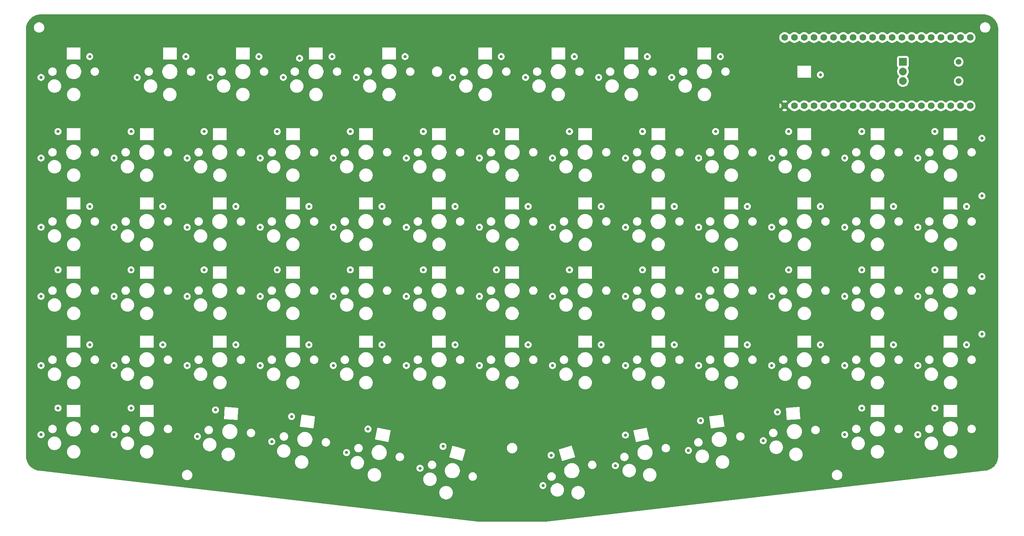
<source format=gbr>
%TF.GenerationSoftware,KiCad,Pcbnew,8.0.4*%
%TF.CreationDate,2024-08-04T16:18:39+02:00*%
%TF.ProjectId,eepyboard,65657079-626f-4617-9264-2e6b69636164,1.0*%
%TF.SameCoordinates,Original*%
%TF.FileFunction,Copper,L2,Inr*%
%TF.FilePolarity,Positive*%
%FSLAX46Y46*%
G04 Gerber Fmt 4.6, Leading zero omitted, Abs format (unit mm)*
G04 Created by KiCad (PCBNEW 8.0.4) date 2024-08-04 16:18:39*
%MOMM*%
%LPD*%
G01*
G04 APERTURE LIST*
%TA.AperFunction,ComponentPad*%
%ADD10C,1.500000*%
%TD*%
%TA.AperFunction,ComponentPad*%
%ADD11R,2.000000X2.000000*%
%TD*%
%TA.AperFunction,ComponentPad*%
%ADD12C,2.000000*%
%TD*%
%TA.AperFunction,ComponentPad*%
%ADD13C,1.752600*%
%TD*%
%TA.AperFunction,ViaPad*%
%ADD14C,0.800000*%
%TD*%
G04 APERTURE END LIST*
D10*
%TO.N,rotary_default*%
%TO.C,ROT1*%
X330212831Y-54372339D03*
%TO.N,GP22*%
X330212831Y-59372339D03*
D11*
%TO.N,GP10*%
X315712828Y-54372339D03*
D12*
%TO.N,GP11*%
X315712829Y-59372339D03*
%TO.N,GND*%
X315712831Y-56872340D03*
%TD*%
D13*
%TO.N,GP0*%
%TO.C,MCU1*%
X284952828Y-48022340D03*
%TO.N,GP1*%
X287492828Y-48022340D03*
%TO.N,GP2*%
X290032828Y-48022340D03*
%TO.N,GP3*%
X292572828Y-48022340D03*
%TO.N,GP4*%
X295112828Y-48022340D03*
%TO.N,GND*%
X297652828Y-48022340D03*
%TO.N,GP5*%
X300192828Y-48022340D03*
%TO.N,GP6*%
X302732828Y-48022340D03*
%TO.N,GP7*%
X305272828Y-48022340D03*
%TO.N,GP8*%
X307812828Y-48022340D03*
%TO.N,GP9*%
X310352828Y-48022340D03*
%TO.N,GP10*%
X312892828Y-48022339D03*
%TO.N,GP11*%
X315432828Y-48022340D03*
%TO.N,GP12*%
X317972828Y-48022340D03*
%TO.N,GND*%
X320512824Y-48022340D03*
%TO.N,GP13*%
X323052828Y-48022340D03*
%TO.N,GP14*%
X325592828Y-48022340D03*
%TO.N,GP15*%
X328132828Y-48022340D03*
%TO.N,GP16*%
X330672828Y-48022340D03*
%TO.N,GP17*%
X333212828Y-48022340D03*
%TO.N,VCC*%
X284952828Y-65802340D03*
%TO.N,VIN*%
X287492828Y-65802340D03*
%TO.N,GND*%
X290032828Y-65802340D03*
%TO.N,3V3_EN*%
X292572828Y-65802340D03*
%TO.N,3V3*%
X295112828Y-65802340D03*
%TO.N,GND*%
X297652832Y-65802340D03*
%TO.N,RUN*%
X300192828Y-65802340D03*
%TO.N,GP29*%
X302732828Y-65802340D03*
%TO.N,GP28*%
X305272828Y-65802341D03*
%TO.N,GP27*%
X307812828Y-65802340D03*
%TO.N,GP26*%
X310352828Y-65802340D03*
%TO.N,AGND*%
X312892828Y-65802340D03*
%TO.N,GP25*%
X315432828Y-65802340D03*
%TO.N,GP24*%
X317972828Y-65802340D03*
%TO.N,GP23*%
X320512828Y-65802340D03*
%TO.N,GP22*%
X323052828Y-65802340D03*
%TO.N,GP21*%
X325592828Y-65802340D03*
%TO.N,GP20*%
X328132828Y-65802340D03*
%TO.N,GP19*%
X330672828Y-65802340D03*
%TO.N,GP18*%
X333212828Y-65802340D03*
%TD*%
D14*
%TO.N,VCC*%
X184569655Y-153087883D03*
X240819486Y-51430267D03*
X171819486Y-126430268D03*
X158819485Y-51430269D03*
X218319486Y-109930267D03*
X271732837Y-148133725D03*
X203838474Y-158164860D03*
X104319486Y-145930268D03*
X133819487Y-126430267D03*
X104319485Y-73930267D03*
X332319485Y-145930267D03*
X161319486Y-73930269D03*
X291508003Y-146374303D03*
X313319485Y-145930268D03*
X266819487Y-90430267D03*
X228819485Y-126430268D03*
X123319487Y-73930268D03*
X165088449Y-149317437D03*
X114819485Y-90430269D03*
X95819487Y-51430268D03*
X145259512Y-146925160D03*
X323819485Y-126430267D03*
X142319487Y-73930269D03*
X104319486Y-109930267D03*
X259819484Y-51430268D03*
X152819486Y-126430267D03*
X293069487Y-53430269D03*
X247819485Y-90430268D03*
X171819485Y-90430267D03*
X275319486Y-109930268D03*
X209819486Y-90430268D03*
X180319485Y-109930267D03*
X313319486Y-73930267D03*
X123319487Y-145930268D03*
X237319483Y-109930268D03*
X247819485Y-126430268D03*
X232664508Y-155774172D03*
X294319484Y-109930268D03*
X313319486Y-109930269D03*
X177819486Y-51430267D03*
X218319485Y-73930267D03*
X95819488Y-90430267D03*
X323819486Y-90430269D03*
X256319486Y-109930269D03*
X332319486Y-109930268D03*
X252064282Y-151303812D03*
X123319487Y-109930268D03*
X256319485Y-73930268D03*
X294319485Y-73930267D03*
X139819486Y-51430268D03*
X285819486Y-126430268D03*
X199319485Y-109930267D03*
X285819485Y-90430268D03*
X114819486Y-126430267D03*
X275319484Y-73930268D03*
X95819485Y-126430269D03*
X152819485Y-90430269D03*
X304819486Y-126430269D03*
X133819486Y-90430269D03*
X304819486Y-90430266D03*
X120819485Y-51430268D03*
X202819486Y-51430268D03*
X180319486Y-73930269D03*
X142319486Y-109930268D03*
X190819486Y-126430269D03*
X266819485Y-126430268D03*
X199319484Y-73930267D03*
X209819485Y-126430268D03*
X221819487Y-51430268D03*
X332319486Y-73930268D03*
X228819485Y-90430268D03*
X161319487Y-109930268D03*
X190819486Y-90430268D03*
X237319486Y-73930267D03*
%TO.N,GND*%
X332250000Y-92000000D03*
X332250000Y-128000000D03*
X237250000Y-92000000D03*
X294250000Y-57750000D03*
X267000000Y-72499999D03*
X104250000Y-128000000D03*
X218250000Y-128000000D03*
X186250000Y-53000000D03*
X324000000Y-144500000D03*
X115000000Y-72500000D03*
X248000000Y-108500000D03*
X283070099Y-145507058D03*
X199250000Y-92000000D03*
X294250001Y-92000000D03*
X167250000Y-53000000D03*
X172000000Y-108500000D03*
X191000000Y-72500000D03*
X180250000Y-128000000D03*
X161250000Y-92000000D03*
X191000000Y-108499999D03*
X324000000Y-108500001D03*
X305000000Y-108500000D03*
X275250000Y-92000001D03*
X229000000Y-108500000D03*
X136948171Y-144983884D03*
X275250000Y-128000000D03*
X115000000Y-144500000D03*
X218250000Y-92000000D03*
X267000000Y-108500000D03*
X96000000Y-108500000D03*
X176611290Y-149956198D03*
X229000000Y-72500000D03*
X313250000Y-92000000D03*
X230249999Y-53000000D03*
X142250000Y-128000000D03*
X148250001Y-53000000D03*
X256249999Y-92000000D03*
X134000000Y-72500000D03*
X161250000Y-128000000D03*
X224236361Y-156768131D03*
X243552602Y-151515535D03*
X313250000Y-128000000D03*
X324000000Y-72500000D03*
X249250000Y-52999999D03*
X158819483Y-53430269D03*
X180250000Y-92000000D03*
X210000000Y-72500000D03*
X129250000Y-53000000D03*
X211250000Y-53000000D03*
X115000000Y-108500000D03*
X123250000Y-92000000D03*
X286000000Y-108500000D03*
X142250000Y-92000000D03*
X171999999Y-72500000D03*
X196123085Y-154460535D03*
X96000000Y-144500000D03*
X256250000Y-128000000D03*
X134000000Y-108500000D03*
X305000000Y-144500000D03*
X268250000Y-53000000D03*
X104250000Y-53000000D03*
X199250001Y-128000000D03*
X210000000Y-108500000D03*
X96000000Y-72500000D03*
X263085436Y-147775796D03*
X153000000Y-72500000D03*
X123250000Y-128000000D03*
X156739986Y-146697205D03*
X286000000Y-72500000D03*
X237250000Y-128000000D03*
X153000000Y-108500000D03*
X248000000Y-72500000D03*
X305000000Y-72500000D03*
X294250000Y-128000000D03*
X104250000Y-92000000D03*
%TO.N,GP25*%
X259932511Y-155515414D03*
X262582828Y-97412340D03*
X262582827Y-79412340D03*
X262582830Y-115412337D03*
X262582820Y-133412339D03*
%TO.N,GP24*%
X281582831Y-115412336D03*
X279393612Y-152984942D03*
X281582829Y-133412342D03*
X281582830Y-79412341D03*
X281582828Y-97412345D03*
%TO.N,GP23*%
X300582834Y-115412341D03*
X300582825Y-97412340D03*
X300582827Y-133412343D03*
X300582828Y-151412340D03*
X300582831Y-79412341D03*
%TO.N,GP22*%
X319582827Y-151412341D03*
X319582828Y-97412340D03*
X319582828Y-133412342D03*
X319582831Y-79412340D03*
X319582823Y-115412339D03*
%TO.N,GP0*%
X243582828Y-133412337D03*
X243582828Y-115412343D03*
X243582826Y-79412341D03*
X255582828Y-58412337D03*
X243582824Y-97412338D03*
X240940218Y-159479729D03*
%TO.N,GP1*%
X224582827Y-133412340D03*
X224582826Y-97412340D03*
X236582834Y-58412341D03*
X224582827Y-115412340D03*
X224582830Y-79412340D03*
X222109958Y-164678328D03*
%TO.N,GP2*%
X205582824Y-133412344D03*
X217582826Y-58412345D03*
X205582824Y-115412343D03*
X205582827Y-79412337D03*
X205582831Y-97412338D03*
%TO.N,GP3*%
X186582826Y-115412335D03*
X186582829Y-133412339D03*
X190136738Y-160153615D03*
X186582825Y-79412339D03*
X198582825Y-58412341D03*
X186582830Y-97412343D03*
%TO.N,GP4*%
X167582828Y-79412339D03*
X167582828Y-115412340D03*
X167582828Y-133412343D03*
X167582828Y-97412343D03*
X171029628Y-156076487D03*
X173582828Y-58412342D03*
%TO.N,GP5*%
X148582828Y-115412339D03*
X148582829Y-79412340D03*
X148582827Y-97412342D03*
X148582829Y-133412341D03*
X151591830Y-153215430D03*
X154582830Y-58412343D03*
%TO.N,GP6*%
X129582832Y-133412337D03*
X129582829Y-79412340D03*
X129582829Y-97412339D03*
X129582828Y-115412340D03*
X135582828Y-58412341D03*
X132260217Y-151868839D03*
%TO.N,GP7*%
X110582830Y-115412339D03*
X116582831Y-58412340D03*
X110582831Y-97412339D03*
X110582830Y-79412343D03*
X110582829Y-133412337D03*
X110582830Y-151412343D03*
%TO.N,GP8*%
X91582824Y-58412340D03*
X91582831Y-151412343D03*
X91582829Y-97412341D03*
X91582827Y-115412337D03*
X91582824Y-79412340D03*
X91582826Y-133412341D03*
%TO.N,led_dout_primary_twelve_home*%
X336250000Y-110250000D03*
X336250000Y-125250000D03*
%TO.N,led_dout_primary_twelve_numbers*%
X336250000Y-89250000D03*
X336250000Y-74250000D03*
%TD*%
%TA.AperFunction,Conductor*%
%TO.N,VCC*%
G36*
X336591424Y-41988239D02*
G01*
X336927673Y-42003787D01*
X336962051Y-42006974D01*
X337286793Y-42052276D01*
X337286822Y-42052280D01*
X337320779Y-42058628D01*
X337639985Y-42133707D01*
X337673190Y-42143155D01*
X337984089Y-42247360D01*
X337984110Y-42247367D01*
X338016321Y-42259846D01*
X338141514Y-42315125D01*
X338316301Y-42392302D01*
X338347196Y-42407686D01*
X338633696Y-42567269D01*
X338663053Y-42585447D01*
X338933576Y-42770763D01*
X338961142Y-42791580D01*
X339213408Y-43001063D01*
X339213411Y-43001065D01*
X339238940Y-43024338D01*
X339470801Y-43256203D01*
X339494074Y-43281733D01*
X339703564Y-43534017D01*
X339724382Y-43561585D01*
X339909687Y-43832103D01*
X339927872Y-43861473D01*
X340087433Y-44147945D01*
X340102831Y-44178869D01*
X340235279Y-44478842D01*
X340247753Y-44511040D01*
X340312600Y-44704524D01*
X340351958Y-44821956D01*
X340361410Y-44855181D01*
X340436485Y-45174391D01*
X340442833Y-45208349D01*
X340488132Y-45533111D01*
X340491319Y-45567509D01*
X340506925Y-45905139D01*
X340507324Y-45922408D01*
X340507327Y-156903321D01*
X340506887Y-156921460D01*
X340489750Y-157274377D01*
X340486236Y-157310480D01*
X340436299Y-157651155D01*
X340429304Y-157686748D01*
X340346598Y-158020990D01*
X340336187Y-158055737D01*
X340221497Y-158380376D01*
X340207770Y-158413951D01*
X340062170Y-158725955D01*
X340045255Y-158758043D01*
X339870106Y-159054491D01*
X339850162Y-159084789D01*
X339647131Y-159362858D01*
X339624346Y-159391082D01*
X339395320Y-159648190D01*
X339369908Y-159674073D01*
X339117062Y-159907777D01*
X339089261Y-159931078D01*
X338814963Y-160139189D01*
X338785037Y-160159686D01*
X338491868Y-160340247D01*
X338460097Y-160357748D01*
X338150806Y-160509065D01*
X338117489Y-160523407D01*
X337795008Y-160644045D01*
X337760461Y-160655091D01*
X337701853Y-160670742D01*
X337427804Y-160743923D01*
X337392349Y-160751570D01*
X337043444Y-160809283D01*
X337025475Y-160811809D01*
X222884979Y-174043094D01*
X222884962Y-174043096D01*
X222869402Y-174044899D01*
X222862265Y-174045657D01*
X222722777Y-174059113D01*
X222708432Y-174060219D01*
X222572076Y-174068095D01*
X222557698Y-174068648D01*
X222417460Y-174071344D01*
X222410271Y-174071413D01*
X205776225Y-174071411D01*
X205755298Y-174071411D01*
X205748107Y-174071342D01*
X205737854Y-174071144D01*
X205607953Y-174068646D01*
X205593579Y-174068093D01*
X205457210Y-174060216D01*
X205442871Y-174059110D01*
X205303451Y-174045663D01*
X205296291Y-174044903D01*
X139384099Y-166404291D01*
X195158629Y-166404291D01*
X195158629Y-166633772D01*
X195174861Y-166757060D01*
X195188581Y-166861270D01*
X195247971Y-167082919D01*
X195313474Y-167241056D01*
X195335787Y-167294924D01*
X195450515Y-167493640D01*
X195450520Y-167493647D01*
X195590209Y-167675692D01*
X195752468Y-167837951D01*
X195934513Y-167977640D01*
X195934520Y-167977645D01*
X196074197Y-168058287D01*
X196133241Y-168092376D01*
X196345242Y-168180190D01*
X196566891Y-168239580D01*
X196794395Y-168269532D01*
X196794401Y-168269532D01*
X197023857Y-168269532D01*
X197023863Y-168269532D01*
X197251367Y-168239580D01*
X197473016Y-168180190D01*
X197685017Y-168092376D01*
X197883741Y-167977643D01*
X198065790Y-167837951D01*
X198228048Y-167675693D01*
X198367740Y-167493644D01*
X198482473Y-167294920D01*
X198570287Y-167082919D01*
X198629677Y-166861270D01*
X198659629Y-166633766D01*
X198659629Y-166404298D01*
X198629677Y-166176794D01*
X198570287Y-165955145D01*
X198482473Y-165743144D01*
X198438918Y-165667704D01*
X224093322Y-165667704D01*
X224093322Y-165897185D01*
X224100954Y-165955152D01*
X224123274Y-166124683D01*
X224182664Y-166346332D01*
X224206677Y-166404304D01*
X224270480Y-166558337D01*
X224385208Y-166757053D01*
X224385213Y-166757060D01*
X224465177Y-166861270D01*
X224524903Y-166939106D01*
X224687161Y-167101364D01*
X224869210Y-167241056D01*
X225067934Y-167355789D01*
X225279935Y-167443603D01*
X225501584Y-167502993D01*
X225729088Y-167532945D01*
X225729094Y-167532945D01*
X225958550Y-167532945D01*
X225958556Y-167532945D01*
X226186060Y-167502993D01*
X226407709Y-167443603D01*
X226619710Y-167355789D01*
X226818434Y-167241056D01*
X227000483Y-167101364D01*
X227162741Y-166939106D01*
X227302433Y-166757057D01*
X227417166Y-166558333D01*
X227480972Y-166404293D01*
X229506032Y-166404293D01*
X229506032Y-166633774D01*
X229535983Y-166861267D01*
X229595371Y-167082913D01*
X229595374Y-167082921D01*
X229683188Y-167294922D01*
X229683190Y-167294926D01*
X229797918Y-167493642D01*
X229797923Y-167493649D01*
X229937611Y-167675693D01*
X229937613Y-167675695D01*
X230099871Y-167837953D01*
X230281920Y-167977645D01*
X230480644Y-168092378D01*
X230692645Y-168180192D01*
X230914294Y-168239582D01*
X231141798Y-168269534D01*
X231141804Y-168269534D01*
X231371260Y-168269534D01*
X231371266Y-168269534D01*
X231598770Y-168239582D01*
X231820419Y-168180192D01*
X232032420Y-168092378D01*
X232231144Y-167977645D01*
X232413193Y-167837953D01*
X232575451Y-167675695D01*
X232715143Y-167493646D01*
X232829876Y-167294922D01*
X232917690Y-167082921D01*
X232977080Y-166861272D01*
X233007032Y-166633768D01*
X233007032Y-166404300D01*
X232977080Y-166176796D01*
X232917690Y-165955147D01*
X232829876Y-165743146D01*
X232739626Y-165586828D01*
X232715145Y-165544425D01*
X232715140Y-165544418D01*
X232575451Y-165362373D01*
X232413192Y-165200114D01*
X232231147Y-165060425D01*
X232231140Y-165060420D01*
X232032424Y-164945692D01*
X232032422Y-164945691D01*
X232032420Y-164945690D01*
X231820419Y-164857876D01*
X231820415Y-164857875D01*
X231820413Y-164857874D01*
X231701627Y-164826046D01*
X231598770Y-164798486D01*
X231598767Y-164798485D01*
X231598765Y-164798485D01*
X231371272Y-164768534D01*
X231371266Y-164768534D01*
X231141798Y-164768534D01*
X231141791Y-164768534D01*
X230914298Y-164798485D01*
X230692650Y-164857874D01*
X230480639Y-164945692D01*
X230281923Y-165060420D01*
X230281916Y-165060425D01*
X230099871Y-165200114D01*
X229937612Y-165362373D01*
X229797923Y-165544418D01*
X229797918Y-165544425D01*
X229683190Y-165743141D01*
X229595372Y-165955152D01*
X229535983Y-166176800D01*
X229506032Y-166404293D01*
X227480972Y-166404293D01*
X227504980Y-166346332D01*
X227564370Y-166124683D01*
X227594322Y-165897179D01*
X227594322Y-165667711D01*
X227564370Y-165440207D01*
X227504980Y-165218558D01*
X227417166Y-165006557D01*
X227302433Y-164807833D01*
X227295258Y-164798483D01*
X227162741Y-164625784D01*
X227000482Y-164463525D01*
X226818437Y-164323836D01*
X226818430Y-164323831D01*
X226619714Y-164209103D01*
X226619712Y-164209102D01*
X226619710Y-164209101D01*
X226407709Y-164121287D01*
X226407705Y-164121286D01*
X226407703Y-164121285D01*
X226288917Y-164089457D01*
X226186060Y-164061897D01*
X226186057Y-164061896D01*
X226186055Y-164061896D01*
X225958562Y-164031945D01*
X225958556Y-164031945D01*
X225729088Y-164031945D01*
X225729081Y-164031945D01*
X225501588Y-164061896D01*
X225279940Y-164121285D01*
X225067929Y-164209103D01*
X224869213Y-164323831D01*
X224869206Y-164323836D01*
X224687161Y-164463525D01*
X224524902Y-164625784D01*
X224385213Y-164807829D01*
X224385208Y-164807836D01*
X224270480Y-165006552D01*
X224182662Y-165218563D01*
X224123273Y-165440211D01*
X224093322Y-165667704D01*
X198438918Y-165667704D01*
X198367740Y-165544420D01*
X198228048Y-165362371D01*
X198065790Y-165200113D01*
X198065789Y-165200112D01*
X197883744Y-165060423D01*
X197883737Y-165060418D01*
X197685021Y-164945690D01*
X197685019Y-164945689D01*
X197685017Y-164945688D01*
X197473016Y-164857874D01*
X197473012Y-164857873D01*
X197473010Y-164857872D01*
X197354224Y-164826044D01*
X197251367Y-164798484D01*
X197251364Y-164798483D01*
X197251362Y-164798483D01*
X197023869Y-164768532D01*
X197023863Y-164768532D01*
X196794395Y-164768532D01*
X196794388Y-164768532D01*
X196566895Y-164798483D01*
X196566891Y-164798483D01*
X196566891Y-164798484D01*
X196566884Y-164798486D01*
X196345247Y-164857872D01*
X196133236Y-164945690D01*
X195934520Y-165060418D01*
X195934513Y-165060423D01*
X195752468Y-165200112D01*
X195590209Y-165362371D01*
X195450520Y-165544416D01*
X195450515Y-165544423D01*
X195335787Y-165743139D01*
X195247969Y-165955150D01*
X195188580Y-166176798D01*
X195158629Y-166404291D01*
X139384099Y-166404291D01*
X99717144Y-161806055D01*
X128232328Y-161806055D01*
X128232328Y-162018629D01*
X128264231Y-162220054D01*
X128265582Y-162228584D01*
X128265582Y-162228588D01*
X128321996Y-162402209D01*
X128331271Y-162430754D01*
X128427777Y-162620158D01*
X128552724Y-162792134D01*
X128703036Y-162942446D01*
X128875012Y-163067393D01*
X129064416Y-163163899D01*
X129266585Y-163229588D01*
X129476541Y-163262842D01*
X129476545Y-163262842D01*
X129689111Y-163262842D01*
X129689115Y-163262842D01*
X129899071Y-163229588D01*
X130101240Y-163163899D01*
X130290644Y-163067393D01*
X130462620Y-162942446D01*
X130612932Y-162792134D01*
X130737879Y-162620158D01*
X130834385Y-162430754D01*
X130900074Y-162228585D01*
X130933328Y-162018629D01*
X130933328Y-161806055D01*
X130925887Y-161759077D01*
X176527672Y-161759077D01*
X176527672Y-161988558D01*
X176557623Y-162216051D01*
X176557624Y-162216056D01*
X176560982Y-162228588D01*
X176616790Y-162436871D01*
X176617014Y-162437705D01*
X176704825Y-162649699D01*
X176704830Y-162649710D01*
X176819558Y-162848426D01*
X176819563Y-162848433D01*
X176959252Y-163030478D01*
X177121511Y-163192737D01*
X177303556Y-163332426D01*
X177303563Y-163332431D01*
X177443240Y-163413073D01*
X177502284Y-163447162D01*
X177714285Y-163534976D01*
X177935934Y-163594366D01*
X178163438Y-163624318D01*
X178163444Y-163624318D01*
X178392900Y-163624318D01*
X178392906Y-163624318D01*
X178620410Y-163594366D01*
X178842059Y-163534976D01*
X179054060Y-163447162D01*
X179252784Y-163332429D01*
X179434833Y-163192737D01*
X179597091Y-163030479D01*
X179688518Y-162911330D01*
X190958722Y-162911330D01*
X190958722Y-163140811D01*
X190984452Y-163336240D01*
X190988674Y-163368309D01*
X191048064Y-163589958D01*
X191122569Y-163769828D01*
X191135880Y-163801963D01*
X191250608Y-164000679D01*
X191250613Y-164000686D01*
X191390302Y-164182731D01*
X191552561Y-164344990D01*
X191734606Y-164484679D01*
X191734613Y-164484684D01*
X191874290Y-164565326D01*
X191933334Y-164599415D01*
X192145335Y-164687229D01*
X192366984Y-164746619D01*
X192594488Y-164776571D01*
X192594494Y-164776571D01*
X192823950Y-164776571D01*
X192823956Y-164776571D01*
X193051460Y-164746619D01*
X193273109Y-164687229D01*
X193294598Y-164678328D01*
X221196454Y-164678328D01*
X221216416Y-164868256D01*
X221261353Y-165006557D01*
X221275432Y-165049887D01*
X221370919Y-165215274D01*
X221498701Y-165357190D01*
X221498705Y-165357194D01*
X221653206Y-165469446D01*
X221827670Y-165547122D01*
X222014471Y-165586828D01*
X222014474Y-165586828D01*
X222205442Y-165586828D01*
X222205445Y-165586828D01*
X222392246Y-165547122D01*
X222566710Y-165469446D01*
X222721211Y-165357194D01*
X222848998Y-165215272D01*
X222944485Y-165049884D01*
X223003500Y-164868256D01*
X223023462Y-164678328D01*
X223003500Y-164488400D01*
X222944485Y-164306772D01*
X222848998Y-164141384D01*
X222848997Y-164141383D01*
X222848996Y-164141381D01*
X222721214Y-163999465D01*
X222721213Y-163999464D01*
X222721211Y-163999462D01*
X222566710Y-163887210D01*
X222392246Y-163809534D01*
X222392242Y-163809533D01*
X222205446Y-163769828D01*
X222205445Y-163769828D01*
X222014471Y-163769828D01*
X222014469Y-163769828D01*
X221827673Y-163809533D01*
X221827671Y-163809533D01*
X221827670Y-163809534D01*
X221761903Y-163838815D01*
X221653207Y-163887209D01*
X221653206Y-163887210D01*
X221498701Y-163999465D01*
X221370919Y-164141381D01*
X221275432Y-164306768D01*
X221216416Y-164488400D01*
X221201977Y-164625784D01*
X221196454Y-164678328D01*
X193294598Y-164678328D01*
X193485110Y-164599415D01*
X193683834Y-164484682D01*
X193865883Y-164344990D01*
X194028141Y-164182732D01*
X194167833Y-164000683D01*
X194282566Y-163801959D01*
X194370380Y-163589958D01*
X194429770Y-163368309D01*
X194459722Y-163140805D01*
X194459722Y-162911337D01*
X194429770Y-162683833D01*
X194370380Y-162462184D01*
X194282566Y-162250183D01*
X194171390Y-162057620D01*
X194167835Y-162051462D01*
X194167830Y-162051455D01*
X194028141Y-161869410D01*
X193865882Y-161707151D01*
X193683837Y-161567462D01*
X193683830Y-161567457D01*
X193485114Y-161452729D01*
X193485112Y-161452728D01*
X193485110Y-161452727D01*
X193273109Y-161364913D01*
X193273105Y-161364912D01*
X193273103Y-161364911D01*
X193125374Y-161325328D01*
X193051460Y-161305523D01*
X193051457Y-161305522D01*
X193051455Y-161305522D01*
X192823962Y-161275571D01*
X192823956Y-161275571D01*
X192594488Y-161275571D01*
X192594481Y-161275571D01*
X192366988Y-161305522D01*
X192145340Y-161364911D01*
X192145335Y-161364912D01*
X192145335Y-161364913D01*
X192124537Y-161373528D01*
X191933329Y-161452729D01*
X191734613Y-161567457D01*
X191734606Y-161567462D01*
X191552561Y-161707151D01*
X191390302Y-161869410D01*
X191250613Y-162051455D01*
X191250608Y-162051462D01*
X191135880Y-162250178D01*
X191135878Y-162250183D01*
X191072905Y-162402214D01*
X191048062Y-162462189D01*
X190988673Y-162683837D01*
X190958722Y-162911330D01*
X179688518Y-162911330D01*
X179736783Y-162848430D01*
X179851516Y-162649706D01*
X179939330Y-162437705D01*
X179998720Y-162216056D01*
X180028672Y-161988552D01*
X180028672Y-161759084D01*
X179998720Y-161531580D01*
X179939330Y-161309931D01*
X179851516Y-161097930D01*
X179763068Y-160944733D01*
X179736785Y-160899209D01*
X179736780Y-160899202D01*
X179597091Y-160717157D01*
X179434832Y-160554898D01*
X179252787Y-160415209D01*
X179252780Y-160415204D01*
X179054064Y-160300476D01*
X179054062Y-160300475D01*
X179054060Y-160300474D01*
X178842059Y-160212660D01*
X178842055Y-160212659D01*
X178842053Y-160212658D01*
X178723267Y-160180830D01*
X178621698Y-160153615D01*
X189223234Y-160153615D01*
X189243196Y-160343543D01*
X189267780Y-160419203D01*
X189302212Y-160525174D01*
X189397699Y-160690561D01*
X189525481Y-160832477D01*
X189525485Y-160832481D01*
X189679986Y-160944733D01*
X189854450Y-161022409D01*
X190041251Y-161062115D01*
X190041254Y-161062115D01*
X190232222Y-161062115D01*
X190232225Y-161062115D01*
X190419026Y-161022409D01*
X190593490Y-160944733D01*
X190747991Y-160832481D01*
X190875778Y-160690559D01*
X190887229Y-160670726D01*
X196584171Y-160670726D01*
X196584171Y-160928323D01*
X196617792Y-161183693D01*
X196617794Y-161183707D01*
X196684458Y-161432499D01*
X196684461Y-161432509D01*
X196783035Y-161670487D01*
X196911828Y-161893563D01*
X197068636Y-162097919D01*
X197250777Y-162280060D01*
X197455133Y-162436868D01*
X197678209Y-162565661D01*
X197916187Y-162664235D01*
X198100635Y-162713657D01*
X198164988Y-162730901D01*
X198164989Y-162730901D01*
X198164996Y-162730903D01*
X198420378Y-162764525D01*
X198420386Y-162764525D01*
X198677956Y-162764525D01*
X198677964Y-162764525D01*
X198933346Y-162730903D01*
X199182155Y-162664235D01*
X199420133Y-162565661D01*
X199643209Y-162436868D01*
X199847565Y-162280060D01*
X199898777Y-162228848D01*
X202734710Y-162228848D01*
X202734710Y-162402212D01*
X202740329Y-162437688D01*
X202761829Y-162573440D01*
X202815400Y-162738318D01*
X202815404Y-162738327D01*
X202894104Y-162892783D01*
X202894108Y-162892790D01*
X202996009Y-163033044D01*
X203118596Y-163155631D01*
X203258850Y-163257532D01*
X203258854Y-163257534D01*
X203258856Y-163257535D01*
X203413312Y-163336235D01*
X203413321Y-163336239D01*
X203498843Y-163364026D01*
X203578198Y-163389810D01*
X203749428Y-163416930D01*
X203749431Y-163416930D01*
X203922789Y-163416930D01*
X203922792Y-163416930D01*
X204094022Y-163389810D01*
X204258901Y-163336238D01*
X204266383Y-163332426D01*
X204273058Y-163329024D01*
X204413370Y-163257532D01*
X204553624Y-163155631D01*
X204676211Y-163033044D01*
X204778112Y-162892790D01*
X204856818Y-162738321D01*
X204910390Y-162573442D01*
X204937510Y-162402212D01*
X204937510Y-162228850D01*
X223228151Y-162228850D01*
X223228151Y-162402214D01*
X223233771Y-162437699D01*
X223255270Y-162573442D01*
X223308841Y-162738320D01*
X223308845Y-162738329D01*
X223387544Y-162892783D01*
X223387549Y-162892792D01*
X223489450Y-163033046D01*
X223612037Y-163155633D01*
X223752291Y-163257534D01*
X223752297Y-163257537D01*
X223906753Y-163336237D01*
X223906762Y-163336241D01*
X223992284Y-163364028D01*
X224071639Y-163389812D01*
X224242869Y-163416932D01*
X224242872Y-163416932D01*
X224416230Y-163416932D01*
X224416233Y-163416932D01*
X224587463Y-163389812D01*
X224752342Y-163336240D01*
X224759822Y-163332429D01*
X224766499Y-163329026D01*
X224906811Y-163257534D01*
X225047065Y-163155633D01*
X225169652Y-163033046D01*
X225271553Y-162892792D01*
X225350259Y-162738323D01*
X225403831Y-162573444D01*
X225430951Y-162402214D01*
X225430951Y-162228850D01*
X225403831Y-162057620D01*
X225350526Y-161893563D01*
X225350260Y-161892743D01*
X225350256Y-161892734D01*
X225271556Y-161738278D01*
X225271555Y-161738276D01*
X225271553Y-161738272D01*
X225169652Y-161598018D01*
X225047065Y-161475431D01*
X224906811Y-161373530D01*
X224906806Y-161373527D01*
X224906804Y-161373526D01*
X224752348Y-161294826D01*
X224752339Y-161294822D01*
X224587461Y-161241251D01*
X224486466Y-161225255D01*
X224416233Y-161214132D01*
X224242869Y-161214132D01*
X224181083Y-161223917D01*
X224071640Y-161241251D01*
X223906762Y-161294822D01*
X223906753Y-161294826D01*
X223752297Y-161373526D01*
X223752288Y-161373532D01*
X223612042Y-161475427D01*
X223612033Y-161475434D01*
X223489453Y-161598014D01*
X223489446Y-161598023D01*
X223387551Y-161738269D01*
X223387545Y-161738278D01*
X223308845Y-161892734D01*
X223308841Y-161892743D01*
X223255270Y-162057621D01*
X223235566Y-162182027D01*
X223228151Y-162228850D01*
X204937510Y-162228850D01*
X204937510Y-162228848D01*
X204910390Y-162057618D01*
X204865059Y-161918101D01*
X204856819Y-161892741D01*
X204856815Y-161892732D01*
X204778115Y-161738276D01*
X204778112Y-161738270D01*
X204676211Y-161598016D01*
X204553624Y-161475429D01*
X204413370Y-161373528D01*
X204413365Y-161373525D01*
X204413363Y-161373524D01*
X204258907Y-161294824D01*
X204258898Y-161294820D01*
X204094020Y-161241249D01*
X203993025Y-161225253D01*
X203922792Y-161214130D01*
X203749428Y-161214130D01*
X203687642Y-161223915D01*
X203578199Y-161241249D01*
X203413321Y-161294820D01*
X203413312Y-161294824D01*
X203258856Y-161373524D01*
X203258847Y-161373530D01*
X203118601Y-161475425D01*
X203118592Y-161475432D01*
X202996012Y-161598012D01*
X202996005Y-161598021D01*
X202894110Y-161738267D01*
X202894104Y-161738276D01*
X202815404Y-161892732D01*
X202815400Y-161892741D01*
X202761829Y-162057619D01*
X202742125Y-162182025D01*
X202734710Y-162228848D01*
X199898777Y-162228848D01*
X200029706Y-162097919D01*
X200186514Y-161893563D01*
X200315307Y-161670487D01*
X200413881Y-161432509D01*
X200480549Y-161183700D01*
X200514171Y-160928318D01*
X200514171Y-160670732D01*
X200514170Y-160670728D01*
X227651490Y-160670728D01*
X227651490Y-160928325D01*
X227685111Y-161183695D01*
X227685113Y-161183709D01*
X227751777Y-161432501D01*
X227751780Y-161432511D01*
X227850354Y-161670489D01*
X227979147Y-161893565D01*
X228135955Y-162097921D01*
X228318096Y-162280062D01*
X228522452Y-162436870D01*
X228745528Y-162565663D01*
X228983506Y-162664237D01*
X229167954Y-162713659D01*
X229232307Y-162730903D01*
X229232308Y-162730903D01*
X229232315Y-162730905D01*
X229487697Y-162764527D01*
X229487705Y-162764527D01*
X229745275Y-162764527D01*
X229745283Y-162764527D01*
X230000665Y-162730905D01*
X230249474Y-162664237D01*
X230487452Y-162565663D01*
X230710528Y-162436870D01*
X230914884Y-162280062D01*
X231097025Y-162097921D01*
X231253833Y-161893565D01*
X231382626Y-161670489D01*
X231481200Y-161432511D01*
X231547868Y-161183702D01*
X231581490Y-160928320D01*
X231581490Y-160670734D01*
X231578326Y-160646700D01*
X242788841Y-160646700D01*
X242788841Y-160876181D01*
X242818035Y-161097925D01*
X242818793Y-161103679D01*
X242840233Y-161183695D01*
X242874058Y-161309936D01*
X242878183Y-161325328D01*
X242965997Y-161537329D01*
X242965999Y-161537333D01*
X243080727Y-161736049D01*
X243080732Y-161736056D01*
X243220421Y-161918101D01*
X243382680Y-162080360D01*
X243564725Y-162220049D01*
X243564732Y-162220054D01*
X243668664Y-162280059D01*
X243763453Y-162334785D01*
X243975454Y-162422599D01*
X244197103Y-162481989D01*
X244424607Y-162511941D01*
X244424613Y-162511941D01*
X244654069Y-162511941D01*
X244654075Y-162511941D01*
X244881579Y-162481989D01*
X245103228Y-162422599D01*
X245315229Y-162334785D01*
X245513953Y-162220052D01*
X245696002Y-162080360D01*
X245858260Y-161918102D01*
X245980293Y-161759066D01*
X248136985Y-161759066D01*
X248136985Y-161988547D01*
X248149073Y-162080360D01*
X248166937Y-162216045D01*
X248170298Y-162228588D01*
X248226105Y-162436868D01*
X248226327Y-162437694D01*
X248314141Y-162649695D01*
X248314143Y-162649699D01*
X248428871Y-162848415D01*
X248428876Y-162848422D01*
X248568565Y-163030467D01*
X248730824Y-163192726D01*
X248912869Y-163332415D01*
X248912876Y-163332420D01*
X249052553Y-163413062D01*
X249111597Y-163447151D01*
X249323598Y-163534965D01*
X249545247Y-163594355D01*
X249772751Y-163624307D01*
X249772757Y-163624307D01*
X250002213Y-163624307D01*
X250002219Y-163624307D01*
X250229723Y-163594355D01*
X250451372Y-163534965D01*
X250663373Y-163447151D01*
X250862097Y-163332418D01*
X251044146Y-163192726D01*
X251206404Y-163030468D01*
X251346096Y-162848419D01*
X251460829Y-162649695D01*
X251548643Y-162437694D01*
X251608033Y-162216045D01*
X251637985Y-161988541D01*
X251637985Y-161806053D01*
X297232329Y-161806053D01*
X297232329Y-162018627D01*
X297264232Y-162220052D01*
X297265583Y-162228582D01*
X297265583Y-162228586D01*
X297331272Y-162430752D01*
X297357378Y-162481989D01*
X297427778Y-162620156D01*
X297552725Y-162792132D01*
X297703037Y-162942444D01*
X297875013Y-163067391D01*
X298064417Y-163163897D01*
X298266586Y-163229586D01*
X298476542Y-163262840D01*
X298476546Y-163262840D01*
X298689112Y-163262840D01*
X298689116Y-163262840D01*
X298899072Y-163229586D01*
X299101241Y-163163897D01*
X299290645Y-163067391D01*
X299462621Y-162942444D01*
X299612933Y-162792132D01*
X299737880Y-162620156D01*
X299834386Y-162430752D01*
X299900075Y-162228583D01*
X299933329Y-162018627D01*
X299933329Y-161806053D01*
X299900075Y-161596097D01*
X299834386Y-161393928D01*
X299737880Y-161204524D01*
X299612933Y-161032548D01*
X299462621Y-160882236D01*
X299290645Y-160757289D01*
X299290642Y-160757287D01*
X299101241Y-160660783D01*
X298899073Y-160595094D01*
X298857080Y-160588443D01*
X298689116Y-160561840D01*
X298476542Y-160561840D01*
X298266586Y-160595094D01*
X298266582Y-160595094D01*
X298064416Y-160660783D01*
X297875015Y-160757287D01*
X297875013Y-160757289D01*
X297703040Y-160882233D01*
X297703034Y-160882238D01*
X297552727Y-161032545D01*
X297552722Y-161032551D01*
X297427778Y-161204524D01*
X297427776Y-161204526D01*
X297331272Y-161393927D01*
X297265583Y-161596093D01*
X297265583Y-161596097D01*
X297232329Y-161806053D01*
X251637985Y-161806053D01*
X251637985Y-161759073D01*
X251608033Y-161531569D01*
X251548643Y-161309920D01*
X251460829Y-161097919D01*
X251383253Y-160963553D01*
X251346098Y-160899198D01*
X251346093Y-160899191D01*
X251206404Y-160717146D01*
X251044145Y-160554887D01*
X250862100Y-160415198D01*
X250862093Y-160415193D01*
X250663377Y-160300465D01*
X250663375Y-160300464D01*
X250663373Y-160300463D01*
X250451372Y-160212649D01*
X250451368Y-160212648D01*
X250451366Y-160212647D01*
X250332580Y-160180819D01*
X250229723Y-160153259D01*
X250229720Y-160153258D01*
X250229718Y-160153258D01*
X250002225Y-160123307D01*
X250002219Y-160123307D01*
X249772751Y-160123307D01*
X249772744Y-160123307D01*
X249545251Y-160153258D01*
X249545247Y-160153258D01*
X249545247Y-160153259D01*
X249525333Y-160158595D01*
X249323603Y-160212647D01*
X249323598Y-160212648D01*
X249323598Y-160212649D01*
X249292527Y-160225519D01*
X249111592Y-160300465D01*
X248912876Y-160415193D01*
X248912869Y-160415198D01*
X248730824Y-160554887D01*
X248568565Y-160717146D01*
X248428876Y-160899191D01*
X248428871Y-160899198D01*
X248314143Y-161097914D01*
X248226325Y-161309925D01*
X248166936Y-161531573D01*
X248136985Y-161759066D01*
X245980293Y-161759066D01*
X245997952Y-161736053D01*
X246112685Y-161537329D01*
X246200499Y-161325328D01*
X246259889Y-161103679D01*
X246289841Y-160876175D01*
X246289841Y-160646707D01*
X246259889Y-160419203D01*
X246200499Y-160197554D01*
X246112685Y-159985553D01*
X246040649Y-159860782D01*
X245997954Y-159786832D01*
X245997949Y-159786825D01*
X245858260Y-159604780D01*
X245696001Y-159442521D01*
X245513956Y-159302832D01*
X245513949Y-159302827D01*
X245315233Y-159188099D01*
X245315231Y-159188098D01*
X245315229Y-159188097D01*
X245103228Y-159100283D01*
X245103224Y-159100282D01*
X245103222Y-159100281D01*
X244932391Y-159054508D01*
X244881579Y-159040893D01*
X244881576Y-159040892D01*
X244881574Y-159040892D01*
X244654081Y-159010941D01*
X244654075Y-159010941D01*
X244424607Y-159010941D01*
X244424600Y-159010941D01*
X244197107Y-159040892D01*
X243975459Y-159100281D01*
X243975454Y-159100282D01*
X243975454Y-159100283D01*
X243967864Y-159103427D01*
X243763448Y-159188099D01*
X243564732Y-159302827D01*
X243564725Y-159302832D01*
X243382680Y-159442521D01*
X243220421Y-159604780D01*
X243080732Y-159786825D01*
X243080727Y-159786832D01*
X242965999Y-159985548D01*
X242953745Y-160015131D01*
X242891025Y-160166552D01*
X242878181Y-160197559D01*
X242835260Y-160357748D01*
X242819868Y-160415193D01*
X242818792Y-160419207D01*
X242788841Y-160646700D01*
X231578326Y-160646700D01*
X231547868Y-160415352D01*
X231547825Y-160415193D01*
X231517087Y-160300476D01*
X231481200Y-160166543D01*
X231382626Y-159928565D01*
X231253833Y-159705489D01*
X231097025Y-159501133D01*
X230914884Y-159318992D01*
X230755693Y-159196840D01*
X233802029Y-159196840D01*
X233802029Y-159370204D01*
X233813152Y-159440437D01*
X233829148Y-159541432D01*
X233882719Y-159706310D01*
X233882723Y-159706319D01*
X233960243Y-159858459D01*
X233961427Y-159860782D01*
X234063328Y-160001036D01*
X234185915Y-160123623D01*
X234326169Y-160225524D01*
X234326175Y-160225527D01*
X234480631Y-160304227D01*
X234480640Y-160304231D01*
X234566162Y-160332018D01*
X234645517Y-160357802D01*
X234816747Y-160384922D01*
X234816750Y-160384922D01*
X234990108Y-160384922D01*
X234990111Y-160384922D01*
X235161341Y-160357802D01*
X235326220Y-160304230D01*
X235480689Y-160225524D01*
X235620943Y-160123623D01*
X235743530Y-160001036D01*
X235845431Y-159860782D01*
X235924137Y-159706313D01*
X235977709Y-159541434D01*
X235987482Y-159479729D01*
X240026714Y-159479729D01*
X240046676Y-159669657D01*
X240076569Y-159761656D01*
X240105692Y-159851288D01*
X240201179Y-160016675D01*
X240324160Y-160153259D01*
X240328965Y-160158595D01*
X240483466Y-160270847D01*
X240657930Y-160348523D01*
X240844731Y-160388229D01*
X240844734Y-160388229D01*
X241035702Y-160388229D01*
X241035705Y-160388229D01*
X241222506Y-160348523D01*
X241396970Y-160270847D01*
X241551471Y-160158595D01*
X241679258Y-160016673D01*
X241774745Y-159851285D01*
X241833760Y-159669657D01*
X241853722Y-159479729D01*
X241833760Y-159289801D01*
X241774745Y-159108173D01*
X241772001Y-159103421D01*
X241679256Y-158942782D01*
X241551474Y-158800866D01*
X241551473Y-158800865D01*
X241551471Y-158800863D01*
X241396970Y-158688611D01*
X241222506Y-158610935D01*
X241222502Y-158610934D01*
X241035706Y-158571229D01*
X241035705Y-158571229D01*
X240844731Y-158571229D01*
X240844729Y-158571229D01*
X240657933Y-158610934D01*
X240657931Y-158610934D01*
X240657930Y-158610935D01*
X240592163Y-158640216D01*
X240483467Y-158688610D01*
X240483466Y-158688611D01*
X240387902Y-158758043D01*
X240328961Y-158800866D01*
X240201179Y-158942782D01*
X240105692Y-159108169D01*
X240046676Y-159289801D01*
X240030625Y-159442522D01*
X240026714Y-159479729D01*
X235987482Y-159479729D01*
X236004829Y-159370204D01*
X236004829Y-159196840D01*
X235977709Y-159025610D01*
X235926548Y-158868150D01*
X235924138Y-158860733D01*
X235924134Y-158860724D01*
X235845434Y-158706268D01*
X235845433Y-158706266D01*
X235845431Y-158706262D01*
X235743530Y-158566008D01*
X235620943Y-158443421D01*
X235480689Y-158341520D01*
X235480684Y-158341517D01*
X235480682Y-158341516D01*
X235326226Y-158262816D01*
X235326217Y-158262812D01*
X235161339Y-158209241D01*
X235060344Y-158193245D01*
X234990111Y-158182122D01*
X234816747Y-158182122D01*
X234754961Y-158191907D01*
X234645518Y-158209241D01*
X234480640Y-158262812D01*
X234480631Y-158262816D01*
X234326175Y-158341516D01*
X234326166Y-158341522D01*
X234185920Y-158443417D01*
X234185911Y-158443424D01*
X234063331Y-158566004D01*
X234063324Y-158566013D01*
X233961429Y-158706259D01*
X233961423Y-158706268D01*
X233882723Y-158860724D01*
X233882719Y-158860733D01*
X233829148Y-159025611D01*
X233816073Y-159108169D01*
X233802029Y-159196840D01*
X230755693Y-159196840D01*
X230710528Y-159162184D01*
X230487452Y-159033391D01*
X230249474Y-158934817D01*
X230249467Y-158934815D01*
X230249464Y-158934814D01*
X230000672Y-158868150D01*
X230000658Y-158868148D01*
X229745288Y-158834527D01*
X229745283Y-158834527D01*
X229487697Y-158834527D01*
X229487691Y-158834527D01*
X229232321Y-158868148D01*
X229232307Y-158868150D01*
X228983515Y-158934814D01*
X228983505Y-158934817D01*
X228815227Y-159004520D01*
X228745531Y-159033390D01*
X228745526Y-159033392D01*
X228522459Y-159162180D01*
X228522452Y-159162184D01*
X228477285Y-159196842D01*
X228318095Y-159318992D01*
X228135955Y-159501132D01*
X228023429Y-159647778D01*
X227979147Y-159705489D01*
X227979146Y-159705490D01*
X227979145Y-159705492D01*
X227850355Y-159928563D01*
X227751780Y-160166542D01*
X227751777Y-160166552D01*
X227685113Y-160415344D01*
X227685111Y-160415358D01*
X227651490Y-160670728D01*
X200514170Y-160670728D01*
X200480549Y-160415350D01*
X200477208Y-160402883D01*
X200450775Y-160304231D01*
X200413881Y-160166541D01*
X200315307Y-159928563D01*
X200186514Y-159705487D01*
X200029706Y-159501131D01*
X199847565Y-159318990D01*
X199643209Y-159162182D01*
X199420133Y-159033389D01*
X199182155Y-158934815D01*
X199182145Y-158934812D01*
X198933353Y-158868148D01*
X198933339Y-158868146D01*
X198677969Y-158834525D01*
X198677964Y-158834525D01*
X198420378Y-158834525D01*
X198420372Y-158834525D01*
X198165002Y-158868146D01*
X198164988Y-158868148D01*
X197916196Y-158934812D01*
X197916186Y-158934815D01*
X197678207Y-159033390D01*
X197556900Y-159103427D01*
X197455133Y-159162182D01*
X197409966Y-159196840D01*
X197250776Y-159318990D01*
X197068636Y-159501130D01*
X197037710Y-159541434D01*
X196918954Y-159696201D01*
X196911826Y-159705490D01*
X196783036Y-159928561D01*
X196684461Y-160166540D01*
X196684458Y-160166550D01*
X196617794Y-160415342D01*
X196617792Y-160415356D01*
X196584171Y-160670726D01*
X190887229Y-160670726D01*
X190971265Y-160525171D01*
X191030280Y-160343543D01*
X191050242Y-160153615D01*
X191050204Y-160153258D01*
X191047090Y-160123623D01*
X191030280Y-159963687D01*
X190971265Y-159782059D01*
X190959485Y-159761656D01*
X190908919Y-159674073D01*
X190875778Y-159616671D01*
X190875777Y-159616670D01*
X190875776Y-159616668D01*
X190747994Y-159474752D01*
X190747993Y-159474751D01*
X190747991Y-159474749D01*
X190593490Y-159362497D01*
X190419026Y-159284821D01*
X190419022Y-159284820D01*
X190232226Y-159245115D01*
X190232225Y-159245115D01*
X190041251Y-159245115D01*
X190041249Y-159245115D01*
X189854453Y-159284820D01*
X189854451Y-159284820D01*
X189854450Y-159284821D01*
X189788683Y-159314102D01*
X189679987Y-159362496D01*
X189679986Y-159362497D01*
X189548226Y-159458227D01*
X189525481Y-159474752D01*
X189397699Y-159616668D01*
X189302212Y-159782055D01*
X189243196Y-159963687D01*
X189223272Y-160153258D01*
X189223234Y-160153615D01*
X178621698Y-160153615D01*
X178620410Y-160153270D01*
X178620407Y-160153269D01*
X178620405Y-160153269D01*
X178392912Y-160123318D01*
X178392906Y-160123318D01*
X178163438Y-160123318D01*
X178163431Y-160123318D01*
X177935938Y-160153269D01*
X177935934Y-160153269D01*
X177935934Y-160153270D01*
X177916076Y-160158591D01*
X177714290Y-160212658D01*
X177714285Y-160212659D01*
X177714285Y-160212660D01*
X177610436Y-160255676D01*
X177502279Y-160300476D01*
X177303563Y-160415204D01*
X177303556Y-160415209D01*
X177121511Y-160554898D01*
X176959252Y-160717157D01*
X176819563Y-160899202D01*
X176819558Y-160899209D01*
X176704830Y-161097925D01*
X176704828Y-161097930D01*
X176617017Y-161309925D01*
X176617012Y-161309936D01*
X176557623Y-161531584D01*
X176527672Y-161759077D01*
X130925887Y-161759077D01*
X130900074Y-161596099D01*
X130834385Y-161393930D01*
X130737879Y-161204526D01*
X130612932Y-161032550D01*
X130462620Y-160882238D01*
X130290644Y-160757291D01*
X130290641Y-160757289D01*
X130101240Y-160660785D01*
X129899072Y-160595096D01*
X129857079Y-160588445D01*
X129689115Y-160561842D01*
X129476541Y-160561842D01*
X129266585Y-160595096D01*
X129266581Y-160595096D01*
X129064415Y-160660785D01*
X128875014Y-160757289D01*
X128875012Y-160757291D01*
X128703039Y-160882235D01*
X128703033Y-160882240D01*
X128552726Y-161032547D01*
X128552721Y-161032553D01*
X128427777Y-161204526D01*
X128427775Y-161204528D01*
X128331271Y-161393929D01*
X128265582Y-161596095D01*
X128265582Y-161596099D01*
X128232328Y-161806055D01*
X99717144Y-161806055D01*
X91139929Y-160811775D01*
X91121967Y-160809250D01*
X90773313Y-160751585D01*
X90737855Y-160743938D01*
X90405187Y-160655108D01*
X90370636Y-160644061D01*
X90124848Y-160552117D01*
X90048150Y-160523426D01*
X90014836Y-160509086D01*
X89705542Y-160357772D01*
X89673770Y-160340271D01*
X89380599Y-160159713D01*
X89350673Y-160139216D01*
X89076357Y-159931096D01*
X89048571Y-159907809D01*
X88795704Y-159674089D01*
X88770303Y-159648218D01*
X88742198Y-159616668D01*
X88722219Y-159594239D01*
X88541274Y-159391111D01*
X88518489Y-159362888D01*
X88315447Y-159084808D01*
X88295508Y-159054518D01*
X88120353Y-158758064D01*
X88103444Y-158725988D01*
X87962888Y-158424799D01*
X157618070Y-158424799D01*
X157618070Y-158654280D01*
X157648021Y-158881773D01*
X157706569Y-159100283D01*
X157707412Y-159103427D01*
X157790008Y-159302830D01*
X157795228Y-159315432D01*
X157909956Y-159514148D01*
X157909961Y-159514155D01*
X158049650Y-159696200D01*
X158211909Y-159858459D01*
X158393954Y-159998148D01*
X158393961Y-159998153D01*
X158533638Y-160078795D01*
X158592682Y-160112884D01*
X158804683Y-160200698D01*
X159026332Y-160260088D01*
X159253836Y-160290040D01*
X159253842Y-160290040D01*
X159483298Y-160290040D01*
X159483304Y-160290040D01*
X159710808Y-160260088D01*
X159932457Y-160200698D01*
X160144458Y-160112884D01*
X160343182Y-159998151D01*
X160525231Y-159858459D01*
X160687489Y-159696201D01*
X160827181Y-159514152D01*
X160941914Y-159315428D01*
X161029728Y-159103427D01*
X161089118Y-158881778D01*
X161119070Y-158654274D01*
X161119070Y-158567594D01*
X172094340Y-158567594D01*
X172094340Y-158797075D01*
X172113524Y-158942785D01*
X172124292Y-159024573D01*
X172136503Y-159070144D01*
X172168107Y-159188097D01*
X172183682Y-159246222D01*
X172271496Y-159458223D01*
X172271498Y-159458227D01*
X172386226Y-159656943D01*
X172386231Y-159656950D01*
X172525920Y-159838995D01*
X172688179Y-160001254D01*
X172870224Y-160140943D01*
X172870231Y-160140948D01*
X172973725Y-160200700D01*
X173068952Y-160255679D01*
X173280953Y-160343493D01*
X173502602Y-160402883D01*
X173730106Y-160432835D01*
X173730112Y-160432835D01*
X173959568Y-160432835D01*
X173959574Y-160432835D01*
X174187078Y-160402883D01*
X174408727Y-160343493D01*
X174620728Y-160255679D01*
X174819452Y-160140946D01*
X175001501Y-160001254D01*
X175163759Y-159838996D01*
X175303451Y-159656947D01*
X175418184Y-159458223D01*
X175505998Y-159246222D01*
X175519230Y-159196838D01*
X192160832Y-159196838D01*
X192160832Y-159370202D01*
X192164139Y-159391082D01*
X192187951Y-159541430D01*
X192241522Y-159706308D01*
X192241526Y-159706317D01*
X192319047Y-159858459D01*
X192320230Y-159860780D01*
X192422131Y-160001034D01*
X192544718Y-160123621D01*
X192684972Y-160225522D01*
X192684976Y-160225524D01*
X192684978Y-160225525D01*
X192839434Y-160304225D01*
X192839443Y-160304229D01*
X192924965Y-160332016D01*
X193004320Y-160357800D01*
X193175550Y-160384920D01*
X193175553Y-160384920D01*
X193348911Y-160384920D01*
X193348914Y-160384920D01*
X193520144Y-160357800D01*
X193685023Y-160304228D01*
X193839492Y-160225522D01*
X193979746Y-160123621D01*
X194102333Y-160001034D01*
X194204234Y-159860780D01*
X194282940Y-159706311D01*
X194336512Y-159541432D01*
X194363632Y-159370202D01*
X194363632Y-159196838D01*
X194336512Y-159025608D01*
X194309600Y-158942782D01*
X194282941Y-158860731D01*
X194282937Y-158860722D01*
X194204237Y-158706266D01*
X194204234Y-158706260D01*
X194102333Y-158566006D01*
X193979746Y-158443419D01*
X193839492Y-158341518D01*
X193839487Y-158341515D01*
X193839485Y-158341514D01*
X193685029Y-158262814D01*
X193685020Y-158262810D01*
X193520142Y-158209239D01*
X193419147Y-158193243D01*
X193348914Y-158182120D01*
X193175550Y-158182120D01*
X193113764Y-158191905D01*
X193004321Y-158209239D01*
X192839443Y-158262810D01*
X192839434Y-158262814D01*
X192684978Y-158341514D01*
X192684969Y-158341520D01*
X192544723Y-158443415D01*
X192544714Y-158443422D01*
X192422134Y-158566002D01*
X192422127Y-158566011D01*
X192320232Y-158706257D01*
X192320226Y-158706266D01*
X192241526Y-158860722D01*
X192241522Y-158860731D01*
X192187951Y-159025609D01*
X192174875Y-159108173D01*
X192160832Y-159196838D01*
X175519230Y-159196838D01*
X175565388Y-159024573D01*
X175595340Y-158797069D01*
X175595340Y-158567601D01*
X175565388Y-158340097D01*
X175505998Y-158118448D01*
X175418184Y-157906447D01*
X175342072Y-157774616D01*
X175303453Y-157707726D01*
X175303448Y-157707719D01*
X175163759Y-157525674D01*
X175001500Y-157363415D01*
X174819455Y-157223726D01*
X174819448Y-157223721D01*
X174620732Y-157108993D01*
X174620730Y-157108992D01*
X174620728Y-157108991D01*
X174408727Y-157021177D01*
X174408723Y-157021176D01*
X174408721Y-157021175D01*
X174289935Y-156989347D01*
X174187078Y-156961787D01*
X174187075Y-156961786D01*
X174187073Y-156961786D01*
X173959580Y-156931835D01*
X173959574Y-156931835D01*
X173730106Y-156931835D01*
X173730099Y-156931835D01*
X173502606Y-156961786D01*
X173280958Y-157021175D01*
X173068947Y-157108993D01*
X172870231Y-157223721D01*
X172870224Y-157223726D01*
X172688179Y-157363415D01*
X172525920Y-157525674D01*
X172386231Y-157707719D01*
X172386226Y-157707726D01*
X172271498Y-157906442D01*
X172183680Y-158118453D01*
X172124291Y-158340101D01*
X172094340Y-158567594D01*
X161119070Y-158567594D01*
X161119070Y-158424806D01*
X161089118Y-158197302D01*
X161029728Y-157975653D01*
X160941914Y-157763652D01*
X160898883Y-157689120D01*
X160827183Y-157564931D01*
X160827178Y-157564924D01*
X160687489Y-157382879D01*
X160525230Y-157220620D01*
X160343185Y-157080931D01*
X160343178Y-157080926D01*
X160144462Y-156966198D01*
X160144460Y-156966197D01*
X160144458Y-156966196D01*
X159932457Y-156878382D01*
X159932453Y-156878381D01*
X159932451Y-156878380D01*
X159813665Y-156846552D01*
X159710808Y-156818992D01*
X159710805Y-156818991D01*
X159710803Y-156818991D01*
X159483310Y-156789040D01*
X159483304Y-156789040D01*
X159253836Y-156789040D01*
X159253829Y-156789040D01*
X159026336Y-156818991D01*
X159026332Y-156818991D01*
X159026332Y-156818992D01*
X159026325Y-156818994D01*
X158804688Y-156878380D01*
X158804683Y-156878381D01*
X158804683Y-156878382D01*
X158700684Y-156921460D01*
X158592677Y-156966198D01*
X158393961Y-157080926D01*
X158393954Y-157080931D01*
X158211909Y-157220620D01*
X158049650Y-157382879D01*
X157909961Y-157564924D01*
X157909956Y-157564931D01*
X157795228Y-157763647D01*
X157771901Y-157819963D01*
X157731070Y-157918539D01*
X157707410Y-157975658D01*
X157648021Y-158197306D01*
X157618070Y-158424799D01*
X87962888Y-158424799D01*
X87957824Y-158413947D01*
X87944109Y-158380400D01*
X87930373Y-158341520D01*
X87847097Y-158105800D01*
X87829410Y-158055737D01*
X87819000Y-158020990D01*
X87818465Y-158018829D01*
X87736293Y-157686748D01*
X87729300Y-157651165D01*
X87724753Y-157620145D01*
X87679360Y-157310480D01*
X87675847Y-157274393D01*
X87675846Y-157274377D01*
X87658766Y-156922636D01*
X87658326Y-156904496D01*
X87658326Y-155747594D01*
X98332326Y-155747594D01*
X98332326Y-155977075D01*
X98360389Y-156190225D01*
X98362278Y-156204573D01*
X98369409Y-156231187D01*
X98421049Y-156423914D01*
X98421668Y-156426222D01*
X98509482Y-156638223D01*
X98509484Y-156638227D01*
X98624212Y-156836943D01*
X98624217Y-156836950D01*
X98763906Y-157018995D01*
X98926165Y-157181254D01*
X99108210Y-157320943D01*
X99108217Y-157320948D01*
X99243496Y-157399051D01*
X99306938Y-157435679D01*
X99518939Y-157523493D01*
X99740588Y-157582883D01*
X99968092Y-157612835D01*
X99968098Y-157612835D01*
X100197554Y-157612835D01*
X100197560Y-157612835D01*
X100425064Y-157582883D01*
X100646713Y-157523493D01*
X100858714Y-157435679D01*
X101057438Y-157320946D01*
X101239487Y-157181254D01*
X101401745Y-157018996D01*
X101541437Y-156836947D01*
X101656170Y-156638223D01*
X101743984Y-156426222D01*
X101803374Y-156204573D01*
X101833326Y-155977069D01*
X101833326Y-155747601D01*
X101833325Y-155747596D01*
X117332323Y-155747596D01*
X117332323Y-155977077D01*
X117362274Y-156204568D01*
X117362275Y-156204575D01*
X117377886Y-156262838D01*
X117421662Y-156426216D01*
X117421665Y-156426224D01*
X117509479Y-156638225D01*
X117509481Y-156638229D01*
X117624209Y-156836945D01*
X117624214Y-156836952D01*
X117763903Y-157018997D01*
X117926162Y-157181256D01*
X118108207Y-157320945D01*
X118108214Y-157320950D01*
X118112352Y-157323339D01*
X118306935Y-157435681D01*
X118518936Y-157523495D01*
X118740585Y-157582885D01*
X118968089Y-157612837D01*
X118968095Y-157612837D01*
X119197551Y-157612837D01*
X119197557Y-157612837D01*
X119425061Y-157582885D01*
X119646710Y-157523495D01*
X119858711Y-157435681D01*
X120057435Y-157320948D01*
X120239484Y-157181256D01*
X120401742Y-157018998D01*
X120541434Y-156836949D01*
X120656167Y-156638225D01*
X120743981Y-156426224D01*
X120746260Y-156417718D01*
X138521939Y-156417718D01*
X138521939Y-156647199D01*
X138546922Y-156836954D01*
X138551891Y-156874697D01*
X138569945Y-156942077D01*
X138611278Y-157096337D01*
X138611281Y-157096346D01*
X138697557Y-157304633D01*
X138699097Y-157308351D01*
X138813825Y-157507067D01*
X138813830Y-157507074D01*
X138953519Y-157689119D01*
X139115778Y-157851378D01*
X139297823Y-157991067D01*
X139297830Y-157991072D01*
X139380164Y-158038607D01*
X139496551Y-158105803D01*
X139708552Y-158193617D01*
X139930201Y-158253007D01*
X140157705Y-158282959D01*
X140157711Y-158282959D01*
X140387167Y-158282959D01*
X140387173Y-158282959D01*
X140614677Y-158253007D01*
X140836326Y-158193617D01*
X141048327Y-158105803D01*
X141247051Y-157991070D01*
X141429100Y-157851378D01*
X141591358Y-157689120D01*
X141731050Y-157507071D01*
X141845783Y-157308347D01*
X141933597Y-157096346D01*
X141992987Y-156874697D01*
X142022939Y-156647193D01*
X142022939Y-156417725D01*
X141992987Y-156190221D01*
X141933597Y-155968572D01*
X141845783Y-155756571D01*
X141790728Y-155661213D01*
X141731052Y-155557850D01*
X141731047Y-155557843D01*
X141725293Y-155550344D01*
X152972912Y-155550344D01*
X152972912Y-155779825D01*
X152999873Y-155984606D01*
X153002864Y-156007323D01*
X153024820Y-156089265D01*
X153055718Y-156204581D01*
X153062254Y-156228972D01*
X153148840Y-156438008D01*
X153150070Y-156440977D01*
X153264798Y-156639693D01*
X153264803Y-156639700D01*
X153404492Y-156821745D01*
X153566751Y-156984004D01*
X153748796Y-157123693D01*
X153748803Y-157123698D01*
X153886386Y-157203131D01*
X153947524Y-157238429D01*
X154159525Y-157326243D01*
X154381174Y-157385633D01*
X154608678Y-157415585D01*
X154608684Y-157415585D01*
X154838140Y-157415585D01*
X154838146Y-157415585D01*
X155065650Y-157385633D01*
X155287299Y-157326243D01*
X155499300Y-157238429D01*
X155698024Y-157123696D01*
X155880073Y-156984004D01*
X156042331Y-156821746D01*
X156182023Y-156639697D01*
X156296756Y-156440973D01*
X156384570Y-156228972D01*
X156425428Y-156076487D01*
X170116124Y-156076487D01*
X170136086Y-156266415D01*
X170191544Y-156437097D01*
X170195102Y-156448046D01*
X170290589Y-156613433D01*
X170381666Y-156714584D01*
X170418375Y-156755353D01*
X170572876Y-156867605D01*
X170747340Y-156945281D01*
X170934141Y-156984987D01*
X170934144Y-156984987D01*
X171125112Y-156984987D01*
X171125115Y-156984987D01*
X171311916Y-156945281D01*
X171486380Y-156867605D01*
X171640881Y-156755353D01*
X171768668Y-156613431D01*
X171864155Y-156448043D01*
X171923170Y-156266415D01*
X171943132Y-156076487D01*
X171923170Y-155886559D01*
X171864155Y-155704931D01*
X171838914Y-155661213D01*
X171781851Y-155562377D01*
X171768668Y-155539543D01*
X171768667Y-155539542D01*
X171768666Y-155539540D01*
X171640884Y-155397624D01*
X171640883Y-155397623D01*
X171640881Y-155397621D01*
X171486380Y-155285369D01*
X171485151Y-155284822D01*
X171410652Y-155251653D01*
X171311916Y-155207693D01*
X171311912Y-155207692D01*
X171125116Y-155167987D01*
X171125115Y-155167987D01*
X170934141Y-155167987D01*
X170934139Y-155167987D01*
X170747343Y-155207692D01*
X170747341Y-155207692D01*
X170747340Y-155207693D01*
X170700427Y-155228580D01*
X170572877Y-155285368D01*
X170572876Y-155285369D01*
X170438651Y-155382890D01*
X170418371Y-155397624D01*
X170290589Y-155539540D01*
X170195102Y-155704927D01*
X170136086Y-155886559D01*
X170127467Y-155968569D01*
X170116124Y-156076487D01*
X156425428Y-156076487D01*
X156443960Y-156007323D01*
X156473912Y-155779819D01*
X156473912Y-155550351D01*
X156443960Y-155322847D01*
X156384570Y-155101198D01*
X156296756Y-154889197D01*
X156258910Y-154823646D01*
X173034035Y-154823646D01*
X173034035Y-154997005D01*
X173061154Y-155168236D01*
X173114725Y-155333114D01*
X173114729Y-155333123D01*
X173193427Y-155487575D01*
X173193433Y-155487586D01*
X173295334Y-155627840D01*
X173417921Y-155750427D01*
X173558175Y-155852328D01*
X173558181Y-155852331D01*
X173712637Y-155931031D01*
X173712646Y-155931035D01*
X173798168Y-155958822D01*
X173877523Y-155984606D01*
X174048753Y-156011726D01*
X174048756Y-156011726D01*
X174222114Y-156011726D01*
X174222117Y-156011726D01*
X174393347Y-155984606D01*
X174558226Y-155931034D01*
X174558254Y-155931020D01*
X174569988Y-155925041D01*
X177550247Y-155925041D01*
X177550247Y-156182638D01*
X177583868Y-156438008D01*
X177583870Y-156438022D01*
X177650531Y-156686803D01*
X177650537Y-156686824D01*
X177749111Y-156924802D01*
X177877904Y-157147878D01*
X178034712Y-157352234D01*
X178216853Y-157534375D01*
X178421209Y-157691183D01*
X178644285Y-157819976D01*
X178882263Y-157918550D01*
X179066711Y-157967972D01*
X179131064Y-157985216D01*
X179131065Y-157985216D01*
X179131072Y-157985218D01*
X179386454Y-158018840D01*
X179386462Y-158018840D01*
X179644032Y-158018840D01*
X179644040Y-158018840D01*
X179899422Y-157985218D01*
X180148231Y-157918550D01*
X180386209Y-157819976D01*
X180609285Y-157691183D01*
X180813641Y-157534375D01*
X180995782Y-157352234D01*
X181152590Y-157147878D01*
X181174071Y-157110672D01*
X183793659Y-157110672D01*
X183793659Y-157284036D01*
X183799507Y-157320956D01*
X183820778Y-157455264D01*
X183874349Y-157620142D01*
X183874353Y-157620151D01*
X183953051Y-157774603D01*
X183953057Y-157774614D01*
X184054958Y-157914868D01*
X184177545Y-158037455D01*
X184317799Y-158139356D01*
X184317805Y-158139359D01*
X184472261Y-158218059D01*
X184472270Y-158218063D01*
X184557792Y-158245850D01*
X184637147Y-158271634D01*
X184808377Y-158298754D01*
X184808380Y-158298754D01*
X184981738Y-158298754D01*
X184981741Y-158298754D01*
X185152971Y-158271634D01*
X185317850Y-158218062D01*
X185317878Y-158218048D01*
X185374163Y-158189369D01*
X185472319Y-158139356D01*
X185612573Y-158037455D01*
X185735160Y-157914868D01*
X185837061Y-157774614D01*
X185915767Y-157620145D01*
X185969339Y-157455266D01*
X185996459Y-157284036D01*
X185996459Y-157248522D01*
X197720343Y-157248522D01*
X197723743Y-157278364D01*
X197731592Y-157292525D01*
X197738305Y-157304634D01*
X197761811Y-157323332D01*
X201048817Y-158265868D01*
X201069003Y-158272282D01*
X201073520Y-158273859D01*
X201088814Y-158265381D01*
X201088816Y-158265381D01*
X201115086Y-158250819D01*
X201133764Y-158227337D01*
X201133777Y-158227325D01*
X201133780Y-158227317D01*
X201133784Y-158227313D01*
X201552198Y-156768131D01*
X223322857Y-156768131D01*
X223342819Y-156958059D01*
X223392406Y-157110672D01*
X223401835Y-157139690D01*
X223497322Y-157305077D01*
X223614924Y-157435687D01*
X223625108Y-157446997D01*
X223779609Y-157559249D01*
X223954073Y-157636925D01*
X224140874Y-157676631D01*
X224140877Y-157676631D01*
X224331845Y-157676631D01*
X224331848Y-157676631D01*
X224518649Y-157636925D01*
X224693113Y-157559249D01*
X224847614Y-157446997D01*
X224975401Y-157305075D01*
X225070888Y-157139687D01*
X225129903Y-156958059D01*
X225149865Y-156768131D01*
X225129903Y-156578203D01*
X225070888Y-156396575D01*
X225048185Y-156357253D01*
X224989350Y-156255348D01*
X224975401Y-156231187D01*
X224975400Y-156231186D01*
X224975399Y-156231184D01*
X224847617Y-156089268D01*
X224847616Y-156089267D01*
X224847614Y-156089265D01*
X224693113Y-155977013D01*
X224518649Y-155899337D01*
X224518645Y-155899336D01*
X224331849Y-155859631D01*
X224331848Y-155859631D01*
X224140874Y-155859631D01*
X224140872Y-155859631D01*
X223954076Y-155899336D01*
X223954074Y-155899336D01*
X223954073Y-155899337D01*
X223896365Y-155925030D01*
X223779610Y-155977012D01*
X223779609Y-155977013D01*
X223625104Y-156089268D01*
X223497322Y-156231184D01*
X223401835Y-156396571D01*
X223342819Y-156578203D01*
X223336511Y-156638225D01*
X223322857Y-156768131D01*
X201552198Y-156768131D01*
X201968975Y-155314658D01*
X201965575Y-155284816D01*
X201951013Y-155258546D01*
X201927507Y-155239848D01*
X201910518Y-155234976D01*
X201910516Y-155234975D01*
X201910516Y-155234976D01*
X200414682Y-154806051D01*
X212732330Y-154806051D01*
X212732330Y-155018625D01*
X212762276Y-155207693D01*
X212765584Y-155228580D01*
X212765584Y-155228584D01*
X212831273Y-155430750D01*
X212898341Y-155562380D01*
X212927779Y-155620154D01*
X213022424Y-155750423D01*
X213043776Y-155779812D01*
X213052726Y-155792130D01*
X213203038Y-155942442D01*
X213375014Y-156067389D01*
X213564418Y-156163895D01*
X213766587Y-156229584D01*
X213976543Y-156262838D01*
X213976547Y-156262838D01*
X214189113Y-156262838D01*
X214189117Y-156262838D01*
X214399073Y-156229584D01*
X214601242Y-156163895D01*
X214790646Y-156067389D01*
X214962622Y-155942442D01*
X215112934Y-155792130D01*
X215237881Y-155620154D01*
X215334387Y-155430750D01*
X215372105Y-155314665D01*
X226196678Y-155314665D01*
X227031869Y-158227320D01*
X227050567Y-158250826D01*
X227076837Y-158265388D01*
X227106679Y-158268788D01*
X227135552Y-158260509D01*
X227135552Y-158260508D01*
X227207770Y-158239799D01*
X227255824Y-158226021D01*
X227255834Y-158226017D01*
X230403842Y-157323339D01*
X230427348Y-157304641D01*
X230441910Y-157278371D01*
X230445310Y-157248529D01*
X230437031Y-157219656D01*
X230437030Y-157219655D01*
X230405776Y-157110661D01*
X242169198Y-157110661D01*
X242169198Y-157284025D01*
X242175424Y-157323332D01*
X242196317Y-157455253D01*
X242249888Y-157620131D01*
X242249892Y-157620140D01*
X242323016Y-157763652D01*
X242328596Y-157774603D01*
X242430497Y-157914857D01*
X242553084Y-158037444D01*
X242693338Y-158139345D01*
X242707495Y-158146558D01*
X242847800Y-158218048D01*
X242847809Y-158218052D01*
X242933331Y-158245839D01*
X243012686Y-158271623D01*
X243183916Y-158298743D01*
X243183919Y-158298743D01*
X243357277Y-158298743D01*
X243357280Y-158298743D01*
X243528510Y-158271623D01*
X243693389Y-158218051D01*
X243847858Y-158139345D01*
X243988112Y-158037444D01*
X244110699Y-157914857D01*
X244212600Y-157774603D01*
X244291306Y-157620134D01*
X244344878Y-157455255D01*
X244371998Y-157284025D01*
X244371998Y-157110661D01*
X244344878Y-156939431D01*
X244311583Y-156836958D01*
X244291307Y-156774554D01*
X244291303Y-156774545D01*
X244212603Y-156620089D01*
X244212600Y-156620083D01*
X244110699Y-156479829D01*
X243988112Y-156357242D01*
X243847858Y-156255341D01*
X243847853Y-156255338D01*
X243847851Y-156255337D01*
X243693395Y-156176637D01*
X243693386Y-156176633D01*
X243528508Y-156123062D01*
X243427513Y-156107066D01*
X243357280Y-156095943D01*
X243183916Y-156095943D01*
X243122130Y-156105728D01*
X243012687Y-156123062D01*
X242847809Y-156176633D01*
X242847800Y-156176637D01*
X242693344Y-156255337D01*
X242693335Y-156255343D01*
X242553089Y-156357238D01*
X242553080Y-156357245D01*
X242430500Y-156479825D01*
X242430493Y-156479834D01*
X242328598Y-156620080D01*
X242328592Y-156620089D01*
X242249892Y-156774545D01*
X242249888Y-156774554D01*
X242196317Y-156939432D01*
X242176613Y-157063838D01*
X242169198Y-157110661D01*
X230405776Y-157110661D01*
X230065802Y-155925030D01*
X246685410Y-155925030D01*
X246685410Y-156182627D01*
X246719031Y-156437997D01*
X246719033Y-156438011D01*
X246775085Y-156647199D01*
X246785700Y-156686813D01*
X246884274Y-156924791D01*
X247013067Y-157147867D01*
X247169875Y-157352223D01*
X247352016Y-157534364D01*
X247556372Y-157691172D01*
X247779448Y-157819965D01*
X248017426Y-157918539D01*
X248201874Y-157967961D01*
X248266227Y-157985205D01*
X248266228Y-157985205D01*
X248266235Y-157985207D01*
X248521617Y-158018829D01*
X248521625Y-158018829D01*
X248779195Y-158018829D01*
X248779203Y-158018829D01*
X249034585Y-157985207D01*
X249283394Y-157918539D01*
X249521372Y-157819965D01*
X249744448Y-157691172D01*
X249948804Y-157534364D01*
X250130945Y-157352223D01*
X250287753Y-157147867D01*
X250406566Y-156942077D01*
X261789067Y-156942077D01*
X261789067Y-157171558D01*
X261819018Y-157399051D01*
X261819019Y-157399056D01*
X261828834Y-157435686D01*
X261878260Y-157620151D01*
X261878409Y-157620705D01*
X261960950Y-157819976D01*
X261966225Y-157832710D01*
X262080953Y-158031426D01*
X262080958Y-158031433D01*
X262220647Y-158213478D01*
X262382906Y-158375737D01*
X262564951Y-158515426D01*
X262564958Y-158515431D01*
X262652566Y-158566011D01*
X262763679Y-158630162D01*
X262975680Y-158717976D01*
X263197329Y-158777366D01*
X263424833Y-158807318D01*
X263424839Y-158807318D01*
X263654295Y-158807318D01*
X263654301Y-158807318D01*
X263881805Y-158777366D01*
X264103454Y-158717976D01*
X264315455Y-158630162D01*
X264514179Y-158515429D01*
X264632287Y-158424801D01*
X267046588Y-158424801D01*
X267046588Y-158654282D01*
X267076539Y-158881775D01*
X267135927Y-159103421D01*
X267135930Y-159103429D01*
X267223744Y-159315430D01*
X267223746Y-159315434D01*
X267338474Y-159514150D01*
X267338479Y-159514157D01*
X267478168Y-159696202D01*
X267640427Y-159858461D01*
X267822472Y-159998150D01*
X267822479Y-159998155D01*
X267854557Y-160016675D01*
X268021200Y-160112886D01*
X268233201Y-160200700D01*
X268454850Y-160260090D01*
X268682354Y-160290042D01*
X268682360Y-160290042D01*
X268911816Y-160290042D01*
X268911822Y-160290042D01*
X269139326Y-160260090D01*
X269360975Y-160200700D01*
X269572976Y-160112886D01*
X269771700Y-159998153D01*
X269953749Y-159858461D01*
X270116007Y-159696203D01*
X270255699Y-159514154D01*
X270370432Y-159315430D01*
X270458246Y-159103429D01*
X270517636Y-158881780D01*
X270547588Y-158654276D01*
X270547588Y-158424808D01*
X270517636Y-158197304D01*
X270458246Y-157975655D01*
X270370432Y-157763654D01*
X270320189Y-157676630D01*
X270255701Y-157564933D01*
X270255696Y-157564926D01*
X270116007Y-157382881D01*
X269953748Y-157220622D01*
X269771703Y-157080933D01*
X269771696Y-157080928D01*
X269572980Y-156966200D01*
X269572978Y-156966199D01*
X269572976Y-156966198D01*
X269360975Y-156878384D01*
X269360971Y-156878383D01*
X269360969Y-156878382D01*
X269206369Y-156836958D01*
X269139326Y-156818994D01*
X269139323Y-156818993D01*
X269139321Y-156818993D01*
X268911828Y-156789042D01*
X268911822Y-156789042D01*
X268682354Y-156789042D01*
X268682347Y-156789042D01*
X268454854Y-156818993D01*
X268233206Y-156878382D01*
X268021195Y-156966200D01*
X267822479Y-157080928D01*
X267822472Y-157080933D01*
X267640427Y-157220622D01*
X267478168Y-157382881D01*
X267338479Y-157564926D01*
X267338474Y-157564933D01*
X267223746Y-157763649D01*
X267223745Y-157763652D01*
X267223744Y-157763654D01*
X267159588Y-157918541D01*
X267135928Y-157975660D01*
X267114472Y-158055737D01*
X267077529Y-158193615D01*
X267076539Y-158197308D01*
X267046588Y-158424801D01*
X264632287Y-158424801D01*
X264696228Y-158375737D01*
X264858486Y-158213479D01*
X264998178Y-158031430D01*
X265112911Y-157832706D01*
X265200725Y-157620705D01*
X265260115Y-157399056D01*
X265290067Y-157171552D01*
X265290067Y-156942084D01*
X265260115Y-156714580D01*
X265200725Y-156492931D01*
X265112911Y-156280930D01*
X265052698Y-156176637D01*
X264998180Y-156082209D01*
X264998175Y-156082202D01*
X264858486Y-155900157D01*
X264696227Y-155737898D01*
X264514182Y-155598209D01*
X264514175Y-155598204D01*
X264315459Y-155483476D01*
X264315457Y-155483475D01*
X264315455Y-155483474D01*
X264103454Y-155395660D01*
X264103450Y-155395659D01*
X264103448Y-155395658D01*
X263970547Y-155360048D01*
X263881805Y-155336270D01*
X263881802Y-155336269D01*
X263881800Y-155336269D01*
X263654307Y-155306318D01*
X263654301Y-155306318D01*
X263424833Y-155306318D01*
X263424826Y-155306318D01*
X263197333Y-155336269D01*
X262975685Y-155395658D01*
X262975680Y-155395659D01*
X262975680Y-155395660D01*
X262934216Y-155412835D01*
X262763674Y-155483476D01*
X262564958Y-155598204D01*
X262564951Y-155598209D01*
X262382906Y-155737898D01*
X262220647Y-155900157D01*
X262080958Y-156082202D01*
X262080953Y-156082209D01*
X261966225Y-156280925D01*
X261966223Y-156280930D01*
X261883832Y-156479840D01*
X261878407Y-156492936D01*
X261819018Y-156714584D01*
X261789067Y-156942077D01*
X250406566Y-156942077D01*
X250416546Y-156924791D01*
X250515120Y-156686813D01*
X250581788Y-156438004D01*
X250615410Y-156182622D01*
X250615410Y-155925036D01*
X250581788Y-155669654D01*
X250579525Y-155661210D01*
X250551828Y-155557843D01*
X250515120Y-155420845D01*
X250416546Y-155182867D01*
X250287753Y-154959791D01*
X250183275Y-154823633D01*
X252928822Y-154823633D01*
X252928822Y-154996997D01*
X252928899Y-154997481D01*
X252955941Y-155168225D01*
X253009512Y-155333102D01*
X253009516Y-155333112D01*
X253086130Y-155483474D01*
X253088220Y-155487575D01*
X253190121Y-155627829D01*
X253312708Y-155750416D01*
X253452962Y-155852317D01*
X253467119Y-155859530D01*
X253607424Y-155931020D01*
X253607433Y-155931024D01*
X253692955Y-155958811D01*
X253772310Y-155984595D01*
X253943540Y-156011715D01*
X253943543Y-156011715D01*
X254116901Y-156011715D01*
X254116904Y-156011715D01*
X254288134Y-155984595D01*
X254453013Y-155931023D01*
X254607482Y-155852317D01*
X254747736Y-155750416D01*
X254870323Y-155627829D01*
X254951998Y-155515414D01*
X259019007Y-155515414D01*
X259038969Y-155705342D01*
X259086727Y-155852325D01*
X259097985Y-155886973D01*
X259193472Y-156052360D01*
X259321254Y-156194276D01*
X259321258Y-156194280D01*
X259475759Y-156306532D01*
X259650223Y-156384208D01*
X259837024Y-156423914D01*
X259837027Y-156423914D01*
X260027995Y-156423914D01*
X260027998Y-156423914D01*
X260214799Y-156384208D01*
X260389263Y-156306532D01*
X260543764Y-156194280D01*
X260671551Y-156052358D01*
X260767038Y-155886970D01*
X260826053Y-155705342D01*
X260846015Y-155515414D01*
X260826053Y-155325486D01*
X260767038Y-155143858D01*
X260764462Y-155139397D01*
X260700627Y-155028831D01*
X260671551Y-154978470D01*
X260671550Y-154978469D01*
X260671549Y-154978467D01*
X260543767Y-154836551D01*
X260543766Y-154836550D01*
X260543764Y-154836548D01*
X260389263Y-154724296D01*
X260214799Y-154646620D01*
X260214795Y-154646619D01*
X260027999Y-154606914D01*
X260027998Y-154606914D01*
X259837024Y-154606914D01*
X259837022Y-154606914D01*
X259650226Y-154646619D01*
X259650224Y-154646619D01*
X259650223Y-154646620D01*
X259584456Y-154675901D01*
X259475760Y-154724295D01*
X259475759Y-154724296D01*
X259327389Y-154832094D01*
X259321254Y-154836551D01*
X259193472Y-154978467D01*
X259097985Y-155143854D01*
X259038969Y-155325486D01*
X259021933Y-155487579D01*
X259019007Y-155515414D01*
X254951998Y-155515414D01*
X254972224Y-155487575D01*
X255050930Y-155333106D01*
X255050932Y-155333102D01*
X255089780Y-155213536D01*
X255104502Y-155168227D01*
X255131622Y-154996997D01*
X255131622Y-154823633D01*
X255104502Y-154652403D01*
X255059629Y-154514297D01*
X255050931Y-154487526D01*
X255050927Y-154487517D01*
X254972227Y-154333061D01*
X254972224Y-154333055D01*
X254870323Y-154192801D01*
X254747736Y-154070214D01*
X254607482Y-153968313D01*
X254607477Y-153968310D01*
X254607475Y-153968309D01*
X254453019Y-153889609D01*
X254453010Y-153889605D01*
X254288132Y-153836034D01*
X254187137Y-153820038D01*
X254116904Y-153808915D01*
X253943540Y-153808915D01*
X253881754Y-153818700D01*
X253772311Y-153836034D01*
X253607433Y-153889605D01*
X253607424Y-153889609D01*
X253452968Y-153968309D01*
X253452959Y-153968315D01*
X253312713Y-154070210D01*
X253312704Y-154070217D01*
X253190124Y-154192797D01*
X253190117Y-154192806D01*
X253088222Y-154333052D01*
X253088216Y-154333061D01*
X253009516Y-154487517D01*
X253009512Y-154487526D01*
X252955941Y-154652404D01*
X252938120Y-154764928D01*
X252928822Y-154823633D01*
X250183275Y-154823633D01*
X250130945Y-154755435D01*
X249948804Y-154573294D01*
X249744448Y-154416486D01*
X249521372Y-154287693D01*
X249283394Y-154189119D01*
X249283384Y-154189116D01*
X249034592Y-154122452D01*
X249034578Y-154122450D01*
X248779208Y-154088829D01*
X248779203Y-154088829D01*
X248521617Y-154088829D01*
X248521611Y-154088829D01*
X248266241Y-154122450D01*
X248266227Y-154122452D01*
X248017435Y-154189116D01*
X248017425Y-154189119D01*
X247863214Y-154252996D01*
X247786457Y-154284790D01*
X247779446Y-154287694D01*
X247561404Y-154413581D01*
X247556372Y-154416486D01*
X247528028Y-154438235D01*
X247352015Y-154573294D01*
X247169875Y-154755434D01*
X247067236Y-154889197D01*
X247013587Y-154959114D01*
X247013065Y-154959794D01*
X246892726Y-155168227D01*
X246884274Y-155182867D01*
X246862398Y-155235681D01*
X246785700Y-155420844D01*
X246785697Y-155420854D01*
X246719033Y-155669646D01*
X246719031Y-155669660D01*
X246685410Y-155925030D01*
X230065802Y-155925030D01*
X229610119Y-154335874D01*
X229591421Y-154312368D01*
X229591420Y-154312367D01*
X229565151Y-154297806D01*
X229535310Y-154294406D01*
X229535309Y-154294406D01*
X229535308Y-154294406D01*
X229033760Y-154438223D01*
X226238145Y-155239854D01*
X226214639Y-155258553D01*
X226200078Y-155284822D01*
X226200078Y-155284823D01*
X226196678Y-155314665D01*
X215372105Y-155314665D01*
X215400076Y-155228581D01*
X215433330Y-155018625D01*
X215433330Y-154806051D01*
X215400076Y-154596095D01*
X215394463Y-154578821D01*
X215364803Y-154487537D01*
X215334387Y-154393926D01*
X215237881Y-154204522D01*
X215112934Y-154032546D01*
X214962622Y-153882234D01*
X214951704Y-153874302D01*
X214942944Y-153867937D01*
X214790646Y-153757287D01*
X214790643Y-153757285D01*
X214601242Y-153660781D01*
X214399074Y-153595092D01*
X214347894Y-153586986D01*
X214189117Y-153561838D01*
X213976543Y-153561838D01*
X213766587Y-153595092D01*
X213766583Y-153595092D01*
X213564417Y-153660781D01*
X213375016Y-153757285D01*
X213375014Y-153757287D01*
X213203041Y-153882231D01*
X213203035Y-153882236D01*
X213052728Y-154032543D01*
X213052723Y-154032549D01*
X212927779Y-154204522D01*
X212927777Y-154204524D01*
X212831273Y-154393925D01*
X212765584Y-154596091D01*
X212765584Y-154596095D01*
X212732330Y-154806051D01*
X200414682Y-154806051D01*
X198659217Y-154302678D01*
X198659215Y-154302677D01*
X198646900Y-154299146D01*
X198630344Y-154294399D01*
X198630342Y-154294399D01*
X198600501Y-154297799D01*
X198574232Y-154312360D01*
X198555534Y-154335866D01*
X198063337Y-156052358D01*
X197741734Y-157173923D01*
X197728621Y-157219652D01*
X197720343Y-157248522D01*
X185996459Y-157248522D01*
X185996459Y-157110672D01*
X185969339Y-156939442D01*
X185931097Y-156821745D01*
X185915768Y-156774565D01*
X185915764Y-156774556D01*
X185837064Y-156620100D01*
X185837061Y-156620094D01*
X185735160Y-156479840D01*
X185612573Y-156357253D01*
X185472319Y-156255352D01*
X185472314Y-156255349D01*
X185472312Y-156255348D01*
X185317856Y-156176648D01*
X185317847Y-156176644D01*
X185152969Y-156123073D01*
X185051974Y-156107077D01*
X184981741Y-156095954D01*
X184808377Y-156095954D01*
X184746591Y-156105739D01*
X184637148Y-156123073D01*
X184472270Y-156176644D01*
X184472261Y-156176648D01*
X184317805Y-156255348D01*
X184317796Y-156255354D01*
X184177550Y-156357249D01*
X184177541Y-156357256D01*
X184054961Y-156479836D01*
X184054954Y-156479845D01*
X183953059Y-156620091D01*
X183953053Y-156620100D01*
X183874353Y-156774556D01*
X183874349Y-156774565D01*
X183820778Y-156939443D01*
X183801074Y-157063849D01*
X183793659Y-157110672D01*
X181174071Y-157110672D01*
X181281383Y-156924802D01*
X181379957Y-156686824D01*
X181446625Y-156438015D01*
X181480247Y-156182633D01*
X181480247Y-155925047D01*
X181446625Y-155669665D01*
X181444359Y-155661210D01*
X181416664Y-155557850D01*
X181379957Y-155420856D01*
X181281383Y-155182878D01*
X181152590Y-154959802D01*
X180995782Y-154755446D01*
X180813641Y-154573305D01*
X180666676Y-154460535D01*
X195209581Y-154460535D01*
X195229543Y-154650463D01*
X195284304Y-154818998D01*
X195288559Y-154832094D01*
X195384046Y-154997481D01*
X195495221Y-155120953D01*
X195511832Y-155139401D01*
X195666333Y-155251653D01*
X195840797Y-155329329D01*
X196027598Y-155369035D01*
X196027601Y-155369035D01*
X196218569Y-155369035D01*
X196218572Y-155369035D01*
X196405373Y-155329329D01*
X196579837Y-155251653D01*
X196734338Y-155139401D01*
X196862125Y-154997479D01*
X196957612Y-154832091D01*
X197016627Y-154650463D01*
X197036589Y-154460535D01*
X197016627Y-154270607D01*
X196957612Y-154088979D01*
X196957525Y-154088829D01*
X196874218Y-153944537D01*
X196862125Y-153923591D01*
X196862124Y-153923590D01*
X196862123Y-153923588D01*
X196734341Y-153781672D01*
X196734340Y-153781671D01*
X196734338Y-153781669D01*
X196579837Y-153669417D01*
X196405373Y-153591741D01*
X196405369Y-153591740D01*
X196218573Y-153552035D01*
X196218572Y-153552035D01*
X196027598Y-153552035D01*
X196027596Y-153552035D01*
X195840800Y-153591740D01*
X195840798Y-153591740D01*
X195840797Y-153591741D01*
X195775030Y-153621022D01*
X195666334Y-153669416D01*
X195666333Y-153669417D01*
X195518146Y-153777082D01*
X195511828Y-153781672D01*
X195384046Y-153923588D01*
X195288559Y-154088975D01*
X195229543Y-154270607D01*
X195212412Y-154433604D01*
X195209581Y-154460535D01*
X180666676Y-154460535D01*
X180609285Y-154416497D01*
X180386209Y-154287704D01*
X180148231Y-154189130D01*
X180148221Y-154189127D01*
X179899429Y-154122463D01*
X179899415Y-154122461D01*
X179644045Y-154088840D01*
X179644040Y-154088840D01*
X179386454Y-154088840D01*
X179386448Y-154088840D01*
X179131078Y-154122461D01*
X179131064Y-154122463D01*
X178882272Y-154189127D01*
X178882262Y-154189130D01*
X178728082Y-154252994D01*
X178644310Y-154287694D01*
X178644283Y-154287705D01*
X178421232Y-154416484D01*
X178421209Y-154416497D01*
X178392886Y-154438230D01*
X178216852Y-154573305D01*
X178034712Y-154755445D01*
X177933204Y-154887734D01*
X177877913Y-154959791D01*
X177877902Y-154959805D01*
X177749117Y-155182867D01*
X177749111Y-155182878D01*
X177727240Y-155235679D01*
X177650537Y-155420855D01*
X177650534Y-155420865D01*
X177583870Y-155669657D01*
X177583868Y-155669671D01*
X177550247Y-155925041D01*
X174569988Y-155925041D01*
X174618825Y-155900157D01*
X174712695Y-155852328D01*
X174852949Y-155750427D01*
X174975536Y-155627840D01*
X175077437Y-155487586D01*
X175148929Y-155347274D01*
X175156140Y-155333123D01*
X175156144Y-155333114D01*
X175162141Y-155314657D01*
X175209715Y-155168238D01*
X175236835Y-154997008D01*
X175236835Y-154823644D01*
X175209715Y-154652414D01*
X175164839Y-154514299D01*
X175156144Y-154487537D01*
X175156140Y-154487528D01*
X175077440Y-154333072D01*
X175077437Y-154333066D01*
X174975536Y-154192812D01*
X174852949Y-154070225D01*
X174712695Y-153968324D01*
X174712690Y-153968321D01*
X174712688Y-153968320D01*
X174558232Y-153889620D01*
X174558223Y-153889616D01*
X174393345Y-153836045D01*
X174292350Y-153820049D01*
X174222117Y-153808926D01*
X174048753Y-153808926D01*
X173986967Y-153818711D01*
X173877524Y-153836045D01*
X173712646Y-153889616D01*
X173712637Y-153889620D01*
X173558181Y-153968320D01*
X173558172Y-153968326D01*
X173417926Y-154070221D01*
X173417917Y-154070228D01*
X173295337Y-154192808D01*
X173295330Y-154192817D01*
X173193435Y-154333063D01*
X173193429Y-154333072D01*
X173114729Y-154487528D01*
X173114725Y-154487537D01*
X173061154Y-154652415D01*
X173044836Y-154755446D01*
X173034037Y-154823635D01*
X173034035Y-154823646D01*
X156258910Y-154823646D01*
X156252135Y-154811911D01*
X156182025Y-154690476D01*
X156182020Y-154690469D01*
X156042331Y-154508424D01*
X155880072Y-154346165D01*
X155698027Y-154206476D01*
X155698020Y-154206471D01*
X155499304Y-154091743D01*
X155499302Y-154091742D01*
X155499300Y-154091741D01*
X155287299Y-154003927D01*
X155287295Y-154003926D01*
X155287293Y-154003925D01*
X155154369Y-153968309D01*
X155065650Y-153944537D01*
X155065647Y-153944536D01*
X155065645Y-153944536D01*
X154838152Y-153914585D01*
X154838146Y-153914585D01*
X154608678Y-153914585D01*
X154608671Y-153914585D01*
X154381178Y-153944536D01*
X154381174Y-153944536D01*
X154381174Y-153944537D01*
X154359443Y-153950359D01*
X154159530Y-154003925D01*
X154159525Y-154003926D01*
X154159525Y-154003927D01*
X154090440Y-154032543D01*
X153947519Y-154091743D01*
X153748803Y-154206471D01*
X153748796Y-154206476D01*
X153566751Y-154346165D01*
X153404492Y-154508424D01*
X153264803Y-154690469D01*
X153264798Y-154690476D01*
X153150070Y-154889192D01*
X153150068Y-154889197D01*
X153092230Y-155028831D01*
X153062252Y-155101203D01*
X153013054Y-155284816D01*
X153005059Y-155314657D01*
X153002863Y-155322851D01*
X152972912Y-155550344D01*
X141725293Y-155550344D01*
X141591358Y-155375798D01*
X141429099Y-155213539D01*
X141247054Y-155073850D01*
X141247047Y-155073845D01*
X141048331Y-154959117D01*
X141048329Y-154959116D01*
X141048327Y-154959115D01*
X140836326Y-154871301D01*
X140836322Y-154871300D01*
X140836320Y-154871299D01*
X140706636Y-154836551D01*
X140614677Y-154811911D01*
X140614674Y-154811910D01*
X140614672Y-154811910D01*
X140387179Y-154781959D01*
X140387173Y-154781959D01*
X140157705Y-154781959D01*
X140157698Y-154781959D01*
X139930205Y-154811910D01*
X139708557Y-154871299D01*
X139708552Y-154871300D01*
X139708552Y-154871301D01*
X139665347Y-154889197D01*
X139496546Y-154959117D01*
X139297830Y-155073845D01*
X139297823Y-155073850D01*
X139115778Y-155213539D01*
X138953519Y-155375798D01*
X138813830Y-155557843D01*
X138813825Y-155557850D01*
X138699097Y-155756566D01*
X138611279Y-155968577D01*
X138551890Y-156190225D01*
X138521939Y-156417718D01*
X120746260Y-156417718D01*
X120803371Y-156204575D01*
X120833323Y-155977071D01*
X120833323Y-155747603D01*
X120803371Y-155520099D01*
X120743981Y-155298450D01*
X120656167Y-155086449D01*
X120617007Y-155018621D01*
X120541436Y-154887728D01*
X120541431Y-154887721D01*
X120401742Y-154705676D01*
X120239483Y-154543417D01*
X120057438Y-154403728D01*
X120057431Y-154403723D01*
X119858715Y-154288995D01*
X119858713Y-154288994D01*
X119858711Y-154288993D01*
X119646710Y-154201179D01*
X119646706Y-154201178D01*
X119646704Y-154201177D01*
X119527918Y-154169349D01*
X119425061Y-154141789D01*
X119425058Y-154141788D01*
X119425056Y-154141788D01*
X119197563Y-154111837D01*
X119197557Y-154111837D01*
X118968089Y-154111837D01*
X118968082Y-154111837D01*
X118740589Y-154141788D01*
X118740585Y-154141788D01*
X118740585Y-154141789D01*
X118740563Y-154141795D01*
X118518941Y-154201177D01*
X118518936Y-154201178D01*
X118518936Y-154201179D01*
X118506160Y-154206471D01*
X118306930Y-154288995D01*
X118108214Y-154403723D01*
X118108207Y-154403728D01*
X117926162Y-154543417D01*
X117763903Y-154705676D01*
X117624214Y-154887721D01*
X117624209Y-154887728D01*
X117509481Y-155086444D01*
X117421663Y-155298455D01*
X117362274Y-155520103D01*
X117332323Y-155747596D01*
X101833325Y-155747596D01*
X101803374Y-155520097D01*
X101743984Y-155298448D01*
X101656170Y-155086447D01*
X101604806Y-154997481D01*
X101541439Y-154887726D01*
X101541434Y-154887719D01*
X101401745Y-154705674D01*
X101239486Y-154543415D01*
X101057441Y-154403726D01*
X101057434Y-154403721D01*
X100858718Y-154288993D01*
X100858716Y-154288992D01*
X100858714Y-154288991D01*
X100646713Y-154201177D01*
X100646709Y-154201176D01*
X100646707Y-154201175D01*
X100527921Y-154169347D01*
X100425064Y-154141787D01*
X100425061Y-154141786D01*
X100425059Y-154141786D01*
X100197566Y-154111835D01*
X100197560Y-154111835D01*
X99968092Y-154111835D01*
X99968085Y-154111835D01*
X99740592Y-154141786D01*
X99740588Y-154141786D01*
X99740588Y-154141787D01*
X99740581Y-154141789D01*
X99518944Y-154201175D01*
X99518939Y-154201176D01*
X99518939Y-154201177D01*
X99510859Y-154204524D01*
X99306933Y-154288993D01*
X99108217Y-154403721D01*
X99108210Y-154403726D01*
X98926165Y-154543415D01*
X98763906Y-154705674D01*
X98624217Y-154887719D01*
X98624212Y-154887726D01*
X98509484Y-155086442D01*
X98484940Y-155145696D01*
X98441538Y-155250479D01*
X98421666Y-155298453D01*
X98362277Y-155520101D01*
X98332326Y-155747594D01*
X87658326Y-155747594D01*
X87658326Y-153547594D01*
X93332326Y-153547594D01*
X93332326Y-153777075D01*
X93362193Y-154003927D01*
X93362278Y-154004573D01*
X93369774Y-154032549D01*
X93416376Y-154206474D01*
X93421668Y-154226222D01*
X93509482Y-154438223D01*
X93509484Y-154438227D01*
X93624212Y-154636943D01*
X93624217Y-154636950D01*
X93763906Y-154818995D01*
X93926165Y-154981254D01*
X94108210Y-155120943D01*
X94108217Y-155120948D01*
X94190104Y-155168225D01*
X94306938Y-155235679D01*
X94518939Y-155323493D01*
X94740588Y-155382883D01*
X94968092Y-155412835D01*
X94968098Y-155412835D01*
X95197554Y-155412835D01*
X95197560Y-155412835D01*
X95425064Y-155382883D01*
X95646713Y-155323493D01*
X95858714Y-155235679D01*
X96057438Y-155120946D01*
X96239487Y-154981254D01*
X96401745Y-154818996D01*
X96541437Y-154636947D01*
X96656170Y-154438223D01*
X96743984Y-154226222D01*
X96803374Y-154004573D01*
X96833326Y-153777069D01*
X96833326Y-153547601D01*
X96833325Y-153547596D01*
X112332323Y-153547596D01*
X112332323Y-153777077D01*
X112362274Y-154004568D01*
X112362275Y-154004575D01*
X112384890Y-154088975D01*
X112421662Y-154226216D01*
X112421665Y-154226224D01*
X112509479Y-154438225D01*
X112509481Y-154438229D01*
X112624209Y-154636945D01*
X112624214Y-154636952D01*
X112763903Y-154818997D01*
X112926162Y-154981256D01*
X113108207Y-155120945D01*
X113108214Y-155120950D01*
X113189685Y-155167987D01*
X113306935Y-155235681D01*
X113518936Y-155323495D01*
X113740585Y-155382885D01*
X113968089Y-155412837D01*
X113968095Y-155412837D01*
X114197551Y-155412837D01*
X114197557Y-155412837D01*
X114425061Y-155382885D01*
X114646710Y-155323495D01*
X114858711Y-155235681D01*
X115057435Y-155120948D01*
X115239484Y-154981256D01*
X115401742Y-154818998D01*
X115541434Y-154636949D01*
X115656167Y-154438225D01*
X115743981Y-154226224D01*
X115803371Y-154004575D01*
X115820523Y-153874295D01*
X133687583Y-153874295D01*
X133687583Y-154103776D01*
X133715046Y-154312368D01*
X133717535Y-154331274D01*
X133736948Y-154403724D01*
X133774379Y-154543424D01*
X133776925Y-154552923D01*
X133860808Y-154755434D01*
X133864741Y-154764928D01*
X133979469Y-154963644D01*
X133979474Y-154963651D01*
X134119163Y-155145696D01*
X134281422Y-155307955D01*
X134463467Y-155447644D01*
X134463474Y-155447649D01*
X134588979Y-155520109D01*
X134662195Y-155562380D01*
X134874196Y-155650194D01*
X135095845Y-155709584D01*
X135323349Y-155739536D01*
X135323355Y-155739536D01*
X135552811Y-155739536D01*
X135552817Y-155739536D01*
X135780321Y-155709584D01*
X136001970Y-155650194D01*
X136213971Y-155562380D01*
X136412695Y-155447647D01*
X136594744Y-155307955D01*
X136757002Y-155145697D01*
X136896694Y-154963648D01*
X137011427Y-154764924D01*
X137099241Y-154552923D01*
X137158631Y-154331274D01*
X137188583Y-154103770D01*
X137188583Y-153874302D01*
X137158631Y-153646798D01*
X137099241Y-153425149D01*
X137012372Y-153215430D01*
X150678326Y-153215430D01*
X150698288Y-153405358D01*
X150745947Y-153552035D01*
X150757304Y-153586989D01*
X150852791Y-153752376D01*
X150979807Y-153893441D01*
X150980577Y-153894296D01*
X151135078Y-154006548D01*
X151309542Y-154084224D01*
X151496343Y-154123930D01*
X151496346Y-154123930D01*
X151687314Y-154123930D01*
X151687317Y-154123930D01*
X151874118Y-154084224D01*
X152048582Y-154006548D01*
X152203083Y-153894296D01*
X152330870Y-153752374D01*
X152426357Y-153586986D01*
X152485372Y-153405358D01*
X152505334Y-153215430D01*
X152485372Y-153025502D01*
X152426357Y-152843874D01*
X152421601Y-152835637D01*
X152356045Y-152722090D01*
X152330870Y-152678486D01*
X152330869Y-152678485D01*
X152330868Y-152678483D01*
X152203086Y-152536567D01*
X152203085Y-152536566D01*
X152203083Y-152536564D01*
X152048582Y-152424312D01*
X151874118Y-152346636D01*
X151874114Y-152346635D01*
X151687318Y-152306930D01*
X151687317Y-152306930D01*
X151496343Y-152306930D01*
X151496341Y-152306930D01*
X151309545Y-152346635D01*
X151309543Y-152346635D01*
X151309542Y-152346636D01*
X151272588Y-152363089D01*
X151135079Y-152424311D01*
X151135078Y-152424312D01*
X150991912Y-152528329D01*
X150980573Y-152536567D01*
X150852791Y-152678483D01*
X150757304Y-152843870D01*
X150698309Y-153025438D01*
X150698288Y-153025502D01*
X150678326Y-153215430D01*
X137012372Y-153215430D01*
X137011427Y-153213148D01*
X136945205Y-153098448D01*
X136896696Y-153014427D01*
X136896691Y-153014420D01*
X136757002Y-152832375D01*
X136594743Y-152670116D01*
X136412698Y-152530427D01*
X136412691Y-152530422D01*
X136213975Y-152415694D01*
X136213973Y-152415693D01*
X136213971Y-152415692D01*
X136001970Y-152327878D01*
X136001966Y-152327877D01*
X136001964Y-152327876D01*
X135827528Y-152281137D01*
X135780321Y-152268488D01*
X135780318Y-152268487D01*
X135780316Y-152268487D01*
X135552823Y-152238536D01*
X135552817Y-152238536D01*
X135323349Y-152238536D01*
X135323342Y-152238536D01*
X135095849Y-152268487D01*
X134874201Y-152327876D01*
X134874196Y-152327877D01*
X134874196Y-152327878D01*
X134789197Y-152363086D01*
X134662190Y-152415694D01*
X134463474Y-152530422D01*
X134463467Y-152530427D01*
X134281422Y-152670116D01*
X134119163Y-152832375D01*
X133979474Y-153014420D01*
X133979469Y-153014427D01*
X133864741Y-153213143D01*
X133776923Y-153425154D01*
X133717534Y-153646802D01*
X133687583Y-153874295D01*
X115820523Y-153874295D01*
X115833323Y-153777071D01*
X115833323Y-153547603D01*
X115803371Y-153320099D01*
X115743981Y-153098450D01*
X115656167Y-152886449D01*
X115561275Y-152722090D01*
X115541436Y-152687728D01*
X115541431Y-152687721D01*
X115401742Y-152505676D01*
X115239483Y-152343417D01*
X115057438Y-152203728D01*
X115057431Y-152203723D01*
X114858715Y-152088995D01*
X114858713Y-152088994D01*
X114858711Y-152088993D01*
X114646710Y-152001179D01*
X114646706Y-152001178D01*
X114646704Y-152001177D01*
X114527918Y-151969349D01*
X114425061Y-151941789D01*
X114425058Y-151941788D01*
X114425056Y-151941788D01*
X114197563Y-151911837D01*
X114197557Y-151911837D01*
X113968089Y-151911837D01*
X113968082Y-151911837D01*
X113740589Y-151941788D01*
X113740585Y-151941788D01*
X113740585Y-151941789D01*
X113740563Y-151941795D01*
X113518941Y-152001177D01*
X113518936Y-152001178D01*
X113518936Y-152001179D01*
X113486873Y-152014460D01*
X113306930Y-152088995D01*
X113108214Y-152203723D01*
X113108207Y-152203728D01*
X112926162Y-152343417D01*
X112763903Y-152505676D01*
X112624214Y-152687721D01*
X112624209Y-152687728D01*
X112509481Y-152886444D01*
X112502748Y-152902698D01*
X112456472Y-153014420D01*
X112421663Y-153098455D01*
X112362274Y-153320103D01*
X112332323Y-153547596D01*
X96833325Y-153547596D01*
X96803374Y-153320097D01*
X96743984Y-153098448D01*
X96656170Y-152886447D01*
X96592536Y-152776230D01*
X96541439Y-152687726D01*
X96541434Y-152687719D01*
X96401745Y-152505674D01*
X96239486Y-152343415D01*
X96057441Y-152203726D01*
X96057434Y-152203721D01*
X95858718Y-152088993D01*
X95858716Y-152088992D01*
X95858714Y-152088991D01*
X95646713Y-152001177D01*
X95646709Y-152001176D01*
X95646707Y-152001175D01*
X95525420Y-151968677D01*
X95425064Y-151941787D01*
X95425061Y-151941786D01*
X95425059Y-151941786D01*
X95197566Y-151911835D01*
X95197560Y-151911835D01*
X94968092Y-151911835D01*
X94968085Y-151911835D01*
X94740592Y-151941786D01*
X94740588Y-151941786D01*
X94740588Y-151941787D01*
X94740581Y-151941789D01*
X94518944Y-152001175D01*
X94518939Y-152001176D01*
X94518939Y-152001177D01*
X94518596Y-152001319D01*
X94306933Y-152088993D01*
X94108217Y-152203721D01*
X94108210Y-152203726D01*
X93926165Y-152343415D01*
X93763906Y-152505674D01*
X93624217Y-152687719D01*
X93624212Y-152687726D01*
X93509484Y-152886442D01*
X93421666Y-153098453D01*
X93362277Y-153320101D01*
X93332326Y-153547594D01*
X87658326Y-153547594D01*
X87658326Y-151412343D01*
X90669327Y-151412343D01*
X90689289Y-151602271D01*
X90745894Y-151776481D01*
X90748305Y-151783902D01*
X90843792Y-151949289D01*
X90971574Y-152091205D01*
X90971578Y-152091209D01*
X91126079Y-152203461D01*
X91300543Y-152281137D01*
X91487344Y-152320843D01*
X91487347Y-152320843D01*
X91678315Y-152320843D01*
X91678318Y-152320843D01*
X91865119Y-152281137D01*
X92039583Y-152203461D01*
X92194084Y-152091209D01*
X92321871Y-151949287D01*
X92417358Y-151783899D01*
X92476373Y-151602271D01*
X92496335Y-151412343D01*
X92476373Y-151222415D01*
X92417358Y-151040787D01*
X92401739Y-151013735D01*
X92325284Y-150881311D01*
X92321871Y-150875399D01*
X92321870Y-150875398D01*
X92321869Y-150875396D01*
X92194087Y-150733480D01*
X92194086Y-150733479D01*
X92194084Y-150733477D01*
X92039583Y-150621225D01*
X92039576Y-150621222D01*
X92018117Y-150611668D01*
X91865119Y-150543549D01*
X91865115Y-150543548D01*
X91678319Y-150503843D01*
X91678318Y-150503843D01*
X91487344Y-150503843D01*
X91487342Y-150503843D01*
X91300546Y-150543548D01*
X91300544Y-150543548D01*
X91300543Y-150543549D01*
X91234776Y-150572830D01*
X91126080Y-150621224D01*
X91126079Y-150621225D01*
X90986409Y-150722702D01*
X90971574Y-150733480D01*
X90843792Y-150875396D01*
X90748305Y-151040783D01*
X90689289Y-151222415D01*
X90671374Y-151392871D01*
X90669327Y-151412343D01*
X87658326Y-151412343D01*
X87658326Y-149825653D01*
X93481426Y-149825653D01*
X93481426Y-149999017D01*
X93488097Y-150041135D01*
X93508545Y-150170245D01*
X93562116Y-150335123D01*
X93562120Y-150335132D01*
X93631452Y-150471202D01*
X93640824Y-150489595D01*
X93742725Y-150629849D01*
X93865312Y-150752436D01*
X94005566Y-150854337D01*
X94005570Y-150854339D01*
X94005572Y-150854340D01*
X94160028Y-150933040D01*
X94160037Y-150933044D01*
X94244044Y-150960339D01*
X94324914Y-150986615D01*
X94496144Y-151013735D01*
X94496147Y-151013735D01*
X94669505Y-151013735D01*
X94669508Y-151013735D01*
X94840738Y-150986615D01*
X95005592Y-150933051D01*
X95005614Y-150933044D01*
X95005614Y-150933043D01*
X95005617Y-150933043D01*
X95010002Y-150930809D01*
X95019774Y-150925829D01*
X95160086Y-150854337D01*
X95300340Y-150752436D01*
X95422927Y-150629849D01*
X95524828Y-150489595D01*
X95603534Y-150335126D01*
X95657106Y-150170247D01*
X95684226Y-149999017D01*
X95684226Y-149825653D01*
X95677555Y-149783536D01*
X98117826Y-149783536D01*
X98117826Y-150041133D01*
X98151447Y-150296503D01*
X98151449Y-150296517D01*
X98218113Y-150545309D01*
X98218116Y-150545319D01*
X98316690Y-150783297D01*
X98445483Y-151006373D01*
X98602291Y-151210729D01*
X98784432Y-151392870D01*
X98988788Y-151549678D01*
X99211864Y-151678471D01*
X99449842Y-151777045D01*
X99612795Y-151820708D01*
X99698643Y-151843711D01*
X99698644Y-151843711D01*
X99698651Y-151843713D01*
X99954033Y-151877335D01*
X99954041Y-151877335D01*
X100211611Y-151877335D01*
X100211619Y-151877335D01*
X100467001Y-151843713D01*
X100715810Y-151777045D01*
X100953788Y-151678471D01*
X101176864Y-151549678D01*
X101355842Y-151412343D01*
X109669326Y-151412343D01*
X109689288Y-151602271D01*
X109745893Y-151776481D01*
X109748304Y-151783902D01*
X109843791Y-151949289D01*
X109971573Y-152091205D01*
X109971577Y-152091209D01*
X110126078Y-152203461D01*
X110300542Y-152281137D01*
X110487343Y-152320843D01*
X110487346Y-152320843D01*
X110678314Y-152320843D01*
X110678317Y-152320843D01*
X110865118Y-152281137D01*
X111039582Y-152203461D01*
X111194083Y-152091209D01*
X111321870Y-151949287D01*
X111417357Y-151783899D01*
X111476372Y-151602271D01*
X111496334Y-151412343D01*
X111476372Y-151222415D01*
X111417357Y-151040787D01*
X111401738Y-151013735D01*
X111325283Y-150881311D01*
X111321870Y-150875399D01*
X111321869Y-150875398D01*
X111321868Y-150875396D01*
X111194086Y-150733480D01*
X111194085Y-150733479D01*
X111194083Y-150733477D01*
X111039582Y-150621225D01*
X111039575Y-150621222D01*
X111018116Y-150611668D01*
X110865118Y-150543549D01*
X110865114Y-150543548D01*
X110678318Y-150503843D01*
X110678317Y-150503843D01*
X110487343Y-150503843D01*
X110487341Y-150503843D01*
X110300545Y-150543548D01*
X110300543Y-150543548D01*
X110300542Y-150543549D01*
X110234775Y-150572830D01*
X110126079Y-150621224D01*
X110126078Y-150621225D01*
X109986408Y-150722702D01*
X109971573Y-150733480D01*
X109843791Y-150875396D01*
X109748304Y-151040783D01*
X109689288Y-151222415D01*
X109671373Y-151392871D01*
X109669326Y-151412343D01*
X101355842Y-151412343D01*
X101381220Y-151392870D01*
X101563361Y-151210729D01*
X101720169Y-151006373D01*
X101848962Y-150783297D01*
X101947536Y-150545319D01*
X102014204Y-150296510D01*
X102047826Y-150041128D01*
X102047826Y-149825653D01*
X104481426Y-149825653D01*
X104481426Y-149999017D01*
X104488097Y-150041135D01*
X104508545Y-150170245D01*
X104562116Y-150335123D01*
X104562120Y-150335132D01*
X104631452Y-150471202D01*
X104640824Y-150489595D01*
X104742725Y-150629849D01*
X104865312Y-150752436D01*
X105005566Y-150854337D01*
X105005570Y-150854339D01*
X105005572Y-150854340D01*
X105160028Y-150933040D01*
X105160037Y-150933044D01*
X105244044Y-150960339D01*
X105324914Y-150986615D01*
X105496144Y-151013735D01*
X105496147Y-151013735D01*
X105669505Y-151013735D01*
X105669508Y-151013735D01*
X105840738Y-150986615D01*
X106005592Y-150933051D01*
X106005614Y-150933044D01*
X106005614Y-150933043D01*
X106005617Y-150933043D01*
X106010002Y-150930809D01*
X106019774Y-150925829D01*
X106160086Y-150854337D01*
X106300340Y-150752436D01*
X106422927Y-150629849D01*
X106524828Y-150489595D01*
X106603534Y-150335126D01*
X106657106Y-150170247D01*
X106684226Y-149999017D01*
X106684226Y-149825655D01*
X112481423Y-149825655D01*
X112481423Y-149999019D01*
X112492546Y-150069252D01*
X112508542Y-150170247D01*
X112562113Y-150335125D01*
X112562117Y-150335134D01*
X112631448Y-150471202D01*
X112640821Y-150489597D01*
X112742722Y-150629851D01*
X112865309Y-150752438D01*
X113005563Y-150854339D01*
X113005567Y-150854341D01*
X113005569Y-150854342D01*
X113160025Y-150933042D01*
X113160034Y-150933046D01*
X113244035Y-150960339D01*
X113324911Y-150986617D01*
X113496141Y-151013737D01*
X113496144Y-151013737D01*
X113669502Y-151013737D01*
X113669505Y-151013737D01*
X113840735Y-150986617D01*
X113999444Y-150935049D01*
X114005611Y-150933046D01*
X114005611Y-150933045D01*
X114005614Y-150933045D01*
X114160083Y-150854339D01*
X114300337Y-150752438D01*
X114422924Y-150629851D01*
X114524825Y-150489597D01*
X114603531Y-150335128D01*
X114657103Y-150170249D01*
X114684223Y-149999019D01*
X114684223Y-149825655D01*
X114677554Y-149783548D01*
X117117823Y-149783548D01*
X117117823Y-150041135D01*
X117151444Y-150296505D01*
X117151446Y-150296519D01*
X117218110Y-150545311D01*
X117218112Y-150545317D01*
X117218113Y-150545321D01*
X117316687Y-150783299D01*
X117445480Y-151006375D01*
X117602288Y-151210731D01*
X117784429Y-151392872D01*
X117988785Y-151549680D01*
X118211861Y-151678473D01*
X118449839Y-151777047D01*
X118612811Y-151820715D01*
X118698640Y-151843713D01*
X118698641Y-151843713D01*
X118698648Y-151843715D01*
X118954030Y-151877337D01*
X118954038Y-151877337D01*
X119211608Y-151877337D01*
X119211616Y-151877337D01*
X119276164Y-151868839D01*
X131346713Y-151868839D01*
X131366675Y-152058767D01*
X131413776Y-152203728D01*
X131425691Y-152240398D01*
X131521178Y-152405785D01*
X131638935Y-152536567D01*
X131648964Y-152547705D01*
X131803465Y-152659957D01*
X131977929Y-152737633D01*
X132164730Y-152777339D01*
X132164733Y-152777339D01*
X132355701Y-152777339D01*
X132355704Y-152777339D01*
X132542505Y-152737633D01*
X132716969Y-152659957D01*
X132871470Y-152547705D01*
X132999257Y-152405783D01*
X133094744Y-152240395D01*
X133153759Y-152058767D01*
X133173721Y-151868839D01*
X133153759Y-151678911D01*
X133094744Y-151497283D01*
X133077788Y-151467915D01*
X133009163Y-151349053D01*
X132999257Y-151331895D01*
X132999256Y-151331894D01*
X132999255Y-151331892D01*
X132871473Y-151189976D01*
X132871472Y-151189975D01*
X132871470Y-151189973D01*
X132716969Y-151077721D01*
X132542505Y-151000045D01*
X132542501Y-151000044D01*
X132355705Y-150960339D01*
X132355704Y-150960339D01*
X132164730Y-150960339D01*
X132164728Y-150960339D01*
X131977932Y-151000044D01*
X131977930Y-151000044D01*
X131977929Y-151000045D01*
X131947165Y-151013742D01*
X131803466Y-151077720D01*
X131803465Y-151077721D01*
X131684047Y-151164484D01*
X131648960Y-151189976D01*
X131521178Y-151331892D01*
X131425691Y-151497279D01*
X131366819Y-151678469D01*
X131366675Y-151678911D01*
X131346713Y-151868839D01*
X119276164Y-151868839D01*
X119466998Y-151843715D01*
X119715807Y-151777047D01*
X119953785Y-151678473D01*
X120176861Y-151549680D01*
X120381217Y-151392872D01*
X120563358Y-151210731D01*
X120720166Y-151006375D01*
X120848959Y-150783299D01*
X120947533Y-150545321D01*
X121014201Y-150296512D01*
X121047823Y-150041130D01*
X121047823Y-149825655D01*
X123481423Y-149825655D01*
X123481423Y-149999019D01*
X123492546Y-150069252D01*
X123508542Y-150170247D01*
X123562113Y-150335125D01*
X123562117Y-150335134D01*
X123631448Y-150471202D01*
X123640821Y-150489597D01*
X123742722Y-150629851D01*
X123865309Y-150752438D01*
X124005563Y-150854339D01*
X124005567Y-150854341D01*
X124005569Y-150854342D01*
X124160025Y-150933042D01*
X124160034Y-150933046D01*
X124244035Y-150960339D01*
X124324911Y-150986617D01*
X124496141Y-151013737D01*
X124496144Y-151013737D01*
X124669502Y-151013737D01*
X124669505Y-151013737D01*
X124840735Y-150986617D01*
X124999444Y-150935049D01*
X125005611Y-150933046D01*
X125005611Y-150933045D01*
X125005614Y-150933045D01*
X125160083Y-150854339D01*
X125300337Y-150752438D01*
X125422924Y-150629851D01*
X125524825Y-150489597D01*
X125603531Y-150335128D01*
X125657103Y-150170249D01*
X125664015Y-150126610D01*
X134099488Y-150126610D01*
X134099488Y-150299974D01*
X134110611Y-150370207D01*
X134126607Y-150471202D01*
X134180178Y-150636080D01*
X134180182Y-150636089D01*
X134258882Y-150790545D01*
X134258886Y-150790552D01*
X134360787Y-150930806D01*
X134483374Y-151053393D01*
X134623628Y-151155294D01*
X134623634Y-151155297D01*
X134778090Y-151233997D01*
X134778099Y-151234001D01*
X134863621Y-151261788D01*
X134942976Y-151287572D01*
X135114206Y-151314692D01*
X135114209Y-151314692D01*
X135287567Y-151314692D01*
X135287570Y-151314692D01*
X135458800Y-151287572D01*
X135623679Y-151234000D01*
X135778148Y-151155294D01*
X135918402Y-151053393D01*
X136040989Y-150930806D01*
X136142890Y-150790552D01*
X136221596Y-150636083D01*
X136275168Y-150471204D01*
X136275651Y-150468154D01*
X138722490Y-150468154D01*
X138722490Y-150725751D01*
X138756111Y-150981121D01*
X138756113Y-150981135D01*
X138822777Y-151229927D01*
X138822780Y-151229937D01*
X138921354Y-151467915D01*
X139050147Y-151690991D01*
X139206955Y-151895347D01*
X139389096Y-152077488D01*
X139593452Y-152234296D01*
X139816528Y-152363089D01*
X140054506Y-152461663D01*
X140218758Y-152505674D01*
X140303307Y-152528329D01*
X140303308Y-152528329D01*
X140303315Y-152528331D01*
X140558697Y-152561953D01*
X140558705Y-152561953D01*
X140816275Y-152561953D01*
X140816283Y-152561953D01*
X141071665Y-152528331D01*
X141320474Y-152461663D01*
X141558452Y-152363089D01*
X141781528Y-152234296D01*
X141985884Y-152077488D01*
X142168025Y-151895347D01*
X142324833Y-151690991D01*
X142453626Y-151467915D01*
X142552200Y-151229937D01*
X142618868Y-150981128D01*
X142630348Y-150893932D01*
X145072692Y-150893932D01*
X145072692Y-151067296D01*
X145083815Y-151137529D01*
X145099811Y-151238524D01*
X145153382Y-151403402D01*
X145153386Y-151403411D01*
X145232086Y-151557867D01*
X145232090Y-151557874D01*
X145333991Y-151698128D01*
X145456578Y-151820715D01*
X145596832Y-151922616D01*
X145596838Y-151922619D01*
X145751294Y-152001319D01*
X145751303Y-152001323D01*
X145836825Y-152029110D01*
X145916180Y-152054894D01*
X146087410Y-152082014D01*
X146087413Y-152082014D01*
X146260771Y-152082014D01*
X146260774Y-152082014D01*
X146432004Y-152054894D01*
X146596883Y-152001322D01*
X146751352Y-151922616D01*
X146891606Y-151820715D01*
X146917010Y-151795311D01*
X153648776Y-151795311D01*
X153648776Y-151968675D01*
X153659899Y-152038908D01*
X153675895Y-152139903D01*
X153729466Y-152304781D01*
X153729470Y-152304790D01*
X153802439Y-152447998D01*
X153808174Y-152459253D01*
X153910075Y-152599507D01*
X154032662Y-152722094D01*
X154172916Y-152823995D01*
X154172920Y-152823997D01*
X154172922Y-152823998D01*
X154327378Y-152902698D01*
X154327387Y-152902702D01*
X154412909Y-152930489D01*
X154492264Y-152956273D01*
X154663494Y-152983393D01*
X154663497Y-152983393D01*
X154836855Y-152983393D01*
X154836858Y-152983393D01*
X155008088Y-152956273D01*
X155172967Y-152902701D01*
X155327436Y-152823995D01*
X155467690Y-152722094D01*
X155590277Y-152599507D01*
X155649026Y-152518646D01*
X158231650Y-152518646D01*
X158231650Y-152776243D01*
X158265271Y-153031613D01*
X158265273Y-153031627D01*
X158331937Y-153280419D01*
X158331940Y-153280429D01*
X158430514Y-153518407D01*
X158559307Y-153741483D01*
X158716115Y-153945839D01*
X158898256Y-154127980D01*
X159102612Y-154284788D01*
X159325688Y-154413581D01*
X159563666Y-154512155D01*
X159715815Y-154552923D01*
X159812467Y-154578821D01*
X159812468Y-154578821D01*
X159812475Y-154578823D01*
X160067857Y-154612445D01*
X160067865Y-154612445D01*
X160325435Y-154612445D01*
X160325443Y-154612445D01*
X160580825Y-154578823D01*
X160829634Y-154512155D01*
X161067612Y-154413581D01*
X161290688Y-154284788D01*
X161495044Y-154127980D01*
X161677185Y-153945839D01*
X161833993Y-153741483D01*
X161962786Y-153518407D01*
X162042395Y-153326215D01*
X164541724Y-153326215D01*
X164541724Y-153499579D01*
X164546532Y-153529937D01*
X164568843Y-153670807D01*
X164622414Y-153835685D01*
X164622418Y-153835694D01*
X164701118Y-153990150D01*
X164701122Y-153990157D01*
X164803023Y-154130411D01*
X164925610Y-154252998D01*
X165065864Y-154354899D01*
X165065868Y-154354901D01*
X165065870Y-154354902D01*
X165220326Y-154433602D01*
X165220335Y-154433606D01*
X165303213Y-154460534D01*
X165385212Y-154487177D01*
X165556442Y-154514297D01*
X165556445Y-154514297D01*
X165729803Y-154514297D01*
X165729806Y-154514297D01*
X165901036Y-154487177D01*
X166065915Y-154433605D01*
X166220384Y-154354899D01*
X166360638Y-154252998D01*
X166483225Y-154130411D01*
X166585126Y-153990157D01*
X166663832Y-153835688D01*
X166717404Y-153670809D01*
X166744524Y-153499579D01*
X166744524Y-153326215D01*
X166717404Y-153154985D01*
X166677319Y-153031615D01*
X166663833Y-152990108D01*
X166663829Y-152990099D01*
X166585129Y-152835643D01*
X166585126Y-152835637D01*
X166483225Y-152695383D01*
X166360638Y-152572796D01*
X166355839Y-152569309D01*
X178440738Y-152569309D01*
X178442225Y-152577328D01*
X178446211Y-152598833D01*
X178446212Y-152598835D01*
X178446212Y-152598836D01*
X178446213Y-152598837D01*
X178462572Y-152624028D01*
X178487325Y-152641040D01*
X181825641Y-153350621D01*
X181856567Y-153358690D01*
X181871934Y-153348710D01*
X181871936Y-153348710D01*
X181897127Y-153332351D01*
X181901255Y-153326344D01*
X181905320Y-153321946D01*
X181908177Y-153316272D01*
X181914139Y-153307598D01*
X182295053Y-151515535D01*
X242639098Y-151515535D01*
X242659060Y-151705463D01*
X242703983Y-151843720D01*
X242718076Y-151887094D01*
X242813563Y-152052481D01*
X242940829Y-152193824D01*
X242941349Y-152194401D01*
X243095850Y-152306653D01*
X243270314Y-152384329D01*
X243457115Y-152424035D01*
X243457118Y-152424035D01*
X243648086Y-152424035D01*
X243648089Y-152424035D01*
X243834890Y-152384329D01*
X244009354Y-152306653D01*
X244163855Y-152194401D01*
X244291642Y-152052479D01*
X244387129Y-151887091D01*
X244446144Y-151705463D01*
X244466106Y-151515535D01*
X244446144Y-151325607D01*
X244387129Y-151143979D01*
X244342852Y-151067290D01*
X244311936Y-151013742D01*
X244291642Y-150978591D01*
X244291641Y-150978590D01*
X244291640Y-150978588D01*
X244163858Y-150836672D01*
X244163857Y-150836671D01*
X244163855Y-150836669D01*
X244009354Y-150724417D01*
X243834890Y-150646741D01*
X243834886Y-150646740D01*
X243648090Y-150607035D01*
X243648089Y-150607035D01*
X243457115Y-150607035D01*
X243457113Y-150607035D01*
X243270317Y-150646740D01*
X243270315Y-150646740D01*
X243270314Y-150646741D01*
X243204547Y-150676022D01*
X243095851Y-150724416D01*
X243095850Y-150724417D01*
X243004828Y-150790549D01*
X242941345Y-150836672D01*
X242813563Y-150978588D01*
X242718076Y-151143975D01*
X242659060Y-151325607D01*
X242645019Y-151459204D01*
X242639098Y-151515535D01*
X182295053Y-151515535D01*
X182544116Y-150343782D01*
X245621537Y-150343782D01*
X246241194Y-153259050D01*
X246241195Y-153259054D01*
X246251515Y-153307606D01*
X246261371Y-153321946D01*
X246268527Y-153332358D01*
X246293718Y-153348717D01*
X246323251Y-153354191D01*
X246454858Y-153326217D01*
X261421134Y-153326217D01*
X261421134Y-153499581D01*
X261432257Y-153569814D01*
X261448253Y-153670809D01*
X261501824Y-153835687D01*
X261501828Y-153835696D01*
X261580527Y-153990150D01*
X261580532Y-153990159D01*
X261682433Y-154130413D01*
X261805020Y-154253000D01*
X261945274Y-154354901D01*
X261945280Y-154354904D01*
X262099736Y-154433604D01*
X262099745Y-154433608D01*
X262182616Y-154460534D01*
X262264622Y-154487179D01*
X262435852Y-154514299D01*
X262435855Y-154514299D01*
X262609213Y-154514299D01*
X262609216Y-154514299D01*
X262780446Y-154487179D01*
X262945325Y-154433607D01*
X263099794Y-154354901D01*
X263240048Y-154253000D01*
X263362635Y-154130413D01*
X263464536Y-153990159D01*
X263543242Y-153835690D01*
X263596814Y-153670811D01*
X263623934Y-153499581D01*
X263623934Y-153326217D01*
X263596814Y-153154987D01*
X263556730Y-153031620D01*
X263543243Y-152990110D01*
X263543239Y-152990101D01*
X263464539Y-152835645D01*
X263464538Y-152835643D01*
X263464536Y-152835639D01*
X263362635Y-152695385D01*
X263240048Y-152572798D01*
X263165517Y-152518648D01*
X266004008Y-152518648D01*
X266004008Y-152776245D01*
X266037629Y-153031615D01*
X266037631Y-153031629D01*
X266104295Y-153280421D01*
X266104298Y-153280431D01*
X266202872Y-153518409D01*
X266331665Y-153741485D01*
X266488473Y-153945841D01*
X266670614Y-154127982D01*
X266874970Y-154284790D01*
X267098046Y-154413583D01*
X267336024Y-154512157D01*
X267488143Y-154552917D01*
X267584825Y-154578823D01*
X267584826Y-154578823D01*
X267584833Y-154578825D01*
X267840215Y-154612447D01*
X267840223Y-154612447D01*
X268097793Y-154612447D01*
X268097801Y-154612447D01*
X268353183Y-154578825D01*
X268379188Y-154571857D01*
X281001429Y-154571857D01*
X281001429Y-154801338D01*
X281031380Y-155028831D01*
X281031381Y-155028836D01*
X281056061Y-155120943D01*
X281087922Y-155239855D01*
X281090771Y-155250485D01*
X281178585Y-155462486D01*
X281178587Y-155462490D01*
X281293315Y-155661206D01*
X281293320Y-155661213D01*
X281433009Y-155843258D01*
X281595268Y-156005517D01*
X281777313Y-156145206D01*
X281777320Y-156145211D01*
X281880139Y-156204573D01*
X281976041Y-156259942D01*
X282188042Y-156347756D01*
X282409691Y-156407146D01*
X282637195Y-156437098D01*
X282637201Y-156437098D01*
X282866657Y-156437098D01*
X282866663Y-156437098D01*
X283013889Y-156417715D01*
X286142713Y-156417715D01*
X286142713Y-156647196D01*
X286172664Y-156874689D01*
X286172665Y-156874694D01*
X286191579Y-156945281D01*
X286227924Y-157080928D01*
X286232055Y-157096343D01*
X286318515Y-157305075D01*
X286319871Y-157308348D01*
X286434599Y-157507064D01*
X286434604Y-157507071D01*
X286574293Y-157689116D01*
X286736552Y-157851375D01*
X286918597Y-157991064D01*
X286918604Y-157991069D01*
X286998953Y-158037458D01*
X287117325Y-158105800D01*
X287329326Y-158193614D01*
X287550975Y-158253004D01*
X287778479Y-158282956D01*
X287778485Y-158282956D01*
X288007941Y-158282956D01*
X288007947Y-158282956D01*
X288235451Y-158253004D01*
X288457100Y-158193614D01*
X288669101Y-158105800D01*
X288867825Y-157991067D01*
X289049874Y-157851375D01*
X289212132Y-157689117D01*
X289351824Y-157507068D01*
X289466557Y-157308344D01*
X289554371Y-157096343D01*
X289613761Y-156874694D01*
X289643713Y-156647190D01*
X289643713Y-156417722D01*
X289613761Y-156190218D01*
X289554371Y-155968569D01*
X289466557Y-155756568D01*
X289461381Y-155747602D01*
X307332324Y-155747602D01*
X307332324Y-155977083D01*
X307362275Y-156204573D01*
X307362276Y-156204581D01*
X307389593Y-156306531D01*
X307421663Y-156426222D01*
X307421666Y-156426230D01*
X307509480Y-156638230D01*
X307509482Y-156638235D01*
X307624210Y-156836951D01*
X307624215Y-156836958D01*
X307763904Y-157019003D01*
X307926163Y-157181262D01*
X308108208Y-157320951D01*
X308108215Y-157320956D01*
X308215473Y-157382881D01*
X308306936Y-157435687D01*
X308518937Y-157523501D01*
X308740586Y-157582891D01*
X308968090Y-157612843D01*
X308968096Y-157612843D01*
X309197552Y-157612843D01*
X309197558Y-157612843D01*
X309425062Y-157582891D01*
X309646711Y-157523501D01*
X309858712Y-157435687D01*
X310057436Y-157320954D01*
X310239485Y-157181262D01*
X310401743Y-157019004D01*
X310541435Y-156836955D01*
X310656168Y-156638231D01*
X310743982Y-156426230D01*
X310803372Y-156204581D01*
X310833324Y-155977077D01*
X310833324Y-155747609D01*
X310833323Y-155747601D01*
X326332332Y-155747601D01*
X326332332Y-155977082D01*
X326362283Y-156204573D01*
X326362284Y-156204580D01*
X326382740Y-156280925D01*
X326421672Y-156426223D01*
X326421673Y-156426225D01*
X326421674Y-156426229D01*
X326509485Y-156638223D01*
X326509490Y-156638234D01*
X326624218Y-156836950D01*
X326624223Y-156836957D01*
X326763912Y-157019002D01*
X326926171Y-157181261D01*
X327108216Y-157320950D01*
X327108223Y-157320955D01*
X327181768Y-157363416D01*
X327306944Y-157435686D01*
X327518945Y-157523500D01*
X327740594Y-157582890D01*
X327968098Y-157612842D01*
X327968104Y-157612842D01*
X328197560Y-157612842D01*
X328197566Y-157612842D01*
X328425070Y-157582890D01*
X328646719Y-157523500D01*
X328858720Y-157435686D01*
X329057444Y-157320953D01*
X329239493Y-157181261D01*
X329401751Y-157019003D01*
X329541443Y-156836954D01*
X329656176Y-156638230D01*
X329743990Y-156426229D01*
X329803380Y-156204580D01*
X329833332Y-155977076D01*
X329833332Y-155747608D01*
X329803380Y-155520104D01*
X329743990Y-155298455D01*
X329656176Y-155086454D01*
X329604806Y-154997479D01*
X329541445Y-154887733D01*
X329541440Y-154887726D01*
X329401751Y-154705681D01*
X329239492Y-154543422D01*
X329057447Y-154403733D01*
X329057440Y-154403728D01*
X328858724Y-154289000D01*
X328858722Y-154288999D01*
X328858720Y-154288998D01*
X328646719Y-154201184D01*
X328646715Y-154201183D01*
X328646713Y-154201182D01*
X328527927Y-154169354D01*
X328425070Y-154141794D01*
X328425067Y-154141793D01*
X328425065Y-154141793D01*
X328197572Y-154111842D01*
X328197566Y-154111842D01*
X327968098Y-154111842D01*
X327968091Y-154111842D01*
X327740598Y-154141793D01*
X327740594Y-154141793D01*
X327740594Y-154141794D01*
X327718863Y-154147616D01*
X327518950Y-154201182D01*
X327518945Y-154201183D01*
X327518945Y-154201184D01*
X327510882Y-154204524D01*
X327306939Y-154289000D01*
X327108223Y-154403728D01*
X327108216Y-154403733D01*
X326926171Y-154543422D01*
X326763912Y-154705681D01*
X326624223Y-154887726D01*
X326624218Y-154887733D01*
X326509490Y-155086449D01*
X326509490Y-155086450D01*
X326509488Y-155086454D01*
X326427324Y-155284816D01*
X326421672Y-155298460D01*
X326362283Y-155520108D01*
X326332332Y-155747601D01*
X310833323Y-155747601D01*
X310803372Y-155520105D01*
X310743982Y-155298456D01*
X310656168Y-155086455D01*
X310583045Y-154959802D01*
X310541437Y-154887734D01*
X310541432Y-154887727D01*
X310401743Y-154705682D01*
X310239484Y-154543423D01*
X310057439Y-154403734D01*
X310057432Y-154403729D01*
X309858716Y-154289001D01*
X309858714Y-154289000D01*
X309858712Y-154288999D01*
X309646711Y-154201185D01*
X309646707Y-154201184D01*
X309646705Y-154201183D01*
X309527919Y-154169355D01*
X309425062Y-154141795D01*
X309425059Y-154141794D01*
X309425057Y-154141794D01*
X309197564Y-154111843D01*
X309197558Y-154111843D01*
X308968090Y-154111843D01*
X308968083Y-154111843D01*
X308740590Y-154141794D01*
X308518942Y-154201183D01*
X308518937Y-154201184D01*
X308518937Y-154201185D01*
X308458507Y-154226216D01*
X308306931Y-154289001D01*
X308108215Y-154403729D01*
X308108208Y-154403734D01*
X307926163Y-154543423D01*
X307763904Y-154705682D01*
X307624215Y-154887727D01*
X307624210Y-154887734D01*
X307509482Y-155086450D01*
X307509480Y-155086455D01*
X307421669Y-155298450D01*
X307421664Y-155298461D01*
X307362275Y-155520109D01*
X307332324Y-155747602D01*
X289461381Y-155747602D01*
X289392233Y-155627834D01*
X289351826Y-155557847D01*
X289351821Y-155557840D01*
X289212132Y-155375795D01*
X289049873Y-155213536D01*
X288867828Y-155073847D01*
X288867821Y-155073842D01*
X288669105Y-154959114D01*
X288669103Y-154959113D01*
X288669101Y-154959112D01*
X288457100Y-154871298D01*
X288457096Y-154871297D01*
X288457094Y-154871296D01*
X288310787Y-154832094D01*
X288235451Y-154811908D01*
X288235448Y-154811907D01*
X288235446Y-154811907D01*
X288007953Y-154781956D01*
X288007947Y-154781956D01*
X287778479Y-154781956D01*
X287778472Y-154781956D01*
X287550979Y-154811907D01*
X287329331Y-154871296D01*
X287329326Y-154871297D01*
X287329326Y-154871298D01*
X287289663Y-154887727D01*
X287117320Y-154959114D01*
X286918604Y-155073842D01*
X286918597Y-155073847D01*
X286736552Y-155213536D01*
X286574293Y-155375795D01*
X286434604Y-155557840D01*
X286434599Y-155557847D01*
X286319871Y-155756563D01*
X286319870Y-155756566D01*
X286319869Y-155756568D01*
X286250083Y-155925047D01*
X286232053Y-155968574D01*
X286190659Y-156123062D01*
X286174703Y-156182614D01*
X286172664Y-156190222D01*
X286142713Y-156417715D01*
X283013889Y-156417715D01*
X283094167Y-156407146D01*
X283315816Y-156347756D01*
X283527817Y-156259942D01*
X283726541Y-156145209D01*
X283908590Y-156005517D01*
X284070848Y-155843259D01*
X284210540Y-155661210D01*
X284325273Y-155462486D01*
X284413087Y-155250485D01*
X284472477Y-155028836D01*
X284502429Y-154801332D01*
X284502429Y-154571864D01*
X284472477Y-154344360D01*
X284413087Y-154122711D01*
X284325273Y-153910710D01*
X284250773Y-153781672D01*
X284210542Y-153711989D01*
X284210537Y-153711982D01*
X284084403Y-153547602D01*
X302332324Y-153547602D01*
X302332324Y-153777083D01*
X302362275Y-154004573D01*
X302362276Y-154004581D01*
X302369769Y-154032546D01*
X302421663Y-154226222D01*
X302421666Y-154226230D01*
X302509480Y-154438230D01*
X302509482Y-154438235D01*
X302624210Y-154636951D01*
X302624215Y-154636958D01*
X302763904Y-154819003D01*
X302926163Y-154981262D01*
X303108208Y-155120951D01*
X303108215Y-155120956D01*
X303215445Y-155182865D01*
X303306936Y-155235687D01*
X303518937Y-155323501D01*
X303740586Y-155382891D01*
X303968090Y-155412843D01*
X303968096Y-155412843D01*
X304197552Y-155412843D01*
X304197558Y-155412843D01*
X304425062Y-155382891D01*
X304646711Y-155323501D01*
X304858712Y-155235687D01*
X305057436Y-155120954D01*
X305239485Y-154981262D01*
X305401743Y-154819004D01*
X305541435Y-154636955D01*
X305656168Y-154438231D01*
X305743982Y-154226230D01*
X305803372Y-154004581D01*
X305833324Y-153777077D01*
X305833324Y-153547609D01*
X305833323Y-153547601D01*
X321332332Y-153547601D01*
X321332332Y-153777082D01*
X321362283Y-154004573D01*
X321362284Y-154004580D01*
X321385639Y-154091743D01*
X321421672Y-154226223D01*
X321421673Y-154226225D01*
X321421674Y-154226229D01*
X321509485Y-154438223D01*
X321509490Y-154438234D01*
X321624218Y-154636950D01*
X321624223Y-154636957D01*
X321763912Y-154819002D01*
X321926171Y-154981261D01*
X322108216Y-155120950D01*
X322108223Y-155120955D01*
X322247900Y-155201597D01*
X322306944Y-155235686D01*
X322518945Y-155323500D01*
X322740594Y-155382890D01*
X322968098Y-155412842D01*
X322968104Y-155412842D01*
X323197560Y-155412842D01*
X323197566Y-155412842D01*
X323425070Y-155382890D01*
X323646719Y-155323500D01*
X323858720Y-155235686D01*
X324057444Y-155120953D01*
X324239493Y-154981261D01*
X324401751Y-154819003D01*
X324541443Y-154636954D01*
X324656176Y-154438230D01*
X324743990Y-154226229D01*
X324803380Y-154004580D01*
X324833332Y-153777076D01*
X324833332Y-153547608D01*
X324803380Y-153320104D01*
X324743990Y-153098455D01*
X324656176Y-152886454D01*
X324592543Y-152776238D01*
X324541445Y-152687733D01*
X324541440Y-152687726D01*
X324401751Y-152505681D01*
X324239492Y-152343422D01*
X324057447Y-152203733D01*
X324057440Y-152203728D01*
X323858724Y-152089000D01*
X323858722Y-152088999D01*
X323858720Y-152088998D01*
X323646719Y-152001184D01*
X323646715Y-152001183D01*
X323646713Y-152001182D01*
X323525381Y-151968672D01*
X323425070Y-151941794D01*
X323425067Y-151941793D01*
X323425065Y-151941793D01*
X323197572Y-151911842D01*
X323197566Y-151911842D01*
X322968098Y-151911842D01*
X322968091Y-151911842D01*
X322740598Y-151941793D01*
X322740594Y-151941793D01*
X322740594Y-151941794D01*
X322718863Y-151947616D01*
X322518950Y-152001182D01*
X322518945Y-152001183D01*
X322518945Y-152001184D01*
X322486894Y-152014460D01*
X322306939Y-152089000D01*
X322108223Y-152203728D01*
X322108216Y-152203733D01*
X321926171Y-152343422D01*
X321763912Y-152505681D01*
X321624223Y-152687726D01*
X321624218Y-152687733D01*
X321509490Y-152886449D01*
X321421672Y-153098460D01*
X321362283Y-153320108D01*
X321332332Y-153547601D01*
X305833323Y-153547601D01*
X305803372Y-153320105D01*
X305743982Y-153098456D01*
X305656168Y-152886455D01*
X305593170Y-152777339D01*
X305541437Y-152687734D01*
X305541432Y-152687727D01*
X305401743Y-152505682D01*
X305239484Y-152343423D01*
X305057439Y-152203734D01*
X305057432Y-152203729D01*
X304858716Y-152089001D01*
X304858714Y-152089000D01*
X304858712Y-152088999D01*
X304646711Y-152001185D01*
X304646707Y-152001184D01*
X304646705Y-152001183D01*
X304525369Y-151968672D01*
X304425062Y-151941795D01*
X304425059Y-151941794D01*
X304425057Y-151941794D01*
X304197564Y-151911843D01*
X304197558Y-151911843D01*
X303968090Y-151911843D01*
X303968083Y-151911843D01*
X303740590Y-151941794D01*
X303518942Y-152001183D01*
X303518937Y-152001184D01*
X303518937Y-152001185D01*
X303412936Y-152045092D01*
X303306931Y-152089001D01*
X303108215Y-152203729D01*
X303108208Y-152203734D01*
X302926163Y-152343423D01*
X302763904Y-152505682D01*
X302624215Y-152687727D01*
X302624210Y-152687734D01*
X302509482Y-152886450D01*
X302476511Y-152966049D01*
X302421669Y-153098450D01*
X302421664Y-153098461D01*
X302362275Y-153320109D01*
X302332324Y-153547602D01*
X284084403Y-153547602D01*
X284070848Y-153529937D01*
X283908589Y-153367678D01*
X283726544Y-153227989D01*
X283726537Y-153227984D01*
X283527821Y-153113256D01*
X283527819Y-153113255D01*
X283527817Y-153113254D01*
X283315816Y-153025440D01*
X283315812Y-153025439D01*
X283315810Y-153025438D01*
X283183946Y-152990106D01*
X283094167Y-152966050D01*
X283094164Y-152966049D01*
X283094162Y-152966049D01*
X282866669Y-152936098D01*
X282866663Y-152936098D01*
X282637195Y-152936098D01*
X282637188Y-152936098D01*
X282409695Y-152966049D01*
X282188047Y-153025438D01*
X282188042Y-153025439D01*
X282188042Y-153025440D01*
X282082041Y-153069347D01*
X281976036Y-153113256D01*
X281777320Y-153227984D01*
X281777313Y-153227989D01*
X281595268Y-153367678D01*
X281433009Y-153529937D01*
X281293320Y-153711982D01*
X281293315Y-153711989D01*
X281178587Y-153910705D01*
X281178585Y-153910710D01*
X281112512Y-154070225D01*
X281090769Y-154122716D01*
X281031380Y-154344364D01*
X281001429Y-154571857D01*
X268379188Y-154571857D01*
X268601992Y-154512157D01*
X268839970Y-154413583D01*
X269063046Y-154284790D01*
X269267402Y-154127982D01*
X269449543Y-153945841D01*
X269606351Y-153741485D01*
X269735144Y-153518409D01*
X269833718Y-153280431D01*
X269900386Y-153031622D01*
X269906532Y-152984942D01*
X278480108Y-152984942D01*
X278500070Y-153174870D01*
X278547260Y-153320104D01*
X278559086Y-153356501D01*
X278654573Y-153521888D01*
X278779633Y-153660781D01*
X278782359Y-153663808D01*
X278936860Y-153776060D01*
X279111324Y-153853736D01*
X279298125Y-153893442D01*
X279298128Y-153893442D01*
X279489096Y-153893442D01*
X279489099Y-153893442D01*
X279675900Y-153853736D01*
X279850364Y-153776060D01*
X280004865Y-153663808D01*
X280132652Y-153521886D01*
X280228139Y-153356498D01*
X280287154Y-153174870D01*
X280307116Y-152984942D01*
X280306953Y-152983395D01*
X280301982Y-152936098D01*
X280287154Y-152795014D01*
X280228139Y-152613386D01*
X280220122Y-152599501D01*
X280145873Y-152470897D01*
X280132652Y-152447998D01*
X280132651Y-152447997D01*
X280132650Y-152447995D01*
X280004868Y-152306079D01*
X280004867Y-152306078D01*
X280004865Y-152306076D01*
X279850364Y-152193824D01*
X279675900Y-152116148D01*
X279675896Y-152116147D01*
X279489100Y-152076442D01*
X279489099Y-152076442D01*
X279298125Y-152076442D01*
X279298123Y-152076442D01*
X279111327Y-152116147D01*
X279111325Y-152116147D01*
X279111324Y-152116148D01*
X279057969Y-152139903D01*
X278936861Y-152193823D01*
X278936860Y-152193824D01*
X278784142Y-152304781D01*
X278782355Y-152306079D01*
X278654573Y-152447995D01*
X278559086Y-152613382D01*
X278500070Y-152795014D01*
X278480271Y-152983395D01*
X278480108Y-152984942D01*
X269906532Y-152984942D01*
X269934008Y-152776240D01*
X269934008Y-152518654D01*
X269900386Y-152263272D01*
X269833718Y-152014463D01*
X269742943Y-151795313D01*
X272314082Y-151795313D01*
X272314082Y-151968677D01*
X272321334Y-152014462D01*
X272341201Y-152139905D01*
X272394772Y-152304783D01*
X272394776Y-152304792D01*
X272467744Y-152447998D01*
X272473480Y-152459255D01*
X272575381Y-152599509D01*
X272697968Y-152722096D01*
X272838222Y-152823997D01*
X272838228Y-152824000D01*
X272992684Y-152902700D01*
X272992693Y-152902704D01*
X273078215Y-152930491D01*
X273157570Y-152956275D01*
X273328800Y-152983395D01*
X273328803Y-152983395D01*
X273502161Y-152983395D01*
X273502164Y-152983395D01*
X273673394Y-152956275D01*
X273838273Y-152902703D01*
X273992742Y-152823997D01*
X274132996Y-152722096D01*
X274255583Y-152599509D01*
X274357484Y-152459255D01*
X274436190Y-152304786D01*
X274489762Y-152139907D01*
X274516882Y-151968677D01*
X274516882Y-151795313D01*
X274489762Y-151624083D01*
X274439021Y-151467916D01*
X274436191Y-151459206D01*
X274436187Y-151459197D01*
X274357487Y-151304741D01*
X274357486Y-151304739D01*
X274357484Y-151304735D01*
X274255583Y-151164481D01*
X274132996Y-151041894D01*
X273992742Y-150939993D01*
X273992737Y-150939990D01*
X273992735Y-150939989D01*
X273902338Y-150893929D01*
X280890160Y-150893929D01*
X280890160Y-151067293D01*
X280891812Y-151077721D01*
X280917279Y-151238521D01*
X280970850Y-151403399D01*
X280970854Y-151403408D01*
X281045388Y-151549687D01*
X281049558Y-151557871D01*
X281151459Y-151698125D01*
X281274046Y-151820712D01*
X281414300Y-151922613D01*
X281414306Y-151922616D01*
X281568762Y-152001316D01*
X281568771Y-152001320D01*
X281609250Y-152014472D01*
X281733648Y-152054891D01*
X281904878Y-152082011D01*
X281904881Y-152082011D01*
X282078239Y-152082011D01*
X282078242Y-152082011D01*
X282249472Y-152054891D01*
X282414351Y-152001319D01*
X282568820Y-151922613D01*
X282709074Y-151820712D01*
X282831661Y-151698125D01*
X282933562Y-151557871D01*
X283012268Y-151403402D01*
X283065840Y-151238523D01*
X283092960Y-151067293D01*
X283092960Y-150893929D01*
X283065840Y-150722699D01*
X283035672Y-150629850D01*
X283012269Y-150557822D01*
X283012265Y-150557813D01*
X282966580Y-150468151D01*
X285513162Y-150468151D01*
X285513162Y-150725748D01*
X285546783Y-150981118D01*
X285546785Y-150981132D01*
X285611437Y-151222415D01*
X285613452Y-151229934D01*
X285712026Y-151467912D01*
X285840819Y-151690988D01*
X285997627Y-151895344D01*
X286179768Y-152077485D01*
X286384124Y-152234293D01*
X286607200Y-152363086D01*
X286845178Y-152461660D01*
X287009467Y-152505681D01*
X287093979Y-152528326D01*
X287093980Y-152528326D01*
X287093987Y-152528328D01*
X287349369Y-152561950D01*
X287349377Y-152561950D01*
X287606947Y-152561950D01*
X287606955Y-152561950D01*
X287862337Y-152528328D01*
X288111146Y-152461660D01*
X288349124Y-152363086D01*
X288572200Y-152234293D01*
X288776556Y-152077485D01*
X288958697Y-151895344D01*
X289115505Y-151690988D01*
X289244298Y-151467912D01*
X289267317Y-151412340D01*
X299669324Y-151412340D01*
X299689286Y-151602268D01*
X299745892Y-151776481D01*
X299748302Y-151783899D01*
X299843789Y-151949286D01*
X299971571Y-152091202D01*
X299971575Y-152091206D01*
X300126076Y-152203458D01*
X300300540Y-152281134D01*
X300487341Y-152320840D01*
X300487344Y-152320840D01*
X300678312Y-152320840D01*
X300678315Y-152320840D01*
X300865116Y-152281134D01*
X301039580Y-152203458D01*
X301194081Y-152091206D01*
X301321868Y-151949284D01*
X301417355Y-151783896D01*
X301476370Y-151602268D01*
X301496332Y-151412340D01*
X301476370Y-151222412D01*
X301417355Y-151040784D01*
X301401739Y-151013737D01*
X301332568Y-150893929D01*
X301321868Y-150875396D01*
X301321867Y-150875395D01*
X301321866Y-150875393D01*
X301194084Y-150733477D01*
X301194083Y-150733476D01*
X301194081Y-150733474D01*
X301039580Y-150621222D01*
X300865116Y-150543546D01*
X300865112Y-150543545D01*
X300678316Y-150503840D01*
X300678315Y-150503840D01*
X300487341Y-150503840D01*
X300487339Y-150503840D01*
X300300543Y-150543545D01*
X300300541Y-150543545D01*
X300300540Y-150543546D01*
X300268469Y-150557825D01*
X300126077Y-150621221D01*
X300126076Y-150621222D01*
X299986406Y-150722699D01*
X299971571Y-150733477D01*
X299843789Y-150875393D01*
X299748302Y-151040780D01*
X299689286Y-151222412D01*
X299671370Y-151392878D01*
X299669324Y-151412340D01*
X289267317Y-151412340D01*
X289342872Y-151229934D01*
X289409540Y-150981125D01*
X289443162Y-150725743D01*
X289443162Y-150468157D01*
X289409540Y-150212775D01*
X289386451Y-150126607D01*
X291863364Y-150126607D01*
X291863364Y-150299971D01*
X291868933Y-150335130D01*
X291890483Y-150471199D01*
X291944054Y-150636077D01*
X291944058Y-150636086D01*
X292022758Y-150790542D01*
X292022762Y-150790549D01*
X292124663Y-150930803D01*
X292247250Y-151053390D01*
X292387504Y-151155291D01*
X292387510Y-151155294D01*
X292541966Y-151233994D01*
X292541975Y-151233998D01*
X292627497Y-151261785D01*
X292706852Y-151287569D01*
X292878082Y-151314689D01*
X292878085Y-151314689D01*
X293051443Y-151314689D01*
X293051446Y-151314689D01*
X293222676Y-151287569D01*
X293387555Y-151233997D01*
X293542024Y-151155291D01*
X293682278Y-151053390D01*
X293804865Y-150930803D01*
X293906766Y-150790549D01*
X293985472Y-150636080D01*
X294039044Y-150471201D01*
X294066164Y-150299971D01*
X294066164Y-150126607D01*
X294039044Y-149955377D01*
X293996898Y-149825663D01*
X293996897Y-149825661D01*
X302481424Y-149825661D01*
X302481424Y-149999025D01*
X302492547Y-150069258D01*
X302508543Y-150170253D01*
X302562114Y-150335131D01*
X302562118Y-150335140D01*
X302640818Y-150489596D01*
X302640822Y-150489603D01*
X302742723Y-150629857D01*
X302865310Y-150752444D01*
X303005564Y-150854345D01*
X303019188Y-150861287D01*
X303160026Y-150933048D01*
X303160035Y-150933052D01*
X303245557Y-150960839D01*
X303324912Y-150986623D01*
X303496142Y-151013743D01*
X303496145Y-151013743D01*
X303669503Y-151013743D01*
X303669506Y-151013743D01*
X303840736Y-150986623D01*
X304005615Y-150933051D01*
X304160084Y-150854345D01*
X304300338Y-150752444D01*
X304422925Y-150629857D01*
X304524826Y-150489603D01*
X304603532Y-150335134D01*
X304657104Y-150170255D01*
X304684224Y-149999025D01*
X304684224Y-149825661D01*
X304677553Y-149783544D01*
X307117824Y-149783544D01*
X307117824Y-150041141D01*
X307151445Y-150296511D01*
X307151447Y-150296525D01*
X307218111Y-150545316D01*
X307218114Y-150545327D01*
X307316688Y-150783305D01*
X307445481Y-151006381D01*
X307602289Y-151210737D01*
X307784430Y-151392878D01*
X307988786Y-151549686D01*
X308211862Y-151678479D01*
X308449840Y-151777053D01*
X308634288Y-151826475D01*
X308698641Y-151843719D01*
X308698642Y-151843719D01*
X308698649Y-151843721D01*
X308954031Y-151877343D01*
X308954039Y-151877343D01*
X309211609Y-151877343D01*
X309211617Y-151877343D01*
X309466999Y-151843721D01*
X309715808Y-151777053D01*
X309953786Y-151678479D01*
X310176862Y-151549686D01*
X310355853Y-151412341D01*
X318669323Y-151412341D01*
X318689285Y-151602269D01*
X318718112Y-151690988D01*
X318748301Y-151783900D01*
X318843788Y-151949287D01*
X318971569Y-152091202D01*
X318971574Y-152091207D01*
X319126075Y-152203459D01*
X319300539Y-152281135D01*
X319487340Y-152320841D01*
X319487343Y-152320841D01*
X319678311Y-152320841D01*
X319678314Y-152320841D01*
X319865115Y-152281135D01*
X320039579Y-152203459D01*
X320194080Y-152091207D01*
X320321867Y-151949285D01*
X320417354Y-151783897D01*
X320476369Y-151602269D01*
X320496331Y-151412341D01*
X320495391Y-151403402D01*
X320487876Y-151331895D01*
X320476369Y-151222413D01*
X320417354Y-151040785D01*
X320397488Y-151006377D01*
X320332568Y-150893932D01*
X320321867Y-150875397D01*
X320321866Y-150875396D01*
X320321865Y-150875394D01*
X320194083Y-150733478D01*
X320194082Y-150733477D01*
X320194080Y-150733475D01*
X320039579Y-150621223D01*
X319865115Y-150543547D01*
X319865111Y-150543546D01*
X319678315Y-150503841D01*
X319678314Y-150503841D01*
X319487340Y-150503841D01*
X319487338Y-150503841D01*
X319300542Y-150543546D01*
X319300540Y-150543546D01*
X319300539Y-150543547D01*
X319268470Y-150557825D01*
X319126076Y-150621222D01*
X319126075Y-150621223D01*
X318971576Y-150733474D01*
X318971570Y-150733478D01*
X318843788Y-150875394D01*
X318748301Y-151040781D01*
X318689285Y-151222413D01*
X318670262Y-151403411D01*
X318669323Y-151412341D01*
X310355853Y-151412341D01*
X310381218Y-151392878D01*
X310563359Y-151210737D01*
X310720167Y-151006381D01*
X310848960Y-150783305D01*
X310947534Y-150545327D01*
X311014202Y-150296518D01*
X311047824Y-150041136D01*
X311047824Y-149825661D01*
X313481424Y-149825661D01*
X313481424Y-149999025D01*
X313492547Y-150069258D01*
X313508543Y-150170253D01*
X313562114Y-150335131D01*
X313562118Y-150335140D01*
X313640818Y-150489596D01*
X313640822Y-150489603D01*
X313742723Y-150629857D01*
X313865310Y-150752444D01*
X314005564Y-150854345D01*
X314019188Y-150861287D01*
X314160026Y-150933048D01*
X314160035Y-150933052D01*
X314245557Y-150960839D01*
X314324912Y-150986623D01*
X314496142Y-151013743D01*
X314496145Y-151013743D01*
X314669503Y-151013743D01*
X314669506Y-151013743D01*
X314840736Y-150986623D01*
X315005615Y-150933051D01*
X315160084Y-150854345D01*
X315300338Y-150752444D01*
X315422925Y-150629857D01*
X315524826Y-150489603D01*
X315603532Y-150335134D01*
X315657104Y-150170255D01*
X315684224Y-149999025D01*
X315684224Y-149825661D01*
X315684224Y-149825660D01*
X321481432Y-149825660D01*
X321481432Y-149999024D01*
X321488103Y-150041141D01*
X321508551Y-150170252D01*
X321562122Y-150335130D01*
X321562126Y-150335139D01*
X321640826Y-150489595D01*
X321640830Y-150489602D01*
X321742731Y-150629856D01*
X321865318Y-150752443D01*
X322005572Y-150854344D01*
X322005578Y-150854347D01*
X322160034Y-150933047D01*
X322160043Y-150933051D01*
X322244029Y-150960339D01*
X322324920Y-150986622D01*
X322496150Y-151013742D01*
X322496153Y-151013742D01*
X322669511Y-151013742D01*
X322669514Y-151013742D01*
X322840744Y-150986622D01*
X323005623Y-150933050D01*
X323160092Y-150854344D01*
X323300346Y-150752443D01*
X323422933Y-150629856D01*
X323524834Y-150489602D01*
X323603540Y-150335133D01*
X323657112Y-150170254D01*
X323684232Y-149999024D01*
X323684232Y-149825660D01*
X323677561Y-149783543D01*
X326117832Y-149783543D01*
X326117832Y-150041140D01*
X326151453Y-150296510D01*
X326151455Y-150296524D01*
X326218119Y-150545316D01*
X326218122Y-150545326D01*
X326316696Y-150783304D01*
X326445489Y-151006380D01*
X326602297Y-151210736D01*
X326784438Y-151392877D01*
X326988794Y-151549685D01*
X327211870Y-151678478D01*
X327449848Y-151777052D01*
X327612775Y-151820708D01*
X327698649Y-151843718D01*
X327698650Y-151843718D01*
X327698657Y-151843720D01*
X327954039Y-151877342D01*
X327954047Y-151877342D01*
X328211617Y-151877342D01*
X328211625Y-151877342D01*
X328467007Y-151843720D01*
X328715816Y-151777052D01*
X328953794Y-151678478D01*
X329176870Y-151549685D01*
X329381226Y-151392877D01*
X329563367Y-151210736D01*
X329720175Y-151006380D01*
X329848968Y-150783304D01*
X329947542Y-150545326D01*
X330014210Y-150296517D01*
X330047832Y-150041135D01*
X330047832Y-149825660D01*
X332481432Y-149825660D01*
X332481432Y-149999024D01*
X332488103Y-150041141D01*
X332508551Y-150170252D01*
X332562122Y-150335130D01*
X332562126Y-150335139D01*
X332640826Y-150489595D01*
X332640830Y-150489602D01*
X332742731Y-150629856D01*
X332865318Y-150752443D01*
X333005572Y-150854344D01*
X333005578Y-150854347D01*
X333160034Y-150933047D01*
X333160043Y-150933051D01*
X333244029Y-150960339D01*
X333324920Y-150986622D01*
X333496150Y-151013742D01*
X333496153Y-151013742D01*
X333669511Y-151013742D01*
X333669514Y-151013742D01*
X333840744Y-150986622D01*
X334005623Y-150933050D01*
X334160092Y-150854344D01*
X334300346Y-150752443D01*
X334422933Y-150629856D01*
X334524834Y-150489602D01*
X334603540Y-150335133D01*
X334657112Y-150170254D01*
X334684232Y-149999024D01*
X334684232Y-149825660D01*
X334657112Y-149654430D01*
X334616089Y-149528173D01*
X334603541Y-149489553D01*
X334603537Y-149489544D01*
X334524837Y-149335088D01*
X334524834Y-149335082D01*
X334422933Y-149194828D01*
X334300346Y-149072241D01*
X334160092Y-148970340D01*
X334160087Y-148970337D01*
X334160085Y-148970336D01*
X334005629Y-148891636D01*
X334005620Y-148891632D01*
X333840742Y-148838061D01*
X333739747Y-148822065D01*
X333669514Y-148810942D01*
X333496150Y-148810942D01*
X333449643Y-148818308D01*
X333324921Y-148838061D01*
X333160043Y-148891632D01*
X333160034Y-148891636D01*
X333005578Y-148970336D01*
X333005569Y-148970342D01*
X332865323Y-149072237D01*
X332865314Y-149072244D01*
X332742734Y-149194824D01*
X332742727Y-149194833D01*
X332640832Y-149335079D01*
X332640826Y-149335088D01*
X332562126Y-149489544D01*
X332562122Y-149489553D01*
X332508551Y-149654431D01*
X332490500Y-149768406D01*
X332481432Y-149825660D01*
X330047832Y-149825660D01*
X330047832Y-149783549D01*
X330014210Y-149528167D01*
X329947542Y-149279358D01*
X329848968Y-149041380D01*
X329720175Y-148818304D01*
X329563367Y-148613948D01*
X329381226Y-148431807D01*
X329176870Y-148274999D01*
X328953794Y-148146206D01*
X328715816Y-148047632D01*
X328715809Y-148047630D01*
X328715806Y-148047629D01*
X328467014Y-147980965D01*
X328467000Y-147980963D01*
X328211630Y-147947342D01*
X328211625Y-147947342D01*
X327954039Y-147947342D01*
X327954033Y-147947342D01*
X327698663Y-147980963D01*
X327698649Y-147980965D01*
X327449857Y-148047629D01*
X327449847Y-148047632D01*
X327281569Y-148117335D01*
X327211885Y-148146200D01*
X327211868Y-148146207D01*
X326988797Y-148274997D01*
X326784437Y-148431807D01*
X326602297Y-148613947D01*
X326511528Y-148732240D01*
X326445489Y-148818304D01*
X326445488Y-148818305D01*
X326445487Y-148818307D01*
X326363907Y-148959608D01*
X326316696Y-149041380D01*
X326303917Y-149072232D01*
X326218122Y-149279357D01*
X326218119Y-149279367D01*
X326151455Y-149528159D01*
X326151453Y-149528173D01*
X326117832Y-149783543D01*
X323677561Y-149783543D01*
X323657112Y-149654430D01*
X323616089Y-149528173D01*
X323603541Y-149489553D01*
X323603537Y-149489544D01*
X323524837Y-149335088D01*
X323524834Y-149335082D01*
X323422933Y-149194828D01*
X323300346Y-149072241D01*
X323160092Y-148970340D01*
X323160087Y-148970337D01*
X323160085Y-148970336D01*
X323005629Y-148891636D01*
X323005620Y-148891632D01*
X322840742Y-148838061D01*
X322739747Y-148822065D01*
X322669514Y-148810942D01*
X322496150Y-148810942D01*
X322449643Y-148818308D01*
X322324921Y-148838061D01*
X322160043Y-148891632D01*
X322160034Y-148891636D01*
X322005578Y-148970336D01*
X322005569Y-148970342D01*
X321865323Y-149072237D01*
X321865314Y-149072244D01*
X321742734Y-149194824D01*
X321742727Y-149194833D01*
X321640832Y-149335079D01*
X321640826Y-149335088D01*
X321562126Y-149489544D01*
X321562122Y-149489553D01*
X321508551Y-149654431D01*
X321490500Y-149768406D01*
X321481432Y-149825660D01*
X315684224Y-149825660D01*
X315657104Y-149654431D01*
X315616079Y-149528167D01*
X315603533Y-149489554D01*
X315603529Y-149489545D01*
X315524829Y-149335089D01*
X315524826Y-149335083D01*
X315422925Y-149194829D01*
X315300338Y-149072242D01*
X315160084Y-148970341D01*
X315160079Y-148970338D01*
X315160077Y-148970337D01*
X315005621Y-148891637D01*
X315005612Y-148891633D01*
X314840734Y-148838062D01*
X314739739Y-148822066D01*
X314669506Y-148810943D01*
X314496142Y-148810943D01*
X314434356Y-148820728D01*
X314324913Y-148838062D01*
X314160035Y-148891633D01*
X314160026Y-148891637D01*
X314005570Y-148970337D01*
X314005561Y-148970343D01*
X313865315Y-149072238D01*
X313865306Y-149072245D01*
X313742726Y-149194825D01*
X313742719Y-149194834D01*
X313640824Y-149335080D01*
X313640818Y-149335089D01*
X313562118Y-149489545D01*
X313562114Y-149489554D01*
X313508543Y-149654432D01*
X313490804Y-149766439D01*
X313481424Y-149825661D01*
X311047824Y-149825661D01*
X311047824Y-149783550D01*
X311014202Y-149528168D01*
X311007435Y-149502915D01*
X310972674Y-149373184D01*
X310947534Y-149279359D01*
X310848960Y-149041381D01*
X310720167Y-148818305D01*
X310563359Y-148613949D01*
X310381218Y-148431808D01*
X310176862Y-148275000D01*
X309953786Y-148146207D01*
X309715808Y-148047633D01*
X309715798Y-148047630D01*
X309467006Y-147980966D01*
X309466992Y-147980964D01*
X309211622Y-147947343D01*
X309211617Y-147947343D01*
X308954031Y-147947343D01*
X308954025Y-147947343D01*
X308698655Y-147980964D01*
X308698641Y-147980966D01*
X308449849Y-148047630D01*
X308449839Y-148047633D01*
X308281561Y-148117336D01*
X308211865Y-148146206D01*
X308211860Y-148146208D01*
X307988789Y-148274998D01*
X307784429Y-148431808D01*
X307602289Y-148613948D01*
X307511523Y-148732237D01*
X307445484Y-148818302D01*
X307445479Y-148818308D01*
X307316691Y-149041375D01*
X307316688Y-149041381D01*
X307303910Y-149072230D01*
X307218114Y-149279358D01*
X307218111Y-149279368D01*
X307151447Y-149528160D01*
X307151445Y-149528174D01*
X307117824Y-149783544D01*
X304677553Y-149783544D01*
X304657104Y-149654431D01*
X304616079Y-149528167D01*
X304603533Y-149489554D01*
X304603529Y-149489545D01*
X304524829Y-149335089D01*
X304524826Y-149335083D01*
X304422925Y-149194829D01*
X304300338Y-149072242D01*
X304160084Y-148970341D01*
X304160079Y-148970338D01*
X304160077Y-148970337D01*
X304005621Y-148891637D01*
X304005612Y-148891633D01*
X303840734Y-148838062D01*
X303739739Y-148822066D01*
X303669506Y-148810943D01*
X303496142Y-148810943D01*
X303434356Y-148820728D01*
X303324913Y-148838062D01*
X303160035Y-148891633D01*
X303160026Y-148891637D01*
X303005570Y-148970337D01*
X303005561Y-148970343D01*
X302865315Y-149072238D01*
X302865306Y-149072245D01*
X302742726Y-149194825D01*
X302742719Y-149194834D01*
X302640824Y-149335080D01*
X302640818Y-149335089D01*
X302562118Y-149489545D01*
X302562114Y-149489554D01*
X302508543Y-149654432D01*
X302490804Y-149766439D01*
X302481424Y-149825661D01*
X293996897Y-149825661D01*
X293985473Y-149790500D01*
X293985469Y-149790491D01*
X293906769Y-149636035D01*
X293906766Y-149636029D01*
X293804865Y-149495775D01*
X293682278Y-149373188D01*
X293542024Y-149271287D01*
X293542019Y-149271284D01*
X293542017Y-149271283D01*
X293387561Y-149192583D01*
X293387552Y-149192579D01*
X293222674Y-149139008D01*
X293121679Y-149123012D01*
X293051446Y-149111889D01*
X292878082Y-149111889D01*
X292816296Y-149121674D01*
X292706853Y-149139008D01*
X292541975Y-149192579D01*
X292541966Y-149192583D01*
X292387510Y-149271283D01*
X292387501Y-149271289D01*
X292247255Y-149373184D01*
X292247246Y-149373191D01*
X292124666Y-149495771D01*
X292124659Y-149495780D01*
X292022764Y-149636026D01*
X292022758Y-149636035D01*
X291944058Y-149790491D01*
X291944054Y-149790500D01*
X291890483Y-149955378D01*
X291876900Y-150041141D01*
X291863364Y-150126607D01*
X289386451Y-150126607D01*
X289342872Y-149963966D01*
X289244298Y-149725988D01*
X289115505Y-149502912D01*
X288958697Y-149298556D01*
X288776556Y-149116415D01*
X288572200Y-148959607D01*
X288349124Y-148830814D01*
X288111146Y-148732240D01*
X288111136Y-148732237D01*
X287862344Y-148665573D01*
X287862330Y-148665571D01*
X287606960Y-148631950D01*
X287606955Y-148631950D01*
X287349369Y-148631950D01*
X287349363Y-148631950D01*
X287093993Y-148665571D01*
X287093979Y-148665573D01*
X286845187Y-148732237D01*
X286845177Y-148732240D01*
X286676899Y-148801943D01*
X286637395Y-148818307D01*
X286607198Y-148830815D01*
X286501857Y-148891634D01*
X286384124Y-148959607D01*
X286370135Y-148970341D01*
X286179767Y-149116415D01*
X285997627Y-149298555D01*
X285940355Y-149373194D01*
X285846290Y-149495783D01*
X285840817Y-149502915D01*
X285805337Y-149564369D01*
X285712026Y-149725988D01*
X285670740Y-149825661D01*
X285613452Y-149963965D01*
X285613449Y-149963975D01*
X285546785Y-150212767D01*
X285546783Y-150212781D01*
X285513162Y-150468151D01*
X282966580Y-150468151D01*
X282933565Y-150403357D01*
X282933562Y-150403351D01*
X282831661Y-150263097D01*
X282709074Y-150140510D01*
X282568820Y-150038609D01*
X282568815Y-150038606D01*
X282568813Y-150038605D01*
X282414357Y-149959905D01*
X282414348Y-149959901D01*
X282249470Y-149906330D01*
X282148475Y-149890334D01*
X282078242Y-149879211D01*
X281904878Y-149879211D01*
X281843092Y-149888996D01*
X281733649Y-149906330D01*
X281568771Y-149959901D01*
X281568762Y-149959905D01*
X281414306Y-150038605D01*
X281414297Y-150038611D01*
X281274051Y-150140506D01*
X281274042Y-150140513D01*
X281151462Y-150263093D01*
X281151455Y-150263102D01*
X281049560Y-150403348D01*
X281049554Y-150403357D01*
X280970854Y-150557813D01*
X280970850Y-150557822D01*
X280917279Y-150722700D01*
X280897575Y-150847106D01*
X280890160Y-150893929D01*
X273902338Y-150893929D01*
X273838279Y-150861289D01*
X273838270Y-150861285D01*
X273673392Y-150807714D01*
X273564967Y-150790542D01*
X273502164Y-150780595D01*
X273328800Y-150780595D01*
X273267014Y-150790380D01*
X273157571Y-150807714D01*
X272992693Y-150861285D01*
X272992684Y-150861289D01*
X272838228Y-150939989D01*
X272838219Y-150939995D01*
X272697973Y-151041890D01*
X272697964Y-151041897D01*
X272575384Y-151164477D01*
X272575377Y-151164486D01*
X272473482Y-151304732D01*
X272473476Y-151304741D01*
X272394776Y-151459197D01*
X272394772Y-151459206D01*
X272341201Y-151624084D01*
X272321497Y-151748490D01*
X272314082Y-151795313D01*
X269742943Y-151795313D01*
X269735144Y-151776485D01*
X269606351Y-151553409D01*
X269449543Y-151349053D01*
X269267402Y-151166912D01*
X269063046Y-151010104D01*
X268839970Y-150881311D01*
X268601992Y-150782737D01*
X268601985Y-150782735D01*
X268601982Y-150782734D01*
X268353190Y-150716070D01*
X268353176Y-150716068D01*
X268097806Y-150682447D01*
X268097801Y-150682447D01*
X267840215Y-150682447D01*
X267840209Y-150682447D01*
X267584839Y-150716068D01*
X267584825Y-150716070D01*
X267336033Y-150782734D01*
X267336023Y-150782737D01*
X267205821Y-150836669D01*
X267098049Y-150881310D01*
X267098044Y-150881312D01*
X266874977Y-151010100D01*
X266874970Y-151010104D01*
X266833539Y-151041895D01*
X266670613Y-151166912D01*
X266488473Y-151349052D01*
X266397269Y-151467912D01*
X266331665Y-151553409D01*
X266331664Y-151553410D01*
X266331663Y-151553412D01*
X266202874Y-151776481D01*
X266202872Y-151776485D01*
X266202638Y-151777051D01*
X266104298Y-152014462D01*
X266104295Y-152014472D01*
X266037631Y-152263264D01*
X266037629Y-152263278D01*
X266004008Y-152518648D01*
X263165517Y-152518648D01*
X263099794Y-152470897D01*
X263099789Y-152470894D01*
X263099787Y-152470893D01*
X262945331Y-152392193D01*
X262945322Y-152392189D01*
X262780444Y-152338618D01*
X262668212Y-152320843D01*
X262609216Y-152311499D01*
X262435852Y-152311499D01*
X262376881Y-152320839D01*
X262264623Y-152338618D01*
X262099745Y-152392189D01*
X262099736Y-152392193D01*
X261945280Y-152470893D01*
X261945271Y-152470899D01*
X261805025Y-152572794D01*
X261805016Y-152572801D01*
X261682436Y-152695381D01*
X261682429Y-152695390D01*
X261580534Y-152835636D01*
X261580528Y-152835645D01*
X261501828Y-152990101D01*
X261501824Y-152990110D01*
X261448253Y-153154988D01*
X261428735Y-153278225D01*
X261421134Y-153326217D01*
X246454858Y-153326217D01*
X249556043Y-152667038D01*
X249556059Y-152667038D01*
X249648950Y-152647292D01*
X249678329Y-152641047D01*
X249703082Y-152624035D01*
X249719441Y-152598844D01*
X249724915Y-152569312D01*
X249094937Y-149605489D01*
X249077925Y-149580736D01*
X249061565Y-149570111D01*
X249052733Y-149564376D01*
X249023202Y-149558903D01*
X249023201Y-149558903D01*
X249023199Y-149558903D01*
X245697502Y-150265802D01*
X245697501Y-150265801D01*
X245668125Y-150272046D01*
X245668122Y-150272047D01*
X245643370Y-150289059D01*
X245627011Y-150314250D01*
X245621537Y-150343782D01*
X182544116Y-150343782D01*
X182544117Y-150343775D01*
X182538643Y-150314243D01*
X182522284Y-150289052D01*
X182513551Y-150283050D01*
X182497532Y-150272040D01*
X182478534Y-150268001D01*
X182468152Y-150265795D01*
X182468151Y-150265795D01*
X182455481Y-150263102D01*
X182448980Y-150261720D01*
X182448980Y-150261719D01*
X182448976Y-150261719D01*
X179142453Y-149558896D01*
X179142452Y-149558896D01*
X179112922Y-149564369D01*
X179112920Y-149564369D01*
X179112920Y-149564370D01*
X179087729Y-149580729D01*
X179087728Y-149580729D01*
X179087728Y-149580730D01*
X179070716Y-149605483D01*
X178440739Y-152569303D01*
X178440738Y-152569309D01*
X166355839Y-152569309D01*
X166220384Y-152470895D01*
X166220379Y-152470892D01*
X166220377Y-152470891D01*
X166065921Y-152392191D01*
X166065912Y-152392187D01*
X165901034Y-152338616D01*
X165800039Y-152322620D01*
X165729806Y-152311497D01*
X165556442Y-152311497D01*
X165497459Y-152320839D01*
X165385213Y-152338616D01*
X165220335Y-152392187D01*
X165220326Y-152392191D01*
X165065870Y-152470891D01*
X165065861Y-152470897D01*
X164925615Y-152572792D01*
X164925606Y-152572799D01*
X164803026Y-152695379D01*
X164803019Y-152695388D01*
X164701124Y-152835634D01*
X164701118Y-152835643D01*
X164622418Y-152990099D01*
X164622414Y-152990108D01*
X164568843Y-153154986D01*
X164557281Y-153227989D01*
X164541724Y-153326215D01*
X162042395Y-153326215D01*
X162061360Y-153280429D01*
X162128028Y-153031620D01*
X162161650Y-152776238D01*
X162161650Y-152518652D01*
X162128028Y-152263270D01*
X162121899Y-152240398D01*
X162094973Y-152139907D01*
X162061360Y-152014461D01*
X161962786Y-151776483D01*
X161833993Y-151553407D01*
X161677185Y-151349051D01*
X161495044Y-151166910D01*
X161290688Y-151010102D01*
X161067612Y-150881309D01*
X160829634Y-150782735D01*
X160829624Y-150782732D01*
X160580832Y-150716068D01*
X160580818Y-150716066D01*
X160325448Y-150682445D01*
X160325443Y-150682445D01*
X160067857Y-150682445D01*
X160067851Y-150682445D01*
X159812481Y-150716066D01*
X159812467Y-150716068D01*
X159563675Y-150782732D01*
X159563665Y-150782735D01*
X159433458Y-150836669D01*
X159339964Y-150875396D01*
X159325686Y-150881310D01*
X159109059Y-151006380D01*
X159102612Y-151010102D01*
X159061180Y-151041894D01*
X158898255Y-151166910D01*
X158716115Y-151349050D01*
X158603589Y-151495696D01*
X158562162Y-151549687D01*
X158559305Y-151553410D01*
X158471518Y-151705462D01*
X158430514Y-151776483D01*
X158412191Y-151820718D01*
X158331940Y-152014460D01*
X158331937Y-152014470D01*
X158265273Y-152263262D01*
X158265271Y-152263276D01*
X158231650Y-152518646D01*
X155649026Y-152518646D01*
X155692178Y-152459253D01*
X155770884Y-152304784D01*
X155824456Y-152139905D01*
X155851576Y-151968675D01*
X155851576Y-151795311D01*
X155824456Y-151624081D01*
X155783256Y-151497279D01*
X155770885Y-151459204D01*
X155770881Y-151459195D01*
X155692181Y-151304739D01*
X155692178Y-151304733D01*
X155590277Y-151164479D01*
X155467690Y-151041892D01*
X155327436Y-150939991D01*
X155327431Y-150939988D01*
X155327429Y-150939987D01*
X155172973Y-150861287D01*
X155172964Y-150861283D01*
X155008086Y-150807712D01*
X154907091Y-150791716D01*
X154836858Y-150780593D01*
X154663494Y-150780593D01*
X154601708Y-150790378D01*
X154492265Y-150807712D01*
X154327387Y-150861283D01*
X154327378Y-150861287D01*
X154172922Y-150939987D01*
X154172913Y-150939993D01*
X154032667Y-151041888D01*
X154032658Y-151041895D01*
X153910078Y-151164475D01*
X153910071Y-151164484D01*
X153808176Y-151304730D01*
X153808170Y-151304739D01*
X153729470Y-151459195D01*
X153729466Y-151459204D01*
X153675895Y-151624082D01*
X153663006Y-151705463D01*
X153648776Y-151795311D01*
X146917010Y-151795311D01*
X147014193Y-151698128D01*
X147116094Y-151557874D01*
X147194800Y-151403405D01*
X147248372Y-151238526D01*
X147275492Y-151067296D01*
X147275492Y-150893932D01*
X147248372Y-150722702D01*
X147218204Y-150629854D01*
X147194801Y-150557825D01*
X147194797Y-150557816D01*
X147116097Y-150403360D01*
X147116094Y-150403354D01*
X147014193Y-150263100D01*
X146891606Y-150140513D01*
X146751352Y-150038612D01*
X146751347Y-150038609D01*
X146751345Y-150038608D01*
X146596889Y-149959908D01*
X146596880Y-149959904D01*
X146585474Y-149956198D01*
X175697786Y-149956198D01*
X175717748Y-150146126D01*
X175766612Y-150296512D01*
X175776764Y-150327757D01*
X175872251Y-150493144D01*
X175995350Y-150629859D01*
X176000037Y-150635064D01*
X176154538Y-150747316D01*
X176329002Y-150824992D01*
X176515803Y-150864698D01*
X176515806Y-150864698D01*
X176706774Y-150864698D01*
X176706777Y-150864698D01*
X176893578Y-150824992D01*
X177068042Y-150747316D01*
X177222543Y-150635064D01*
X177350330Y-150493142D01*
X177445817Y-150327754D01*
X177504832Y-150146126D01*
X177524794Y-149956198D01*
X177504832Y-149766270D01*
X177445817Y-149584642D01*
X177443558Y-149580730D01*
X177350328Y-149419251D01*
X177222546Y-149277335D01*
X177222545Y-149277334D01*
X177222543Y-149277332D01*
X177068042Y-149165080D01*
X176893578Y-149087404D01*
X176893574Y-149087403D01*
X176706778Y-149047698D01*
X176706777Y-149047698D01*
X176515803Y-149047698D01*
X176515801Y-149047698D01*
X176329005Y-149087403D01*
X176329003Y-149087403D01*
X176329002Y-149087404D01*
X176274008Y-149111889D01*
X176154539Y-149165079D01*
X176154538Y-149165080D01*
X176002643Y-149275439D01*
X176000033Y-149277335D01*
X175872251Y-149419251D01*
X175776764Y-149584638D01*
X175717748Y-149766270D01*
X175717524Y-149768406D01*
X175697786Y-149956198D01*
X146585474Y-149956198D01*
X146432002Y-149906333D01*
X146331007Y-149890337D01*
X146260774Y-149879214D01*
X146087410Y-149879214D01*
X146025624Y-149888999D01*
X145916181Y-149906333D01*
X145751303Y-149959904D01*
X145751294Y-149959908D01*
X145596838Y-150038608D01*
X145596829Y-150038614D01*
X145456583Y-150140509D01*
X145456574Y-150140516D01*
X145333994Y-150263096D01*
X145333987Y-150263105D01*
X145232092Y-150403351D01*
X145232086Y-150403360D01*
X145153386Y-150557816D01*
X145153382Y-150557825D01*
X145099811Y-150722703D01*
X145081761Y-150836672D01*
X145072692Y-150893932D01*
X142630348Y-150893932D01*
X142652490Y-150725746D01*
X142652490Y-150468160D01*
X142618868Y-150212778D01*
X142607473Y-150170253D01*
X142601008Y-150146125D01*
X142552200Y-149963969D01*
X142453626Y-149725991D01*
X142324833Y-149502915D01*
X142168025Y-149298559D01*
X142115822Y-149246356D01*
X158881692Y-149246356D01*
X158889212Y-149275437D01*
X158903550Y-149294463D01*
X158906636Y-149298559D01*
X158907287Y-149299422D01*
X158907290Y-149299426D01*
X158914827Y-149303865D01*
X158933169Y-149314669D01*
X162239761Y-149779379D01*
X162239768Y-149779381D01*
X162300076Y-149787856D01*
X162300077Y-149787857D01*
X162306359Y-149788739D01*
X162341349Y-149795938D01*
X162358120Y-149784891D01*
X162358887Y-149784519D01*
X162358899Y-149784517D01*
X162382888Y-149766441D01*
X162398132Y-149740561D01*
X162402312Y-149710818D01*
X162402311Y-149710817D01*
X162408341Y-149667916D01*
X162408342Y-149667899D01*
X162410236Y-149654426D01*
X162674257Y-147775796D01*
X262171932Y-147775796D01*
X262191894Y-147965724D01*
X262218506Y-148047627D01*
X262250910Y-148147355D01*
X262346397Y-148312742D01*
X262453604Y-148431807D01*
X262474183Y-148454662D01*
X262628684Y-148566914D01*
X262803148Y-148644590D01*
X262989949Y-148684296D01*
X262989952Y-148684296D01*
X263180920Y-148684296D01*
X263180923Y-148684296D01*
X263367724Y-148644590D01*
X263542188Y-148566914D01*
X263696689Y-148454662D01*
X263824476Y-148312740D01*
X263919963Y-148147352D01*
X263978978Y-147965724D01*
X263998940Y-147775796D01*
X263978978Y-147585868D01*
X263919963Y-147404240D01*
X263899148Y-147368188D01*
X263824474Y-147238849D01*
X263696692Y-147096933D01*
X263696691Y-147096932D01*
X263696689Y-147096930D01*
X263542188Y-146984678D01*
X263367724Y-146907002D01*
X263367720Y-146907001D01*
X263180924Y-146867296D01*
X263180923Y-146867296D01*
X262989949Y-146867296D01*
X262989947Y-146867296D01*
X262803151Y-146907001D01*
X262803149Y-146907001D01*
X262803148Y-146907002D01*
X262737381Y-146936283D01*
X262628685Y-146984677D01*
X262628684Y-146984678D01*
X262474179Y-147096933D01*
X262346397Y-147238849D01*
X262250910Y-147404236D01*
X262217491Y-147507090D01*
X262191894Y-147585868D01*
X262171932Y-147775796D01*
X162674257Y-147775796D01*
X162807168Y-146830076D01*
X162807171Y-146830068D01*
X162815646Y-146769758D01*
X162815648Y-146769757D01*
X162819827Y-146740019D01*
X265345826Y-146740019D01*
X265765474Y-149725985D01*
X265765475Y-149725991D01*
X265767523Y-149740564D01*
X265782767Y-149766444D01*
X265805457Y-149783542D01*
X265806755Y-149784520D01*
X265835834Y-149792040D01*
X265865577Y-149787860D01*
X265865577Y-149787859D01*
X266004002Y-149768406D01*
X266004030Y-149768400D01*
X269232486Y-149314672D01*
X269258365Y-149299428D01*
X269276442Y-149275440D01*
X269283962Y-149246361D01*
X269279782Y-149216618D01*
X269279781Y-149216616D01*
X269273923Y-149174930D01*
X269273920Y-149174921D01*
X269272537Y-149165079D01*
X268869624Y-146298176D01*
X268866445Y-146275558D01*
X268866446Y-146275557D01*
X268862266Y-146245814D01*
X268847022Y-146219934D01*
X268823033Y-146201858D01*
X268823032Y-146201857D01*
X268793955Y-146194338D01*
X268793954Y-146194338D01*
X268777134Y-146196701D01*
X268777059Y-146196711D01*
X265412516Y-146669568D01*
X265397303Y-146671706D01*
X265397301Y-146671706D01*
X265397300Y-146671707D01*
X265371425Y-146686948D01*
X265371421Y-146686952D01*
X265353347Y-146710937D01*
X265353346Y-146710939D01*
X265345827Y-146740014D01*
X265345826Y-146740019D01*
X162819827Y-146740019D01*
X162819828Y-146740014D01*
X162812308Y-146710935D01*
X162802050Y-146697323D01*
X162794232Y-146686948D01*
X162794231Y-146686947D01*
X162768352Y-146671703D01*
X162768351Y-146671702D01*
X162768350Y-146671702D01*
X159737993Y-146245814D01*
X159401443Y-146198515D01*
X159371700Y-146194335D01*
X159371699Y-146194335D01*
X159342620Y-146201854D01*
X159342620Y-146201855D01*
X159318634Y-146219929D01*
X159318631Y-146219932D01*
X159308136Y-146237749D01*
X159308137Y-146237750D01*
X159303388Y-146245811D01*
X158884055Y-149229547D01*
X158884054Y-149229554D01*
X158881692Y-149246356D01*
X142115822Y-149246356D01*
X141985884Y-149116418D01*
X141781528Y-148959610D01*
X141558452Y-148830817D01*
X141320474Y-148732243D01*
X141320464Y-148732240D01*
X141071672Y-148665576D01*
X141071658Y-148665574D01*
X140816288Y-148631953D01*
X140816283Y-148631953D01*
X140558697Y-148631953D01*
X140558691Y-148631953D01*
X140303321Y-148665574D01*
X140303307Y-148665576D01*
X140054515Y-148732240D01*
X140054505Y-148732243D01*
X139886227Y-148801946D01*
X139816536Y-148830814D01*
X139816526Y-148830818D01*
X139593461Y-148959605D01*
X139593452Y-148959610D01*
X139535741Y-149003892D01*
X139389095Y-149116418D01*
X139206955Y-149298558D01*
X139114345Y-149419251D01*
X139050150Y-149502912D01*
X139050145Y-149502918D01*
X139014666Y-149564370D01*
X138921354Y-149725991D01*
X138857888Y-149879211D01*
X138822780Y-149963968D01*
X138822777Y-149963978D01*
X138756113Y-150212770D01*
X138756111Y-150212784D01*
X138722490Y-150468154D01*
X136275651Y-150468154D01*
X136302288Y-150299974D01*
X136302288Y-150126610D01*
X136275168Y-149955380D01*
X136233021Y-149825663D01*
X136221597Y-149790503D01*
X136221593Y-149790494D01*
X136142893Y-149636038D01*
X136142890Y-149636032D01*
X136040989Y-149495778D01*
X135918402Y-149373191D01*
X135778148Y-149271290D01*
X135778143Y-149271287D01*
X135778141Y-149271286D01*
X135623685Y-149192586D01*
X135623676Y-149192582D01*
X135458798Y-149139011D01*
X135357803Y-149123015D01*
X135287570Y-149111892D01*
X135114206Y-149111892D01*
X135052420Y-149121677D01*
X134942977Y-149139011D01*
X134778099Y-149192582D01*
X134778090Y-149192586D01*
X134623634Y-149271286D01*
X134623625Y-149271292D01*
X134483379Y-149373187D01*
X134483370Y-149373194D01*
X134360790Y-149495774D01*
X134360783Y-149495783D01*
X134258888Y-149636029D01*
X134258882Y-149636038D01*
X134180182Y-149790494D01*
X134180178Y-149790503D01*
X134126607Y-149955381D01*
X134113025Y-150041140D01*
X134099488Y-150126610D01*
X125664015Y-150126610D01*
X125684223Y-149999019D01*
X125684223Y-149825655D01*
X125657103Y-149654425D01*
X125616078Y-149528162D01*
X125603532Y-149489548D01*
X125603528Y-149489539D01*
X125524828Y-149335083D01*
X125524825Y-149335077D01*
X125422924Y-149194823D01*
X125300337Y-149072236D01*
X125160083Y-148970335D01*
X125160078Y-148970332D01*
X125160076Y-148970331D01*
X125005620Y-148891631D01*
X125005611Y-148891627D01*
X124840733Y-148838056D01*
X124739738Y-148822060D01*
X124669505Y-148810937D01*
X124496141Y-148810937D01*
X124434355Y-148820722D01*
X124324912Y-148838056D01*
X124160034Y-148891627D01*
X124160025Y-148891631D01*
X124005569Y-148970331D01*
X124005560Y-148970337D01*
X123865314Y-149072232D01*
X123865305Y-149072239D01*
X123742725Y-149194819D01*
X123742718Y-149194828D01*
X123640823Y-149335074D01*
X123640817Y-149335083D01*
X123562117Y-149489539D01*
X123562113Y-149489548D01*
X123508542Y-149654426D01*
X123490801Y-149766444D01*
X123481423Y-149825655D01*
X121047823Y-149825655D01*
X121047823Y-149783544D01*
X121014201Y-149528162D01*
X121003851Y-149489537D01*
X120985018Y-149419251D01*
X120947533Y-149279353D01*
X120848959Y-149041375D01*
X120720166Y-148818299D01*
X120563358Y-148613943D01*
X120381217Y-148431802D01*
X120176861Y-148274994D01*
X119953785Y-148146201D01*
X119715807Y-148047627D01*
X119715800Y-148047625D01*
X119715797Y-148047624D01*
X119467005Y-147980960D01*
X119466991Y-147980958D01*
X119211621Y-147947337D01*
X119211616Y-147947337D01*
X118954030Y-147947337D01*
X118954024Y-147947337D01*
X118698654Y-147980958D01*
X118698640Y-147980960D01*
X118449848Y-148047624D01*
X118449838Y-148047627D01*
X118281560Y-148117330D01*
X118211864Y-148146200D01*
X118211859Y-148146202D01*
X117988792Y-148274990D01*
X117988785Y-148274994D01*
X117939591Y-148312742D01*
X117784428Y-148431802D01*
X117602288Y-148613942D01*
X117548305Y-148684295D01*
X117445480Y-148818299D01*
X117445479Y-148818300D01*
X117445478Y-148818302D01*
X117357698Y-148970342D01*
X117316687Y-149041375D01*
X117303901Y-149072244D01*
X117218113Y-149279352D01*
X117218110Y-149279362D01*
X117151446Y-149528154D01*
X117151444Y-149528168D01*
X117117824Y-149783536D01*
X117117823Y-149783548D01*
X114677554Y-149783548D01*
X114657103Y-149654425D01*
X114616078Y-149528162D01*
X114603532Y-149489548D01*
X114603528Y-149489539D01*
X114524828Y-149335083D01*
X114524825Y-149335077D01*
X114422924Y-149194823D01*
X114300337Y-149072236D01*
X114160083Y-148970335D01*
X114160078Y-148970332D01*
X114160076Y-148970331D01*
X114005620Y-148891631D01*
X114005611Y-148891627D01*
X113840733Y-148838056D01*
X113739738Y-148822060D01*
X113669505Y-148810937D01*
X113496141Y-148810937D01*
X113434355Y-148820722D01*
X113324912Y-148838056D01*
X113160034Y-148891627D01*
X113160025Y-148891631D01*
X113005569Y-148970331D01*
X113005560Y-148970337D01*
X112865314Y-149072232D01*
X112865305Y-149072239D01*
X112742725Y-149194819D01*
X112742718Y-149194828D01*
X112640823Y-149335074D01*
X112640817Y-149335083D01*
X112562117Y-149489539D01*
X112562113Y-149489548D01*
X112508542Y-149654426D01*
X112490801Y-149766444D01*
X112481423Y-149825655D01*
X106684226Y-149825655D01*
X106684226Y-149825653D01*
X106657106Y-149654423D01*
X106616079Y-149528154D01*
X106603535Y-149489546D01*
X106603531Y-149489537D01*
X106524831Y-149335081D01*
X106524828Y-149335075D01*
X106422927Y-149194821D01*
X106300340Y-149072234D01*
X106160086Y-148970333D01*
X106160081Y-148970330D01*
X106160079Y-148970329D01*
X106005623Y-148891629D01*
X106005614Y-148891625D01*
X105840736Y-148838054D01*
X105739741Y-148822058D01*
X105669508Y-148810935D01*
X105496144Y-148810935D01*
X105434358Y-148820720D01*
X105324915Y-148838054D01*
X105160037Y-148891625D01*
X105160028Y-148891629D01*
X105005572Y-148970329D01*
X105005563Y-148970335D01*
X104865317Y-149072230D01*
X104865308Y-149072237D01*
X104742728Y-149194817D01*
X104742721Y-149194826D01*
X104640826Y-149335072D01*
X104640820Y-149335081D01*
X104562120Y-149489537D01*
X104562116Y-149489546D01*
X104508545Y-149654424D01*
X104490804Y-149766440D01*
X104481426Y-149825653D01*
X102047826Y-149825653D01*
X102047826Y-149783542D01*
X102014204Y-149528160D01*
X102007440Y-149502918D01*
X101962471Y-149335089D01*
X101947536Y-149279351D01*
X101848962Y-149041373D01*
X101720169Y-148818297D01*
X101563361Y-148613941D01*
X101381220Y-148431800D01*
X101176864Y-148274992D01*
X100953788Y-148146199D01*
X100715810Y-148047625D01*
X100715800Y-148047622D01*
X100467008Y-147980958D01*
X100466994Y-147980956D01*
X100211624Y-147947335D01*
X100211619Y-147947335D01*
X99954033Y-147947335D01*
X99954027Y-147947335D01*
X99698657Y-147980956D01*
X99698643Y-147980958D01*
X99449851Y-148047622D01*
X99449841Y-148047625D01*
X99211862Y-148146200D01*
X99209862Y-148147355D01*
X98988788Y-148274992D01*
X98988779Y-148274999D01*
X98784431Y-148431800D01*
X98602291Y-148613940D01*
X98445481Y-148818300D01*
X98316691Y-149041371D01*
X98218116Y-149279350D01*
X98218113Y-149279360D01*
X98151449Y-149528152D01*
X98151447Y-149528166D01*
X98117826Y-149783536D01*
X95677555Y-149783536D01*
X95657106Y-149654423D01*
X95616079Y-149528154D01*
X95603535Y-149489546D01*
X95603531Y-149489537D01*
X95524831Y-149335081D01*
X95524828Y-149335075D01*
X95422927Y-149194821D01*
X95300340Y-149072234D01*
X95160086Y-148970333D01*
X95160081Y-148970330D01*
X95160079Y-148970329D01*
X95005623Y-148891629D01*
X95005614Y-148891625D01*
X94840736Y-148838054D01*
X94739741Y-148822058D01*
X94669508Y-148810935D01*
X94496144Y-148810935D01*
X94434358Y-148820720D01*
X94324915Y-148838054D01*
X94160037Y-148891625D01*
X94160028Y-148891629D01*
X94005572Y-148970329D01*
X94005563Y-148970335D01*
X93865317Y-149072230D01*
X93865308Y-149072237D01*
X93742728Y-149194817D01*
X93742721Y-149194826D01*
X93640826Y-149335072D01*
X93640820Y-149335081D01*
X93562120Y-149489537D01*
X93562116Y-149489546D01*
X93508545Y-149654424D01*
X93490804Y-149766440D01*
X93481426Y-149825653D01*
X87658326Y-149825653D01*
X87658326Y-149041371D01*
X87658326Y-147295874D01*
X139138492Y-147295874D01*
X139148023Y-147324358D01*
X139148024Y-147324359D01*
X139167729Y-147347028D01*
X139194609Y-147360429D01*
X139305539Y-147368189D01*
X139305572Y-147368188D01*
X142586117Y-147597590D01*
X142624642Y-147603433D01*
X142635306Y-147595579D01*
X142644766Y-147590171D01*
X142644773Y-147590169D01*
X142667442Y-147570464D01*
X142680843Y-147543584D01*
X142740028Y-146697205D01*
X155826482Y-146697205D01*
X155836007Y-146787835D01*
X155846444Y-146887132D01*
X155905460Y-147068764D01*
X156000947Y-147234151D01*
X156121635Y-147368188D01*
X156128733Y-147376071D01*
X156283234Y-147488323D01*
X156457698Y-147565999D01*
X156644499Y-147605705D01*
X156644502Y-147605705D01*
X156835470Y-147605705D01*
X156835473Y-147605705D01*
X157022274Y-147565999D01*
X157196738Y-147488323D01*
X157351239Y-147376071D01*
X157479026Y-147234149D01*
X157574513Y-147068761D01*
X157633528Y-146887133D01*
X157653490Y-146697205D01*
X157633528Y-146507277D01*
X157574513Y-146325649D01*
X157558651Y-146298176D01*
X157503042Y-146201858D01*
X157479026Y-146160261D01*
X157479025Y-146160260D01*
X157479024Y-146160258D01*
X157351242Y-146018342D01*
X157351241Y-146018341D01*
X157351239Y-146018339D01*
X157196738Y-145906087D01*
X157022274Y-145828411D01*
X157022270Y-145828410D01*
X156835474Y-145788705D01*
X156835473Y-145788705D01*
X156644499Y-145788705D01*
X156644497Y-145788705D01*
X156457701Y-145828410D01*
X156457699Y-145828410D01*
X156457698Y-145828411D01*
X156403193Y-145852678D01*
X156283235Y-145906086D01*
X156283234Y-145906087D01*
X156128729Y-146018342D01*
X156000947Y-146160258D01*
X155905460Y-146325645D01*
X155846444Y-146507277D01*
X155832827Y-146636840D01*
X155826482Y-146697205D01*
X142740028Y-146697205D01*
X142823252Y-145507057D01*
X282156595Y-145507057D01*
X282156595Y-145507058D01*
X282176557Y-145696985D01*
X282235573Y-145878617D01*
X282331060Y-146044004D01*
X282458842Y-146185920D01*
X282458846Y-146185924D01*
X282613347Y-146298176D01*
X282787811Y-146375852D01*
X282974612Y-146415558D01*
X282974615Y-146415558D01*
X283165583Y-146415558D01*
X283165586Y-146415558D01*
X283352387Y-146375852D01*
X283526851Y-146298176D01*
X283681352Y-146185924D01*
X283809139Y-146044002D01*
X283904626Y-145878614D01*
X283963641Y-145696986D01*
X283983603Y-145507058D01*
X283963641Y-145317130D01*
X283904626Y-145135502D01*
X283809139Y-144970114D01*
X283809138Y-144970113D01*
X283809137Y-144970111D01*
X283681355Y-144828195D01*
X283681354Y-144828194D01*
X283681352Y-144828192D01*
X283526851Y-144715940D01*
X283352387Y-144638264D01*
X283352383Y-144638263D01*
X283165587Y-144598558D01*
X283165586Y-144598558D01*
X282974612Y-144598558D01*
X282974610Y-144598558D01*
X282787814Y-144638263D01*
X282787812Y-144638263D01*
X282787811Y-144638264D01*
X282722044Y-144667545D01*
X282613348Y-144715939D01*
X282613347Y-144715940D01*
X282458842Y-144828195D01*
X282331060Y-144970111D01*
X282235573Y-145135498D01*
X282176557Y-145317130D01*
X282156595Y-145507057D01*
X142823252Y-145507057D01*
X142886631Y-144600696D01*
X142892209Y-144520933D01*
X142892209Y-144520932D01*
X142892209Y-144520931D01*
X285273447Y-144520931D01*
X285482259Y-147507090D01*
X285482261Y-147507101D01*
X285484075Y-147533041D01*
X285484076Y-147533041D01*
X285484813Y-147543578D01*
X285484814Y-147543583D01*
X285498212Y-147570458D01*
X285498215Y-147570460D01*
X285520880Y-147590163D01*
X285520881Y-147590163D01*
X285520883Y-147590165D01*
X285549366Y-147599695D01*
X285579329Y-147597600D01*
X285579329Y-147597599D01*
X285726198Y-147587330D01*
X285726269Y-147587323D01*
X288891031Y-147366022D01*
X288891034Y-147366022D01*
X288941084Y-147362522D01*
X288941085Y-147362523D01*
X288971048Y-147360428D01*
X288997928Y-147347026D01*
X289017633Y-147324357D01*
X289027164Y-147295874D01*
X289023176Y-147238849D01*
X288878774Y-145173811D01*
X288831657Y-144500000D01*
X304086496Y-144500000D01*
X304097079Y-144600696D01*
X304106458Y-144689927D01*
X304165474Y-144871559D01*
X304260961Y-145036946D01*
X304384195Y-145173811D01*
X304388747Y-145178866D01*
X304543248Y-145291118D01*
X304717712Y-145368794D01*
X304904513Y-145408500D01*
X304904516Y-145408500D01*
X305095484Y-145408500D01*
X305095487Y-145408500D01*
X305282288Y-145368794D01*
X305456752Y-145291118D01*
X305611253Y-145178866D01*
X305739040Y-145036944D01*
X305834527Y-144871556D01*
X305893542Y-144689928D01*
X305913504Y-144500000D01*
X305893542Y-144310072D01*
X305834527Y-144128444D01*
X305826816Y-144115089D01*
X305739038Y-143963053D01*
X305611256Y-143821137D01*
X305611255Y-143821136D01*
X305611253Y-143821134D01*
X305456752Y-143708882D01*
X305430803Y-143697329D01*
X307307332Y-143697329D01*
X307307332Y-146697322D01*
X307307332Y-146697323D01*
X307307332Y-146727359D01*
X307318826Y-146755108D01*
X307340065Y-146776347D01*
X307367814Y-146787841D01*
X307367815Y-146787841D01*
X310797851Y-146787841D01*
X310797852Y-146787841D01*
X310825601Y-146776347D01*
X310846840Y-146755108D01*
X310858334Y-146727359D01*
X310858334Y-144500000D01*
X323086496Y-144500000D01*
X323097079Y-144600696D01*
X323106458Y-144689927D01*
X323165474Y-144871559D01*
X323260961Y-145036946D01*
X323384195Y-145173811D01*
X323388747Y-145178866D01*
X323543248Y-145291118D01*
X323717712Y-145368794D01*
X323904513Y-145408500D01*
X323904516Y-145408500D01*
X324095484Y-145408500D01*
X324095487Y-145408500D01*
X324282288Y-145368794D01*
X324456752Y-145291118D01*
X324611253Y-145178866D01*
X324739040Y-145036944D01*
X324834527Y-144871556D01*
X324893542Y-144689928D01*
X324913504Y-144500000D01*
X324893542Y-144310072D01*
X324834527Y-144128444D01*
X324826816Y-144115089D01*
X324739038Y-143963053D01*
X324611256Y-143821137D01*
X324611255Y-143821136D01*
X324611253Y-143821134D01*
X324456752Y-143708882D01*
X324430801Y-143697328D01*
X326307327Y-143697328D01*
X326307327Y-146697322D01*
X326307327Y-146727358D01*
X326318821Y-146755107D01*
X326340060Y-146776346D01*
X326367809Y-146787840D01*
X326367810Y-146787840D01*
X329797846Y-146787840D01*
X329797847Y-146787840D01*
X329825596Y-146776346D01*
X329846835Y-146755107D01*
X329858329Y-146727358D01*
X329858329Y-143697328D01*
X329846835Y-143669579D01*
X329825596Y-143648340D01*
X329825597Y-143648340D01*
X329811721Y-143642593D01*
X329797847Y-143636846D01*
X326397845Y-143636846D01*
X326367809Y-143636846D01*
X326353934Y-143642593D01*
X326340059Y-143648340D01*
X326318821Y-143669578D01*
X326318820Y-143669581D01*
X326307327Y-143697328D01*
X324430801Y-143697328D01*
X324282288Y-143631206D01*
X324282284Y-143631205D01*
X324095488Y-143591500D01*
X324095487Y-143591500D01*
X323904513Y-143591500D01*
X323904511Y-143591500D01*
X323717715Y-143631205D01*
X323717713Y-143631205D01*
X323717712Y-143631206D01*
X323679226Y-143648341D01*
X323543249Y-143708881D01*
X323543248Y-143708882D01*
X323434563Y-143787847D01*
X323388743Y-143821137D01*
X323260961Y-143963053D01*
X323165474Y-144128440D01*
X323133567Y-144226639D01*
X323106458Y-144310072D01*
X323086496Y-144500000D01*
X310858334Y-144500000D01*
X310858334Y-143697329D01*
X310846840Y-143669580D01*
X310825601Y-143648341D01*
X310825602Y-143648341D01*
X310811726Y-143642594D01*
X310797852Y-143636847D01*
X307397850Y-143636847D01*
X307367814Y-143636847D01*
X307353939Y-143642594D01*
X307340064Y-143648341D01*
X307318826Y-143669579D01*
X307313079Y-143683454D01*
X307307332Y-143697329D01*
X305430803Y-143697329D01*
X305282288Y-143631206D01*
X305282284Y-143631205D01*
X305095488Y-143591500D01*
X305095487Y-143591500D01*
X304904513Y-143591500D01*
X304904511Y-143591500D01*
X304717715Y-143631205D01*
X304717713Y-143631205D01*
X304717712Y-143631206D01*
X304679226Y-143648341D01*
X304543249Y-143708881D01*
X304543248Y-143708882D01*
X304434563Y-143787847D01*
X304388743Y-143821137D01*
X304260961Y-143963053D01*
X304165474Y-144128440D01*
X304133567Y-144226639D01*
X304106458Y-144310072D01*
X304086496Y-144500000D01*
X288831657Y-144500000D01*
X288815799Y-144273225D01*
X288815720Y-144273068D01*
X288802399Y-144246346D01*
X288779728Y-144226639D01*
X288751243Y-144217108D01*
X285366047Y-144453824D01*
X285366042Y-144453825D01*
X285329565Y-144456376D01*
X285302684Y-144469778D01*
X285282978Y-144492447D01*
X285273447Y-144520931D01*
X142892209Y-144520931D01*
X142882678Y-144492449D01*
X142882676Y-144492447D01*
X142882676Y-144492446D01*
X142862975Y-144469782D01*
X142862971Y-144469778D01*
X142836094Y-144456378D01*
X142836091Y-144456377D01*
X142806132Y-144454283D01*
X142806131Y-144454282D01*
X142806128Y-144454283D01*
X139444375Y-144219203D01*
X139442121Y-144219045D01*
X139414410Y-144217107D01*
X139385932Y-144226637D01*
X139385930Y-144226638D01*
X139363260Y-144246344D01*
X139349858Y-144273224D01*
X139347762Y-144303187D01*
X139347763Y-144303188D01*
X139138492Y-147295874D01*
X87658326Y-147295874D01*
X87658326Y-144500000D01*
X95086496Y-144500000D01*
X95097079Y-144600696D01*
X95106458Y-144689927D01*
X95165474Y-144871559D01*
X95260961Y-145036946D01*
X95384195Y-145173811D01*
X95388747Y-145178866D01*
X95543248Y-145291118D01*
X95717712Y-145368794D01*
X95904513Y-145408500D01*
X95904516Y-145408500D01*
X96095484Y-145408500D01*
X96095487Y-145408500D01*
X96282288Y-145368794D01*
X96456752Y-145291118D01*
X96611253Y-145178866D01*
X96739040Y-145036944D01*
X96834527Y-144871556D01*
X96893542Y-144689928D01*
X96913504Y-144500000D01*
X96893542Y-144310072D01*
X96834527Y-144128444D01*
X96826816Y-144115089D01*
X96739038Y-143963053D01*
X96611256Y-143821137D01*
X96611255Y-143821136D01*
X96611253Y-143821134D01*
X96456752Y-143708882D01*
X96430790Y-143697323D01*
X98307336Y-143697323D01*
X98307336Y-146697317D01*
X98307336Y-146727353D01*
X98318830Y-146755102D01*
X98340069Y-146776341D01*
X98367818Y-146787835D01*
X98367819Y-146787835D01*
X101797855Y-146787835D01*
X101797856Y-146787835D01*
X101825605Y-146776341D01*
X101846844Y-146755102D01*
X101858338Y-146727353D01*
X101858338Y-144500000D01*
X114086496Y-144500000D01*
X114097079Y-144600696D01*
X114106458Y-144689927D01*
X114165474Y-144871559D01*
X114260961Y-145036946D01*
X114384195Y-145173811D01*
X114388747Y-145178866D01*
X114543248Y-145291118D01*
X114717712Y-145368794D01*
X114904513Y-145408500D01*
X114904516Y-145408500D01*
X115095484Y-145408500D01*
X115095487Y-145408500D01*
X115282288Y-145368794D01*
X115456752Y-145291118D01*
X115611253Y-145178866D01*
X115739040Y-145036944D01*
X115834527Y-144871556D01*
X115893542Y-144689928D01*
X115913504Y-144500000D01*
X115893542Y-144310072D01*
X115834527Y-144128444D01*
X115826816Y-144115089D01*
X115739038Y-143963053D01*
X115611256Y-143821137D01*
X115611255Y-143821136D01*
X115611253Y-143821134D01*
X115456752Y-143708882D01*
X115430806Y-143697330D01*
X117307331Y-143697330D01*
X117307331Y-146697323D01*
X117307331Y-146697324D01*
X117307331Y-146727360D01*
X117318825Y-146755109D01*
X117340064Y-146776348D01*
X117367813Y-146787842D01*
X117367814Y-146787842D01*
X120797850Y-146787842D01*
X120797851Y-146787842D01*
X120825600Y-146776348D01*
X120846839Y-146755109D01*
X120858333Y-146727360D01*
X120858333Y-144983883D01*
X136034667Y-144983883D01*
X136034667Y-144983884D01*
X136054629Y-145173811D01*
X136113645Y-145355443D01*
X136209132Y-145520830D01*
X136336914Y-145662746D01*
X136336918Y-145662750D01*
X136491419Y-145775002D01*
X136665883Y-145852678D01*
X136852684Y-145892384D01*
X136852687Y-145892384D01*
X137043655Y-145892384D01*
X137043658Y-145892384D01*
X137230459Y-145852678D01*
X137404923Y-145775002D01*
X137559424Y-145662750D01*
X137687211Y-145520828D01*
X137782698Y-145355440D01*
X137841713Y-145173812D01*
X137861675Y-144983884D01*
X137841713Y-144793956D01*
X137782698Y-144612328D01*
X137775982Y-144600696D01*
X137713485Y-144492448D01*
X137687211Y-144446940D01*
X137687210Y-144446939D01*
X137687209Y-144446937D01*
X137559427Y-144305021D01*
X137559426Y-144305020D01*
X137559424Y-144305018D01*
X137404923Y-144192766D01*
X137230459Y-144115090D01*
X137230455Y-144115089D01*
X137043659Y-144075384D01*
X137043658Y-144075384D01*
X136852684Y-144075384D01*
X136852682Y-144075384D01*
X136665886Y-144115089D01*
X136665884Y-144115089D01*
X136665883Y-144115090D01*
X136600116Y-144144371D01*
X136491420Y-144192765D01*
X136491419Y-144192766D01*
X136336914Y-144305021D01*
X136209132Y-144446937D01*
X136113645Y-144612324D01*
X136054629Y-144793956D01*
X136034667Y-144983883D01*
X120858333Y-144983883D01*
X120858333Y-143697330D01*
X120846839Y-143669581D01*
X120825600Y-143648342D01*
X120825601Y-143648342D01*
X120811725Y-143642595D01*
X120797851Y-143636848D01*
X117397849Y-143636848D01*
X117367813Y-143636848D01*
X117353938Y-143642595D01*
X117340063Y-143648342D01*
X117318825Y-143669580D01*
X117318825Y-143669581D01*
X117307331Y-143697330D01*
X115430806Y-143697330D01*
X115282288Y-143631206D01*
X115282284Y-143631205D01*
X115095488Y-143591500D01*
X115095487Y-143591500D01*
X114904513Y-143591500D01*
X114904511Y-143591500D01*
X114717715Y-143631205D01*
X114717713Y-143631205D01*
X114717712Y-143631206D01*
X114679226Y-143648341D01*
X114543249Y-143708881D01*
X114543248Y-143708882D01*
X114434563Y-143787847D01*
X114388743Y-143821137D01*
X114260961Y-143963053D01*
X114165474Y-144128440D01*
X114133567Y-144226639D01*
X114106458Y-144310072D01*
X114086496Y-144500000D01*
X101858338Y-144500000D01*
X101858338Y-143697323D01*
X101846844Y-143669574D01*
X101825605Y-143648335D01*
X101825606Y-143648335D01*
X101811730Y-143642588D01*
X101797856Y-143636841D01*
X98397854Y-143636841D01*
X98367818Y-143636841D01*
X98353943Y-143642588D01*
X98340068Y-143648335D01*
X98318830Y-143669573D01*
X98318827Y-143669581D01*
X98307336Y-143697323D01*
X96430790Y-143697323D01*
X96282288Y-143631206D01*
X96282284Y-143631205D01*
X96095488Y-143591500D01*
X96095487Y-143591500D01*
X95904513Y-143591500D01*
X95904511Y-143591500D01*
X95717715Y-143631205D01*
X95717713Y-143631205D01*
X95717712Y-143631206D01*
X95679226Y-143648341D01*
X95543249Y-143708881D01*
X95543248Y-143708882D01*
X95434563Y-143787847D01*
X95388743Y-143821137D01*
X95260961Y-143963053D01*
X95165474Y-144128440D01*
X95133567Y-144226639D01*
X95106458Y-144310072D01*
X95086496Y-144500000D01*
X87658326Y-144500000D01*
X87658327Y-137747600D01*
X98332331Y-137747600D01*
X98332331Y-137977081D01*
X98362282Y-138204574D01*
X98421671Y-138426222D01*
X98421672Y-138426224D01*
X98421673Y-138426228D01*
X98509487Y-138638228D01*
X98509489Y-138638233D01*
X98624217Y-138836949D01*
X98624222Y-138836956D01*
X98763911Y-139019001D01*
X98926170Y-139181260D01*
X99108215Y-139320949D01*
X99108222Y-139320954D01*
X99247899Y-139401596D01*
X99306943Y-139435685D01*
X99518944Y-139523499D01*
X99740593Y-139582889D01*
X99968097Y-139612841D01*
X99968103Y-139612841D01*
X100197559Y-139612841D01*
X100197565Y-139612841D01*
X100425069Y-139582889D01*
X100646718Y-139523499D01*
X100858719Y-139435685D01*
X101057443Y-139320952D01*
X101239492Y-139181260D01*
X101401750Y-139019002D01*
X101541442Y-138836953D01*
X101656175Y-138638229D01*
X101743989Y-138426228D01*
X101803379Y-138204579D01*
X101833331Y-137977075D01*
X101833331Y-137747607D01*
X101833330Y-137747599D01*
X117332327Y-137747599D01*
X117332327Y-137977080D01*
X117362278Y-138204570D01*
X117362279Y-138204578D01*
X117362280Y-138204581D01*
X117421667Y-138426221D01*
X117421668Y-138426223D01*
X117421669Y-138426227D01*
X117509482Y-138638225D01*
X117509485Y-138638232D01*
X117624213Y-138836948D01*
X117624218Y-138836955D01*
X117763907Y-139019000D01*
X117926166Y-139181259D01*
X118108211Y-139320948D01*
X118108218Y-139320953D01*
X118247895Y-139401595D01*
X118306939Y-139435684D01*
X118518940Y-139523498D01*
X118740589Y-139582888D01*
X118968093Y-139612840D01*
X118968099Y-139612840D01*
X119197555Y-139612840D01*
X119197561Y-139612840D01*
X119425065Y-139582888D01*
X119646714Y-139523498D01*
X119858715Y-139435684D01*
X120057439Y-139320951D01*
X120239488Y-139181259D01*
X120401746Y-139019001D01*
X120541438Y-138836952D01*
X120656171Y-138638228D01*
X120743985Y-138426227D01*
X120803375Y-138204578D01*
X120833327Y-137977074D01*
X120833327Y-137747606D01*
X120833326Y-137747602D01*
X136332329Y-137747602D01*
X136332329Y-137977083D01*
X136362280Y-138204576D01*
X136421668Y-138426222D01*
X136421671Y-138426230D01*
X136509485Y-138638231D01*
X136509487Y-138638235D01*
X136624215Y-138836951D01*
X136624220Y-138836958D01*
X136763909Y-139019003D01*
X136926168Y-139181262D01*
X137108206Y-139320946D01*
X137108217Y-139320954D01*
X137306941Y-139435687D01*
X137518942Y-139523501D01*
X137740591Y-139582891D01*
X137968095Y-139612843D01*
X137968101Y-139612843D01*
X138197557Y-139612843D01*
X138197563Y-139612843D01*
X138425067Y-139582891D01*
X138646716Y-139523501D01*
X138858717Y-139435687D01*
X139057441Y-139320954D01*
X139239490Y-139181262D01*
X139401748Y-139019004D01*
X139541440Y-138836955D01*
X139656173Y-138638231D01*
X139743987Y-138426230D01*
X139803377Y-138204581D01*
X139833329Y-137977077D01*
X139833329Y-137747609D01*
X139833328Y-137747600D01*
X155332331Y-137747600D01*
X155332331Y-137977081D01*
X155362282Y-138204574D01*
X155421671Y-138426222D01*
X155421672Y-138426224D01*
X155421673Y-138426228D01*
X155509487Y-138638228D01*
X155509489Y-138638233D01*
X155624217Y-138836949D01*
X155624222Y-138836956D01*
X155763911Y-139019001D01*
X155926170Y-139181260D01*
X156108215Y-139320949D01*
X156108222Y-139320954D01*
X156247899Y-139401596D01*
X156306943Y-139435685D01*
X156518944Y-139523499D01*
X156740593Y-139582889D01*
X156968097Y-139612841D01*
X156968103Y-139612841D01*
X157197559Y-139612841D01*
X157197565Y-139612841D01*
X157425069Y-139582889D01*
X157646718Y-139523499D01*
X157858719Y-139435685D01*
X158057443Y-139320952D01*
X158239492Y-139181260D01*
X158401750Y-139019002D01*
X158541442Y-138836953D01*
X158656175Y-138638229D01*
X158743989Y-138426228D01*
X158803379Y-138204579D01*
X158833331Y-137977075D01*
X158833331Y-137747607D01*
X158833330Y-137747599D01*
X174332326Y-137747599D01*
X174332326Y-137977080D01*
X174362277Y-138204570D01*
X174362278Y-138204578D01*
X174362279Y-138204581D01*
X174421666Y-138426221D01*
X174421667Y-138426223D01*
X174421668Y-138426227D01*
X174509481Y-138638225D01*
X174509484Y-138638232D01*
X174624212Y-138836948D01*
X174624217Y-138836955D01*
X174763906Y-139019000D01*
X174926165Y-139181259D01*
X175108210Y-139320948D01*
X175108217Y-139320953D01*
X175247894Y-139401595D01*
X175306938Y-139435684D01*
X175518939Y-139523498D01*
X175740588Y-139582888D01*
X175968092Y-139612840D01*
X175968098Y-139612840D01*
X176197554Y-139612840D01*
X176197560Y-139612840D01*
X176425064Y-139582888D01*
X176646713Y-139523498D01*
X176858714Y-139435684D01*
X177057438Y-139320951D01*
X177239487Y-139181259D01*
X177401745Y-139019001D01*
X177541437Y-138836952D01*
X177656170Y-138638228D01*
X177743984Y-138426227D01*
X177803374Y-138204578D01*
X177833326Y-137977074D01*
X177833326Y-137747606D01*
X177833325Y-137747598D01*
X193332329Y-137747598D01*
X193332329Y-137977079D01*
X193362280Y-138204569D01*
X193362281Y-138204577D01*
X193362282Y-138204579D01*
X193421669Y-138426220D01*
X193421670Y-138426222D01*
X193421671Y-138426226D01*
X193509485Y-138638227D01*
X193509487Y-138638231D01*
X193624215Y-138836947D01*
X193624220Y-138836954D01*
X193763909Y-139018999D01*
X193926168Y-139181258D01*
X194108213Y-139320947D01*
X194108220Y-139320952D01*
X194108227Y-139320956D01*
X194306941Y-139435683D01*
X194518942Y-139523497D01*
X194740591Y-139582887D01*
X194968095Y-139612839D01*
X194968101Y-139612839D01*
X195197557Y-139612839D01*
X195197563Y-139612839D01*
X195425067Y-139582887D01*
X195646716Y-139523497D01*
X195858717Y-139435683D01*
X196057441Y-139320950D01*
X196239490Y-139181258D01*
X196401748Y-139019000D01*
X196541440Y-138836951D01*
X196656173Y-138638227D01*
X196743987Y-138426226D01*
X196803377Y-138204577D01*
X196833329Y-137977073D01*
X196833329Y-137747605D01*
X196833328Y-137747599D01*
X212332328Y-137747599D01*
X212332328Y-137977080D01*
X212362279Y-138204570D01*
X212362280Y-138204578D01*
X212362281Y-138204581D01*
X212421668Y-138426221D01*
X212421669Y-138426223D01*
X212421670Y-138426227D01*
X212509483Y-138638225D01*
X212509486Y-138638232D01*
X212624214Y-138836948D01*
X212624219Y-138836955D01*
X212763908Y-139019000D01*
X212926167Y-139181259D01*
X213108212Y-139320948D01*
X213108219Y-139320953D01*
X213247896Y-139401595D01*
X213306940Y-139435684D01*
X213518941Y-139523498D01*
X213740590Y-139582888D01*
X213968094Y-139612840D01*
X213968100Y-139612840D01*
X214197556Y-139612840D01*
X214197562Y-139612840D01*
X214425066Y-139582888D01*
X214646715Y-139523498D01*
X214858716Y-139435684D01*
X215057440Y-139320951D01*
X215239489Y-139181259D01*
X215401747Y-139019001D01*
X215541439Y-138836952D01*
X215656172Y-138638228D01*
X215743986Y-138426227D01*
X215803376Y-138204578D01*
X215833328Y-137977074D01*
X215833328Y-137747606D01*
X215833327Y-137747599D01*
X231332328Y-137747599D01*
X231332328Y-137977080D01*
X231362279Y-138204570D01*
X231362280Y-138204578D01*
X231362281Y-138204581D01*
X231421668Y-138426221D01*
X231421669Y-138426223D01*
X231421670Y-138426227D01*
X231509483Y-138638225D01*
X231509486Y-138638232D01*
X231624214Y-138836948D01*
X231624219Y-138836955D01*
X231763908Y-139019000D01*
X231926167Y-139181259D01*
X232108212Y-139320948D01*
X232108219Y-139320953D01*
X232247896Y-139401595D01*
X232306940Y-139435684D01*
X232518941Y-139523498D01*
X232740590Y-139582888D01*
X232968094Y-139612840D01*
X232968100Y-139612840D01*
X233197556Y-139612840D01*
X233197562Y-139612840D01*
X233425066Y-139582888D01*
X233646715Y-139523498D01*
X233858716Y-139435684D01*
X234057440Y-139320951D01*
X234239489Y-139181259D01*
X234401747Y-139019001D01*
X234541439Y-138836952D01*
X234656172Y-138638228D01*
X234743986Y-138426227D01*
X234803376Y-138204578D01*
X234833328Y-137977074D01*
X234833328Y-137747606D01*
X234833326Y-137747594D01*
X250332326Y-137747594D01*
X250332326Y-137977075D01*
X250362277Y-138204568D01*
X250362278Y-138204573D01*
X250362280Y-138204579D01*
X250421666Y-138426216D01*
X250421667Y-138426218D01*
X250421668Y-138426222D01*
X250509482Y-138638223D01*
X250509484Y-138638227D01*
X250624212Y-138836943D01*
X250624217Y-138836950D01*
X250763906Y-139018995D01*
X250926165Y-139181254D01*
X251108210Y-139320943D01*
X251108217Y-139320948D01*
X251108231Y-139320956D01*
X251306938Y-139435679D01*
X251518939Y-139523493D01*
X251740588Y-139582883D01*
X251968092Y-139612835D01*
X251968098Y-139612835D01*
X252197554Y-139612835D01*
X252197560Y-139612835D01*
X252425064Y-139582883D01*
X252646713Y-139523493D01*
X252858714Y-139435679D01*
X253057438Y-139320946D01*
X253239487Y-139181254D01*
X253401745Y-139018996D01*
X253541437Y-138836947D01*
X253656170Y-138638223D01*
X253743984Y-138426222D01*
X253803374Y-138204573D01*
X253833326Y-137977069D01*
X253833326Y-137747601D01*
X253833326Y-137747598D01*
X269332324Y-137747598D01*
X269332324Y-137977079D01*
X269362275Y-138204569D01*
X269362276Y-138204577D01*
X269362277Y-138204579D01*
X269421664Y-138426220D01*
X269421665Y-138426222D01*
X269421666Y-138426226D01*
X269509480Y-138638227D01*
X269509482Y-138638231D01*
X269624210Y-138836947D01*
X269624215Y-138836954D01*
X269763904Y-139018999D01*
X269926163Y-139181258D01*
X270108208Y-139320947D01*
X270108215Y-139320952D01*
X270108222Y-139320956D01*
X270306936Y-139435683D01*
X270518937Y-139523497D01*
X270740586Y-139582887D01*
X270968090Y-139612839D01*
X270968096Y-139612839D01*
X271197552Y-139612839D01*
X271197558Y-139612839D01*
X271425062Y-139582887D01*
X271646711Y-139523497D01*
X271858712Y-139435683D01*
X272057436Y-139320950D01*
X272239485Y-139181258D01*
X272401743Y-139019000D01*
X272541435Y-138836951D01*
X272656168Y-138638227D01*
X272743982Y-138426226D01*
X272803372Y-138204577D01*
X272833324Y-137977073D01*
X272833324Y-137747605D01*
X272833323Y-137747596D01*
X288332329Y-137747596D01*
X288332329Y-137977077D01*
X288362280Y-138204568D01*
X288362281Y-138204575D01*
X288362282Y-138204577D01*
X288421668Y-138426216D01*
X288421671Y-138426224D01*
X288509485Y-138638224D01*
X288509487Y-138638229D01*
X288624215Y-138836945D01*
X288624220Y-138836952D01*
X288763909Y-139018997D01*
X288926168Y-139181256D01*
X289108213Y-139320945D01*
X289108220Y-139320950D01*
X289247897Y-139401592D01*
X289306941Y-139435681D01*
X289518942Y-139523495D01*
X289740591Y-139582885D01*
X289968095Y-139612837D01*
X289968101Y-139612837D01*
X290197557Y-139612837D01*
X290197563Y-139612837D01*
X290425067Y-139582885D01*
X290646716Y-139523495D01*
X290858717Y-139435681D01*
X291057441Y-139320948D01*
X291239490Y-139181256D01*
X291401748Y-139018998D01*
X291541440Y-138836949D01*
X291656173Y-138638225D01*
X291743987Y-138426224D01*
X291803377Y-138204575D01*
X291833329Y-137977071D01*
X291833329Y-137747603D01*
X291833328Y-137747595D01*
X307332323Y-137747595D01*
X307332323Y-137977076D01*
X307362274Y-138204568D01*
X307362275Y-138204574D01*
X307362277Y-138204581D01*
X307421663Y-138426217D01*
X307421664Y-138426219D01*
X307421665Y-138426223D01*
X307421668Y-138426230D01*
X307509481Y-138638228D01*
X307624209Y-138836944D01*
X307624214Y-138836951D01*
X307763903Y-139018996D01*
X307926162Y-139181255D01*
X308108207Y-139320944D01*
X308108214Y-139320949D01*
X308247891Y-139401591D01*
X308306935Y-139435680D01*
X308518936Y-139523494D01*
X308740585Y-139582884D01*
X308968089Y-139612836D01*
X308968095Y-139612836D01*
X309197551Y-139612836D01*
X309197557Y-139612836D01*
X309425061Y-139582884D01*
X309646710Y-139523494D01*
X309858711Y-139435680D01*
X310057435Y-139320947D01*
X310239484Y-139181255D01*
X310401742Y-139018997D01*
X310541434Y-138836948D01*
X310656167Y-138638224D01*
X310743981Y-138426223D01*
X310803371Y-138204574D01*
X310833323Y-137977070D01*
X310833323Y-137747602D01*
X310833323Y-137747600D01*
X326332323Y-137747600D01*
X326332323Y-137977081D01*
X326362274Y-138204574D01*
X326421663Y-138426222D01*
X326421664Y-138426224D01*
X326421665Y-138426228D01*
X326509479Y-138638228D01*
X326509481Y-138638233D01*
X326624209Y-138836949D01*
X326624214Y-138836956D01*
X326763903Y-139019001D01*
X326926162Y-139181260D01*
X327108207Y-139320949D01*
X327108214Y-139320954D01*
X327247891Y-139401596D01*
X327306935Y-139435685D01*
X327518936Y-139523499D01*
X327740585Y-139582889D01*
X327968089Y-139612841D01*
X327968095Y-139612841D01*
X328197551Y-139612841D01*
X328197557Y-139612841D01*
X328425061Y-139582889D01*
X328646710Y-139523499D01*
X328858711Y-139435685D01*
X329057435Y-139320952D01*
X329239484Y-139181260D01*
X329401742Y-139019002D01*
X329541434Y-138836953D01*
X329656167Y-138638229D01*
X329743981Y-138426228D01*
X329803371Y-138204579D01*
X329833323Y-137977075D01*
X329833323Y-137747607D01*
X329803371Y-137520103D01*
X329743981Y-137298454D01*
X329656167Y-137086453D01*
X329541434Y-136887729D01*
X329401742Y-136705680D01*
X329239484Y-136543422D01*
X329239483Y-136543421D01*
X329057438Y-136403732D01*
X329057431Y-136403727D01*
X328858715Y-136288999D01*
X328858713Y-136288998D01*
X328858711Y-136288997D01*
X328646710Y-136201183D01*
X328646706Y-136201182D01*
X328646704Y-136201181D01*
X328527918Y-136169353D01*
X328425061Y-136141793D01*
X328425058Y-136141792D01*
X328425056Y-136141792D01*
X328197563Y-136111841D01*
X328197557Y-136111841D01*
X327968089Y-136111841D01*
X327968082Y-136111841D01*
X327740589Y-136141792D01*
X327740585Y-136141792D01*
X327740585Y-136141793D01*
X327740578Y-136141795D01*
X327518941Y-136201181D01*
X327306930Y-136288999D01*
X327108214Y-136403727D01*
X327108207Y-136403732D01*
X326926162Y-136543421D01*
X326763903Y-136705680D01*
X326624214Y-136887725D01*
X326624209Y-136887732D01*
X326509481Y-137086448D01*
X326509479Y-137086453D01*
X326421668Y-137298448D01*
X326421663Y-137298459D01*
X326362274Y-137520107D01*
X326332323Y-137747600D01*
X310833323Y-137747600D01*
X310803371Y-137520098D01*
X310743981Y-137298449D01*
X310656167Y-137086448D01*
X310541438Y-136887731D01*
X310541436Y-136887727D01*
X310541431Y-136887720D01*
X310401742Y-136705675D01*
X310239483Y-136543416D01*
X310057438Y-136403727D01*
X310057431Y-136403722D01*
X309858715Y-136288994D01*
X309858713Y-136288993D01*
X309858711Y-136288992D01*
X309646710Y-136201178D01*
X309646706Y-136201177D01*
X309646704Y-136201176D01*
X309527918Y-136169348D01*
X309425061Y-136141788D01*
X309425058Y-136141787D01*
X309425056Y-136141787D01*
X309197563Y-136111836D01*
X309197557Y-136111836D01*
X308968089Y-136111836D01*
X308968082Y-136111836D01*
X308740589Y-136141787D01*
X308740585Y-136141787D01*
X308740585Y-136141788D01*
X308740563Y-136141794D01*
X308518941Y-136201176D01*
X308518936Y-136201177D01*
X308518936Y-136201178D01*
X308458477Y-136226221D01*
X308306930Y-136288994D01*
X308108214Y-136403722D01*
X308108207Y-136403727D01*
X307926162Y-136543416D01*
X307763903Y-136705675D01*
X307624214Y-136887720D01*
X307624209Y-136887727D01*
X307509481Y-137086443D01*
X307421663Y-137298454D01*
X307362274Y-137520102D01*
X307332323Y-137747595D01*
X291833328Y-137747595D01*
X291803377Y-137520099D01*
X291743987Y-137298450D01*
X291656173Y-137086449D01*
X291622084Y-137027405D01*
X291541442Y-136887728D01*
X291541437Y-136887721D01*
X291401748Y-136705676D01*
X291239489Y-136543417D01*
X291057444Y-136403728D01*
X291057437Y-136403723D01*
X290858721Y-136288995D01*
X290858719Y-136288994D01*
X290858717Y-136288993D01*
X290646716Y-136201179D01*
X290646712Y-136201178D01*
X290646710Y-136201177D01*
X290527924Y-136169349D01*
X290425067Y-136141789D01*
X290425064Y-136141788D01*
X290425062Y-136141788D01*
X290197569Y-136111837D01*
X290197563Y-136111837D01*
X289968095Y-136111837D01*
X289968088Y-136111837D01*
X289740595Y-136141788D01*
X289740591Y-136141788D01*
X289740591Y-136141789D01*
X289740569Y-136141795D01*
X289518947Y-136201177D01*
X289518942Y-136201178D01*
X289518942Y-136201179D01*
X289458483Y-136226222D01*
X289306936Y-136288995D01*
X289108220Y-136403723D01*
X289108213Y-136403728D01*
X288926168Y-136543417D01*
X288763909Y-136705676D01*
X288624220Y-136887721D01*
X288624215Y-136887728D01*
X288509487Y-137086444D01*
X288421669Y-137298455D01*
X288362280Y-137520103D01*
X288332329Y-137747596D01*
X272833323Y-137747596D01*
X272803372Y-137520101D01*
X272743982Y-137298452D01*
X272656168Y-137086451D01*
X272541438Y-136887732D01*
X272541437Y-136887730D01*
X272541432Y-136887723D01*
X272401743Y-136705678D01*
X272239484Y-136543419D01*
X272057439Y-136403730D01*
X272057432Y-136403725D01*
X271858716Y-136288997D01*
X271858714Y-136288996D01*
X271858712Y-136288995D01*
X271646711Y-136201181D01*
X271646707Y-136201180D01*
X271646705Y-136201179D01*
X271527919Y-136169351D01*
X271425062Y-136141791D01*
X271425059Y-136141790D01*
X271425057Y-136141790D01*
X271197564Y-136111839D01*
X271197558Y-136111839D01*
X270968090Y-136111839D01*
X270968083Y-136111839D01*
X270740590Y-136141790D01*
X270740586Y-136141790D01*
X270740586Y-136141791D01*
X270740579Y-136141793D01*
X270518942Y-136201179D01*
X270518937Y-136201180D01*
X270518937Y-136201181D01*
X270458478Y-136226224D01*
X270306931Y-136288997D01*
X270108215Y-136403725D01*
X270108208Y-136403730D01*
X269926163Y-136543419D01*
X269763904Y-136705678D01*
X269624215Y-136887723D01*
X269624210Y-136887730D01*
X269509482Y-137086446D01*
X269421664Y-137298457D01*
X269362275Y-137520105D01*
X269332324Y-137747598D01*
X253833326Y-137747598D01*
X253803374Y-137520097D01*
X253743984Y-137298448D01*
X253656170Y-137086447D01*
X253595442Y-136981262D01*
X253541439Y-136887726D01*
X253541434Y-136887719D01*
X253401745Y-136705674D01*
X253239486Y-136543415D01*
X253057441Y-136403726D01*
X253057434Y-136403721D01*
X252858718Y-136288993D01*
X252858716Y-136288992D01*
X252858714Y-136288991D01*
X252646713Y-136201177D01*
X252646709Y-136201176D01*
X252646707Y-136201175D01*
X252527921Y-136169347D01*
X252425064Y-136141787D01*
X252425061Y-136141786D01*
X252425059Y-136141786D01*
X252197566Y-136111835D01*
X252197560Y-136111835D01*
X251968092Y-136111835D01*
X251968085Y-136111835D01*
X251740592Y-136141786D01*
X251740588Y-136141786D01*
X251740588Y-136141787D01*
X251740566Y-136141793D01*
X251518944Y-136201175D01*
X251518939Y-136201176D01*
X251518939Y-136201177D01*
X251518927Y-136201182D01*
X251306933Y-136288993D01*
X251108217Y-136403721D01*
X251108210Y-136403726D01*
X250926165Y-136543415D01*
X250763906Y-136705674D01*
X250624217Y-136887719D01*
X250624212Y-136887726D01*
X250509484Y-137086442D01*
X250421666Y-137298453D01*
X250362277Y-137520101D01*
X250332326Y-137747594D01*
X234833326Y-137747594D01*
X234803376Y-137520102D01*
X234743986Y-137298453D01*
X234656172Y-137086452D01*
X234595436Y-136981254D01*
X234541441Y-136887731D01*
X234541436Y-136887724D01*
X234401747Y-136705679D01*
X234239488Y-136543420D01*
X234057443Y-136403731D01*
X234057436Y-136403726D01*
X233858720Y-136288998D01*
X233858718Y-136288997D01*
X233858716Y-136288996D01*
X233646715Y-136201182D01*
X233646711Y-136201181D01*
X233646709Y-136201180D01*
X233527923Y-136169352D01*
X233425066Y-136141792D01*
X233425063Y-136141791D01*
X233425061Y-136141791D01*
X233197568Y-136111840D01*
X233197562Y-136111840D01*
X232968094Y-136111840D01*
X232968087Y-136111840D01*
X232740594Y-136141791D01*
X232740590Y-136141791D01*
X232740590Y-136141792D01*
X232740583Y-136141794D01*
X232518946Y-136201180D01*
X232518941Y-136201181D01*
X232518941Y-136201182D01*
X232458480Y-136226226D01*
X232306935Y-136288998D01*
X232108219Y-136403726D01*
X232108212Y-136403731D01*
X231926167Y-136543420D01*
X231763908Y-136705679D01*
X231624219Y-136887724D01*
X231624214Y-136887731D01*
X231509486Y-137086447D01*
X231421668Y-137298458D01*
X231362279Y-137520106D01*
X231332328Y-137747599D01*
X215833327Y-137747599D01*
X215803376Y-137520102D01*
X215743986Y-137298453D01*
X215656172Y-137086452D01*
X215595436Y-136981254D01*
X215541441Y-136887731D01*
X215541436Y-136887724D01*
X215401747Y-136705679D01*
X215239488Y-136543420D01*
X215057443Y-136403731D01*
X215057436Y-136403726D01*
X214858720Y-136288998D01*
X214858718Y-136288997D01*
X214858716Y-136288996D01*
X214646715Y-136201182D01*
X214646711Y-136201181D01*
X214646709Y-136201180D01*
X214527923Y-136169352D01*
X214425066Y-136141792D01*
X214425063Y-136141791D01*
X214425061Y-136141791D01*
X214197568Y-136111840D01*
X214197562Y-136111840D01*
X213968094Y-136111840D01*
X213968087Y-136111840D01*
X213740594Y-136141791D01*
X213740590Y-136141791D01*
X213740590Y-136141792D01*
X213740583Y-136141794D01*
X213518946Y-136201180D01*
X213518941Y-136201181D01*
X213518941Y-136201182D01*
X213458480Y-136226226D01*
X213306935Y-136288998D01*
X213108219Y-136403726D01*
X213108212Y-136403731D01*
X212926167Y-136543420D01*
X212763908Y-136705679D01*
X212624219Y-136887724D01*
X212624214Y-136887731D01*
X212509486Y-137086447D01*
X212421668Y-137298458D01*
X212362279Y-137520106D01*
X212332328Y-137747599D01*
X196833328Y-137747599D01*
X196803377Y-137520101D01*
X196743987Y-137298452D01*
X196656173Y-137086451D01*
X196541443Y-136887732D01*
X196541442Y-136887730D01*
X196541437Y-136887723D01*
X196401748Y-136705678D01*
X196239489Y-136543419D01*
X196057444Y-136403730D01*
X196057437Y-136403725D01*
X195858721Y-136288997D01*
X195858719Y-136288996D01*
X195858717Y-136288995D01*
X195646716Y-136201181D01*
X195646712Y-136201180D01*
X195646710Y-136201179D01*
X195527924Y-136169351D01*
X195425067Y-136141791D01*
X195425064Y-136141790D01*
X195425062Y-136141790D01*
X195197569Y-136111839D01*
X195197563Y-136111839D01*
X194968095Y-136111839D01*
X194968088Y-136111839D01*
X194740595Y-136141790D01*
X194740591Y-136141790D01*
X194740591Y-136141791D01*
X194740584Y-136141793D01*
X194518947Y-136201179D01*
X194518942Y-136201180D01*
X194518942Y-136201181D01*
X194458483Y-136226224D01*
X194306936Y-136288997D01*
X194108220Y-136403725D01*
X194108213Y-136403730D01*
X193926168Y-136543419D01*
X193763909Y-136705678D01*
X193624220Y-136887723D01*
X193624215Y-136887730D01*
X193509487Y-137086446D01*
X193421669Y-137298457D01*
X193362280Y-137520105D01*
X193332329Y-137747598D01*
X177833325Y-137747598D01*
X177803374Y-137520102D01*
X177743984Y-137298453D01*
X177656170Y-137086452D01*
X177595434Y-136981254D01*
X177541439Y-136887731D01*
X177541434Y-136887724D01*
X177401745Y-136705679D01*
X177239486Y-136543420D01*
X177057441Y-136403731D01*
X177057434Y-136403726D01*
X176858718Y-136288998D01*
X176858716Y-136288997D01*
X176858714Y-136288996D01*
X176646713Y-136201182D01*
X176646709Y-136201181D01*
X176646707Y-136201180D01*
X176527921Y-136169352D01*
X176425064Y-136141792D01*
X176425061Y-136141791D01*
X176425059Y-136141791D01*
X176197566Y-136111840D01*
X176197560Y-136111840D01*
X175968092Y-136111840D01*
X175968085Y-136111840D01*
X175740592Y-136141791D01*
X175740588Y-136141791D01*
X175740588Y-136141792D01*
X175740581Y-136141794D01*
X175518944Y-136201180D01*
X175518939Y-136201181D01*
X175518939Y-136201182D01*
X175458478Y-136226226D01*
X175306933Y-136288998D01*
X175108217Y-136403726D01*
X175108210Y-136403731D01*
X174926165Y-136543420D01*
X174763906Y-136705679D01*
X174624217Y-136887724D01*
X174624212Y-136887731D01*
X174509484Y-137086447D01*
X174421666Y-137298458D01*
X174362277Y-137520106D01*
X174332326Y-137747599D01*
X158833330Y-137747599D01*
X158803379Y-137520103D01*
X158743989Y-137298454D01*
X158656175Y-137086453D01*
X158541442Y-136887729D01*
X158401750Y-136705680D01*
X158239492Y-136543422D01*
X158239491Y-136543421D01*
X158057446Y-136403732D01*
X158057439Y-136403727D01*
X157858723Y-136288999D01*
X157858721Y-136288998D01*
X157858719Y-136288997D01*
X157646718Y-136201183D01*
X157646714Y-136201182D01*
X157646712Y-136201181D01*
X157527926Y-136169353D01*
X157425069Y-136141793D01*
X157425066Y-136141792D01*
X157425064Y-136141792D01*
X157197571Y-136111841D01*
X157197565Y-136111841D01*
X156968097Y-136111841D01*
X156968090Y-136111841D01*
X156740597Y-136141792D01*
X156740593Y-136141792D01*
X156740593Y-136141793D01*
X156740586Y-136141795D01*
X156518949Y-136201181D01*
X156306938Y-136288999D01*
X156108222Y-136403727D01*
X156108215Y-136403732D01*
X155926170Y-136543421D01*
X155763911Y-136705680D01*
X155624222Y-136887725D01*
X155624217Y-136887732D01*
X155509489Y-137086448D01*
X155509487Y-137086453D01*
X155421676Y-137298448D01*
X155421671Y-137298459D01*
X155362282Y-137520107D01*
X155332331Y-137747600D01*
X139833328Y-137747600D01*
X139803377Y-137520105D01*
X139743987Y-137298456D01*
X139656173Y-137086455D01*
X139541440Y-136887731D01*
X139401748Y-136705682D01*
X139239490Y-136543424D01*
X139239489Y-136543423D01*
X139057444Y-136403734D01*
X139057437Y-136403729D01*
X138858721Y-136289001D01*
X138858719Y-136289000D01*
X138858717Y-136288999D01*
X138646716Y-136201185D01*
X138646712Y-136201184D01*
X138646710Y-136201183D01*
X138527924Y-136169355D01*
X138425067Y-136141795D01*
X138425064Y-136141794D01*
X138425062Y-136141794D01*
X138197569Y-136111843D01*
X138197563Y-136111843D01*
X137968095Y-136111843D01*
X137968088Y-136111843D01*
X137740595Y-136141794D01*
X137518947Y-136201183D01*
X137518942Y-136201184D01*
X137518942Y-136201185D01*
X137458483Y-136226228D01*
X137306936Y-136289001D01*
X137108220Y-136403729D01*
X137108213Y-136403734D01*
X136926168Y-136543423D01*
X136763909Y-136705682D01*
X136624220Y-136887727D01*
X136624215Y-136887734D01*
X136509487Y-137086450D01*
X136509486Y-137086453D01*
X136509485Y-137086455D01*
X136421674Y-137298450D01*
X136421669Y-137298461D01*
X136362280Y-137520109D01*
X136332329Y-137747602D01*
X120833326Y-137747602D01*
X120803375Y-137520102D01*
X120743985Y-137298453D01*
X120656171Y-137086452D01*
X120595435Y-136981254D01*
X120541440Y-136887731D01*
X120541435Y-136887724D01*
X120401746Y-136705679D01*
X120239487Y-136543420D01*
X120057442Y-136403731D01*
X120057435Y-136403726D01*
X119858719Y-136288998D01*
X119858717Y-136288997D01*
X119858715Y-136288996D01*
X119646714Y-136201182D01*
X119646710Y-136201181D01*
X119646708Y-136201180D01*
X119527922Y-136169352D01*
X119425065Y-136141792D01*
X119425062Y-136141791D01*
X119425060Y-136141791D01*
X119197567Y-136111840D01*
X119197561Y-136111840D01*
X118968093Y-136111840D01*
X118968086Y-136111840D01*
X118740593Y-136141791D01*
X118740589Y-136141791D01*
X118740589Y-136141792D01*
X118740582Y-136141794D01*
X118518945Y-136201180D01*
X118518940Y-136201181D01*
X118518940Y-136201182D01*
X118458479Y-136226226D01*
X118306934Y-136288998D01*
X118108218Y-136403726D01*
X118108211Y-136403731D01*
X117926166Y-136543420D01*
X117763907Y-136705679D01*
X117624218Y-136887724D01*
X117624213Y-136887731D01*
X117509485Y-137086447D01*
X117421667Y-137298458D01*
X117362278Y-137520106D01*
X117332327Y-137747599D01*
X101833330Y-137747599D01*
X101803379Y-137520103D01*
X101743989Y-137298454D01*
X101656175Y-137086453D01*
X101541442Y-136887729D01*
X101401750Y-136705680D01*
X101239492Y-136543422D01*
X101239491Y-136543421D01*
X101057446Y-136403732D01*
X101057439Y-136403727D01*
X100858723Y-136288999D01*
X100858721Y-136288998D01*
X100858719Y
... [819321 chars truncated]
</source>
